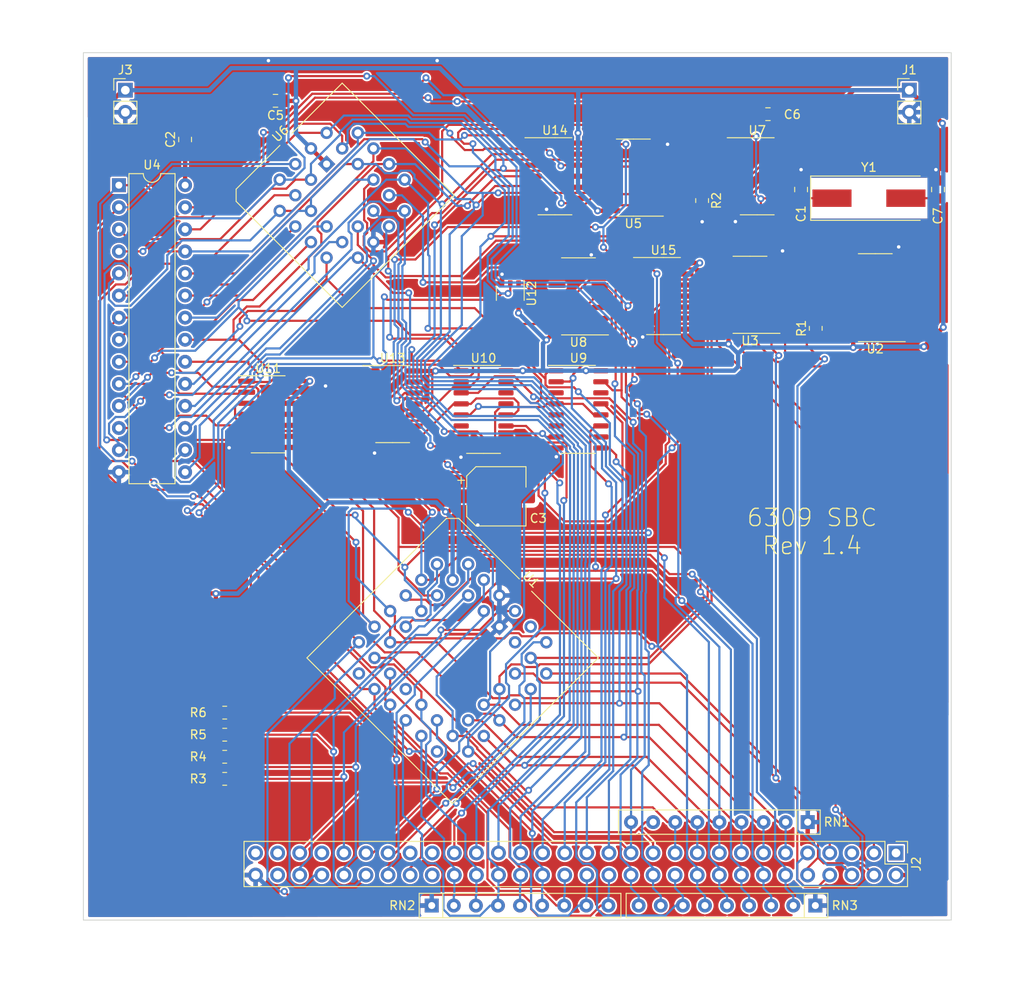
<source format=kicad_pcb>
(kicad_pcb (version 20211014) (generator pcbnew)
  (title_block (date "2023-02-01") (rev "1.4"))
  (layers (0 "F.Cu" signal) (31 "B.Cu" signal) (34 "B.Paste" user) (35 "F.Paste" user) (36 "B.SilkS" user "B.Silkscreen") (37 "F.SilkS" user "F.Silkscreen") (38 "B.Mask" user) (39 "F.Mask" user) (44 "Edge.Cuts" user))
  (net 0 "")
  (net 1 "Net-(C1-Pad1)")
  (net 2 "GND")
  (net 3 "+5V")
  (net 4 "Net-(R1-Pad2)")
  (net 5 "Net-(C7-Pad1)")
  (net 7 "~{E}")
  (net 8 "BA")
  (net 9 "MRDY")
  (net 13 "E")
  (net 14 "~{Q}")
  (net 16 "BS")
  (net 18 "Clock3")
  (net 19 "MAPPED_MEM")
  (net 20 "Clock12")
  (net 25 "Clock24")
  (net 26 "Clock6")
  (net 28 "A0")
  (net 29 "A1")
  (net 30 "A2")
  (net 31 "A3")
  (net 32 "A4")
  (net 33 "A5")
  (net 34 "A6")
  (net 35 "A7")
  (net 36 "A8")
  (net 37 "A9")
  (net 38 "A10")
  (net 39 "A11")
  (net 40 "A12")
  (net 41 "A13")
  (net 42 "A14")
  (net 43 "A15")
  (net 44 "D7")
  (net 45 "D6")
  (net 46 "D5")
  (net 47 "D4")
  (net 48 "D3")
  (net 49 "D2")
  (net 50 "D1")
  (net 51 "D0")
  (net 52 "~{ROM}{slash}RAM")
  (net 53 "Net-(C6-Pad2)")
  (net 54 "R{slash}~{W}")
  (net 55 "~{RESET}")
  (net 56 "~{OE}")
  (net 57 "Net-(U6-Pad20)")
  (net 58 "ROM{slash}~{RAM}")
  (net 59 "Net-(U13-Pad9)")
  (net 60 "Q3")
  (net 62 "Q1")
  (net 64 "Q2")
  (net 66 "REGISTER")
  (net 71 "Net-(U11-Pad1)")
  (net 72 "Net-(U11-Pad4)")
  (net 73 "Net-(U11-Pad10)")
  (net 74 "Net-(U14-Pad6)")
  (net 75 "Net-(U14-Pad8)")
  (net 77 "Q4")
  (net 78 "~{DMA}")
  (net 79 "~{NMI}")
  (net 80 "~{FIRQ}")
  (net 81 "~{HALT}")
  (net 82 "~{IRQ}")
  (net 87 "Clock1.5")
  (net 89 "Net-(U13-Pad13)")
  (net 90 "Q5")
  (net 91 "Q6")
  (net 92 "Q7")
  (net 93 "Q8")
  (net 98 "Net-(U13-Pad5)")
  (net 101 "Q0")
  (net 102 "RES_MEM")
  (net 103 "Net-(U15-Pad6)")
  (net 104 "Vector")
  (net 105 "Net-(U5-Pad9)")
  (net 106 "Net-(U12-Pad4)")
  (net 107 "Net-(U12-Pad1)")
  (footprint "Package_SO:SOIC-16_3.9x9.9mm_P1.27mm" (layer "F.Cu") (at 116.4844 53.594 180)
    (fp_text reference "U2")
    (fp_text value "74HC163")
  )
  (footprint "Package_SO:SOIC-14_3.9x8.7mm_P1.27mm" (layer "F.Cu") (at 79.6397 39.62)
    (fp_text reference "U14")
    (fp_text value "74HC21D")
  )
  (footprint "Resistor_SMD:R_0805_2012Metric_Pad1.20x1.40mm_HandSolder" (layer "F.Cu") (at 109.6368 57.1215 90)
    (fp_text reference "R1")
    (fp_text value "2.2k")
  )
  (footprint "Capacitor_SMD:C_0805_2012Metric_Pad1.18x1.45mm_HandSolder" (layer "F.Cu") (at 123.698 41.148 90)
    (fp_text reference "C7")
    (fp_text value "18pF")
  )
  (footprint "Package_DIP:DIP-28_W7.62mm" (layer "F.Cu") (at 29.484 40.65)
    (fp_text reference "U4")
    (fp_text value "UM61256FK")
  )
  (footprint "Package_SO:SOIC-14_3.9x8.7mm_P1.27mm" (layer "F.Cu") (at 102.9035 39.6221)
    (fp_text reference "U7")
    (fp_text value "74HC04D")
  )
  (footprint "Crystal:Crystal_SMD_HC49-SD" (layer "F.Cu") (at 115.7519 42.1447)
    (fp_text reference "Y1")
    (fp_text value "25.175MHz")
  )
  (footprint "Connector_PinHeader_2.54mm:PinHeader_2x30_P2.54mm_Vertical" (layer "F.Cu") (at 118.867 117.4954 -90)
    (fp_text reference "J2")
    (fp_text value "Conn_02x30_Odd_Even")
  )
  (footprint "Resistor_SMD:R_0805_2012Metric_Pad1.20x1.40mm_HandSolder" (layer "F.Cu") (at 41.656 103.886)
    (fp_text reference "R5")
    (fp_text value "4.7k")
  )
  (footprint "Resistor_SMD:R_0805_2012Metric_Pad1.20x1.40mm_HandSolder" (layer "F.Cu") (at 96.5668 42.418 -90)
    (fp_text reference "R2")
    (fp_text value "2.2K")
  )
  (footprint "Capacitor_SMD:C_0805_2012Metric_Pad1.18x1.45mm_HandSolder" (layer "F.Cu") (at 107.95 41.148 90)
    (fp_text reference "C1")
    (fp_text value "18pF")
  )
  (footprint "Package_SO:SOIC-14_3.9x8.7mm_P1.27mm" (layer "F.Cu") (at 82.3468 53.4416 180)
    (fp_text reference "U8")
    (fp_text value "74HC00D")
  )
  (footprint "Capacitor_SMD:CP_Elec_6.3x5.8" (layer "F.Cu") (at 72.898 76.454)
    (fp_text reference "C3")
    (fp_text value "100uF")
  )
  (footprint "Capacitor_SMD:C_0805_2012Metric_Pad1.18x1.45mm_HandSolder" (layer "F.Cu") (at 47.498 30.9372 180)
    (fp_text reference "C5")
    (fp_text value "1uF")
  )
  (footprint "Connector_PinHeader_2.54mm:PinHeader_1x02_P2.54mm_Vertical" (layer "F.Cu") (at 30.226 29.718)
    (fp_text reference "J3")
    (fp_text value "Conn_01x02_Male")
  )
  (footprint "Resistor_SMD:R_0805_2012Metric_Pad1.20x1.40mm_HandSolder" (layer "F.Cu") (at 41.656 101.346)
    (fp_text reference "R6")
    (fp_text value "4.7k")
  )
  (footprint "Package_SO:SOIC-14_3.9x8.7mm_P1.27mm" (layer "F.Cu") (at 88.656 39.7774 180)
    (fp_text reference "U5")
    (fp_text value "74HC08")
  )
  (footprint "Package_SO:SOIC-14_3.9x8.7mm_P1.27mm" (layer "F.Cu") (at 102.0741 53.2619 180)
    (fp_text reference "U3")
    (fp_text value "74HC02D")
  )
  (footprint "Connector_PinHeader_2.54mm:PinHeader_1x02_P2.54mm_Vertical" (layer "F.Cu") (at 120.396 29.713)
    (fp_text reference "J1")
    (fp_text value "Conn_01x02_Male")
  )
  (footprint "Package_SO:TSOP-5_1.65x3.05mm_P0.95mm" (layer "F.Cu") (at 74.5006 53.1084 -90)
    (fp_text reference "U12")
    (fp_text value "74AHC1G08")
  )
  (footprint "Resistor_SMD:R_0805_2012Metric_Pad1.20x1.40mm_HandSolder" (layer "F.Cu") (at 41.656 106.426)
    (fp_text reference "R4")
    (fp_text value "4.7k")
  )
  (footprint "Package_LCC:PLCC-44_THT-Socket" (layer "F.Cu") (at 73.257 91.4547 -45)
    (fp_text reference "U1")
    (fp_text value "HD63C09")
  )
  (footprint "Package_SO:SOIC-14_3.9x8.7mm_P1.27mm" (layer "F.Cu") (at 60.9742 65.8368)
    (fp_text reference "U13")
    (fp_text value "74HC21D")
  )
  (footprint "Package_SO:SO-14_3.9x8.65mm_P1.27mm" (layer "F.Cu") (at 46.6539 67.0159)
    (fp_text reference "U11")
    (fp_text value "74HC02")
  )
  (footprint "Package_SO:SOIC-14_3.9x8.7mm_P1.27mm" (layer "F.Cu") (at 92.124 53.4078)
    (fp_text reference "U15")
    (fp_text value "74HC21D")
  )
  (footprint "Capacitor_SMD:C_0805_2012Metric_Pad1.18x1.45mm_HandSolder" (layer "F.Cu") (at 104.14 32.4761 180)
    (fp_text reference "C6")
    (fp_text value "1uF")
  )
  (footprint "Resistor_THT:R_Array_SIP9" (layer "F.Cu") (at 65.4662 123.5456)
    (fp_text reference "RN2")
    (fp_text value "4K7")
  )
  (footprint "Capacitor_SMD:C_0805_2012Metric_Pad1.18x1.45mm_HandSolder" (layer "F.Cu") (at 37.1014 35.391 90)
    (fp_text reference "C2")
    (fp_text value "1uF")
  )
  (footprint "Package_SO:SO-16_3.9x9.9mm_P1.27mm" (layer "F.Cu") (at 82.3468 66.4464)
    (fp_text reference "U9")
    (fp_text value "74LS375D")
  )
  (footprint "Resistor_THT:R_Array_SIP9" (layer "F.Cu") (at 109.5906 123.5456 180)
    (fp_text reference "RN3")
    (fp_text value "4K7")
  )
  (footprint "Package_LCC:PLCC-28_THT-Socket" (layer "F.Cu") (at 53.3727 38.2163 45)
    (fp_text reference "U6")
    (fp_text value "28C256")
  )
  (footprint "Resistor_THT:R_Array_SIP9" (layer "F.Cu") (at 108.712 113.9444 180)
    (fp_text reference "RN1")
    (fp_text value "4K7")
  )
  (footprint "Resistor_SMD:R_0805_2012Metric_Pad1.20x1.40mm_HandSolder" (layer "F.Cu") (at 41.656 108.966)
    (fp_text reference "R3")
    (fp_text value "4.7k")
  )
  (footprint "Package_SO:SO-16_3.9x9.9mm_P1.27mm" (layer "F.Cu") (at 71.4283 66.451)
    (fp_text reference "U10")
    (fp_text value "74LS375D")
  )
  (gr_rect (start 25.4 25.4) (end 125.222 125.222) (layer "Edge.Cuts") (width 0.1) (fill none))
  (gr_text "6309 SBC\nRev 1.4" (at 109.22 80.518) (layer "F.SilkS") (effects (font (size 2 2))))
  (segment (start 107.9908 42.1447) (end 111.5019 42.1447) (width 0.25) (layer "F.Cu") (net 1))
  (segment (start 107.95 42.1855) (end 107.9908 42.1447) (width 0.25) (layer "F.Cu") (net 1))
  (segment (start 104.5491 50.7219) (end 104.5491 51.9919) (width 0.25) (layer "F.Cu") (net 1))
  (segment (start 107.95 42.1855) (end 107.95 47.7008) (width 0.25) (layer "F.Cu") (net 1))
  (segment (start 107.95 47.7008) (end 104.9289 50.7219) (width 0.25) (layer "F.Cu") (net 1))
  (segment (start 104.9289 50.7219) (end 104.5491 50.7219) (width 0.25) (layer "F.Cu") (net 1))
  (segment (start 96.5708 44.8564) (end 96.5708 43.422) (width 0.5) (layer "F.Cu") (net 2))
  (segment (start 105.819 48.2116) (end 104.564 49.4668) (width 0.5) (layer "F.Cu") (net 2))
  (segment (start 58.8914 71.4756) (end 58.8914 70.039) (width 0.5) (layer "F.Cu") (net 2))
  (segment (start 92.593 35.9428) (end 92.5684 35.9674) (width 0.5) (layer "F.Cu") (net 2))
  (segment (start 66.0908 41.5082) (end 60.4024 47.1966) (width 0.5) (layer "F.Cu") (net 2))
  (segment (start 100.395 43.434) (end 100.395 44.8422) (width 0.5) (layer "F.Cu") (net 2))
  (segment (start 60.4024 47.1966) (end 58.7609 47.1966) (width 0.5) (layer "F.Cu") (net 2))
  (segment (start 46.3448 30.734) (end 42.418 30.734) (width 0.5) (layer "F.Cu") (net 2))
  (segment (start 30.226 32.258) (end 33.274 32.258) (width 0.5) (layer "F.Cu") (net 2))
  (segment (start 78.6703 43.43) (end 77.1647 43.43) (width 0.5) (layer "F.Cu") (net 2))
  (segment (start 96.5708 43.422) (end 96.5668 43.418) (width 0.5) (layer "F.Cu") (net 2))
  (segment (start 78.6749 43.4254) (end 78.6703 43.43) (width 0.5) (layer "F.Cu") (net 2))
  (segment (start 66.0908 26.3144) (end 66.0908 41.5082) (width 0.5) (layer "F.Cu") (net 2))
  (segment (start 89.732446 58.11889) (end 89.732446 57.301246) (width 0.5) (layer "F.Cu") (net 2))
  (segment (start 46.4605 30.8497) (end 46.3448 30.734) (width 0.5) (layer "F.Cu") (net 2))
  (segment (start 79.7994 71.8999) (end 79.7718 71.8723) (width 0.5) (layer "F.Cu") (net 2))
  (segment (start 68.8266 71.9507) (end 68.8266 70.9227) (width 0.5) (layer "F.Cu") (net 2))
  (segment (start 46.6852 26.3144) (end 46.6852 30.625) (width 0.5) (layer "F.Cu") (net 2))
  (segment (start 100.428 43.4321) (end 100.397 43.4321) (width 0.5) (layer "F.Cu") (net 2))
  (segment (start 58.8914 70.039) (end 58.4992 69.6468) (width 0.5) (layer "F.Cu") (net 2))
  (segment (start 123.4579 38.862) (end 123.4579 39.8704) (width 0.5) (layer "F.Cu") (net 2))
  (segment (start 42.418 30.734) (end 38.711 34.441) (width 0.5) (layer "F.Cu") (net 2))
  (segment (start 119.059 49.149) (end 119.06 49.149) (width 0.5) (layer "F.Cu") (net 2))
  (segment (start 38.711 34.441) (end 37.2754 34.441) (width 0.5) (layer "F.Cu") (net 2))
  (segment (start 44.1388 70.866) (end 44.1789 70.8259) (width 0.5) (layer "F.Cu") (net 2))
  (segment (start 37.1014 34.441) (end 37.2754 34.441) (width 1) (layer "F.Cu") (net 2))
  (segment (start 35.457 34.441) (end 37.1014 34.441) (width 0.5) (layer "F.Cu") (net 2))
  (segment (start 33.274 32.258) (end 35.457 34.441) (width 0.5) (layer "F.Cu") (net 2))
  (segment (start 123.4579 39.8704) (end 123.698 40.1105) (width 0.5) (layer "F.Cu") (net 2))
  (segment (start 79.7718 71.8723) (end 79.7718 70.8914) (width 0.5) (layer "F.Cu") (net 2))
  (segment (start 68.8266 70.9227) (end 68.8533 70.896) (width 0.5) (layer "F.Cu") (net 2))
  (segment (start 83.8383 48.6481) (end 84.8218 49.6316) (width 0.5) (layer "F.Cu") (net 2))
  (segment (start 73.5514 51.9476) (end 73.5506 51.9484) (width 0.5) (layer "F.Cu") (net 2))
  (segment (start 92.5684 35.9674) (end 91.131 35.9674) (width 0.5) (layer "F.Cu") (net 2))
  (segment (start 73.5514 50.8977) (end 73.5514 51.9476) (width 0.5) (layer "F.Cu") (net 2))
  (segment (start 70.7644 79.756) (end 71.28 79.756) (width 0.5) (layer "F.Cu") (net 2))
  (segment (start 119.177 49.0316) (end 119.177 47.752) (width 0.5) (layer "F.Cu") (net 2))
  (segment (start 119.06 49.149) (end 119.177 49.0316) (width 0.5) (layer "F.Cu") (net 2))
  (segment (start 71.28 79.756) (end 74.582 76.454) (width 0.5) (layer "F.Cu") (net 2))
  (segment (start 89.732446 57.301246) (end 89.649 57.2178) (width 0.5) (layer "F.Cu") (net 2))
  (segment (start 107.95 38.862) (end 107.95 40.1105) (width 0.5) (layer "F.Cu") (net 2))
  (segment (start 46.6852 30.625) (end 46.4605 30.8497) (width 0.5) (layer "F.Cu") (net 2))
  (segment (start 74.582 76.454) (end 75.598 76.454) (width 0.5) (layer "F.Cu") (net 2))
  (segment (start 100.397 43.4321) (end 100.395 43.434) (width 0.5) (layer "F.Cu") (net 2))
  (segment (start 42.164 70.866) (end 44.1388 70.866) (width 0.5) (layer "F.Cu") (net 2))
  (via (at 68.8266 71.9507) (size 0.8) (drill 0.4) (layers "F.Cu" "B.Cu") (net 2))
  (via (at 46.6852 26.3144) (size 0.8) (drill 0.4) (layers "F.Cu" "B.Cu") (net 2))
  (via (at 58.8914 71.4756) (size 0.8) (drill 0.4) (layers "F.Cu" "B.Cu") (net 2))
  (via (at 119.177 47.752) (size 0.8) (drill 0.4) (layers "F.Cu" "B.Cu") (net 2))
  (via (at 70.7644 79.756) (size 0.8) (drill 0.4) (layers "F.Cu" "B.Cu") (net 2))
  (via (at 105.819 48.2116) (size 0.8) (drill 0.4) (layers "F.Cu" "B.Cu") (net 2))
  (via (at 73.5514 50.8977) (size 0.8) (drill 0.4) (layers "F.Cu" "B.Cu") (net 2))
  (via (at 83.82 48.6664) (size 0.8) (drill 0.4) (layers "F.Cu" "B.Cu") (net 2))
  (via (at 100.395 44.8422) (size 0.8) (drill 0.4) (layers "F.Cu" "B.Cu") (net 2))
  (via (at 66.0908 26.3144) (size 0.8) (drill 0.4) (layers "F.Cu" "B.Cu") (net 2))
  (via (at 79.7994 71.8999) (size 0.8) (drill 0.4) (layers "F.Cu" "B.Cu") (net 2))
  (via (at 53.2533 63.755401) (size 0.8) (drill 0.4) (layers "F.Cu" "B.Cu") (net 2))
  (via (at 92.593 35.9428) (size 0.8) (drill 0.4) (layers "F.Cu" "B.Cu") (net 2))
  (via (at 96.5708 44.8564) (size 0.8) (drill 0.4) (layers "F.Cu" "B.Cu") (net 2))
  (via (at 42.164 70.866) (size 0.8) (drill 0.4) (layers "F.Cu" "B.Cu") (net 2))
  (via (at 78.6749 43.4254) (size 0.8) (drill 0.4) (layers "F.Cu" "B.Cu") (net 2))
  (via (at 123.4579 38.862) (size 0.8) (drill 0.4) (layers "F.Cu" "B.Cu") (net 2))
  (via (at 89.732446 58.11889) (size 0.8) (drill 0.4) (layers "F.Cu" "B.Cu") (net 2))
  (via (at 107.95 38.862) (size 0.8) (drill 0.4) (layers "F.Cu" "B.Cu") (net 2))
  (segment (start 48.7172 123.546) (end 65.4658 123.546) (width 0.5) (layer "B.Cu") (net 2))
  (segment (start 68.8266 71.9507) (end 59.3665 71.9507) (width 0.5) (layer "B.Cu") (net 2))
  (segment (start 108.0257 38.7863) (end 123.3822 38.7863) (width 0.5) (layer "B.Cu") (net 2))
  (segment (start 78.6749 43.4254) (end 78.6749 46.1401) (width 0.5) (layer "B.Cu") (net 2))
  (segment (start 108.712 112.014) (end 108.712 113.944) (width 0.5) (layer "B.Cu") (net 2))
  (segment (start 27.1007 71.2867) (end 27.1007 72.5667) (width 0.5) (layer "B.Cu") (net 2))
  (segment (start 108.814 45.4152) (end 106.017 48.2116) (width 0.5) (layer "B.Cu") (net 2))
  (segment (start 123.292 72.644) (end 124.663 74.0156) (width 0.5) (layer "B.Cu") (net 2))
  (segment (start 120.396 32.253) (end 123.292 35.1486) (width 0.5) (layer "B.Cu") (net 2))
  (segment (start 120.802 27.4828) (end 119.634 26.3144) (width 0.5) (layer "B.Cu") (net 2))
  (segment (start 122.479 30.1702) (end 122.479 29.1592) (width 0.5) (layer "B.Cu") (net 2))
  (segment (start 100.395 44.8422) (end 108.517 44.8422) (width 0.5) (layer "B.Cu") (net 2))
  (segment (start 108.517 44.8422) (end 108.517 45.7059) (width 0.5) (layer "B.Cu") (net 2))
  (segment (start 119.177 47.752) (end 116.84 45.4152) (width 0.5) (layer "B.Cu") (net 2))
  (segment (start 96.585 44.8422) (end 96.5708 44.8564) (width 0.5) (layer "B.Cu") (net 2))
  (segment (start 89.798762 58.052574) (end 89.732446 58.11889) (width 0.5) (layer "B.Cu") (net 2))
  (segment (start 26.2128 34.7472) (end 26.2128 70.3988) (width 0.5) (layer "B.Cu") (net 2))
  (segment (start 28.204 73.67) (end 29.484 73.67) (width 0.5) (layer "B.Cu") (net 2))
  (segment (start 45.207 120.035) (end 45.2068 120.035) (width 0.5) (layer "B.Cu") (net 2))
  (segment (start 124.593 110.979) (end 109.747 110.979) (width 0.5) (layer "B.Cu") (net 2))
  (segment (start 78.6749 46.1401) (end 81.2012 48.6664) (width 0.5) (layer "B.Cu") (net 2))
  (segment (start 45.2068 120.035) (end 45.207 120.035) (width 0.5) (layer "B.Cu") (net 2))
  (segment (start 108.517 39.429) (end 108.517 44.8422) (width 0.5) (layer "B.Cu") (net 2))
  (segment (start 106.017 48.2116) (end 105.819 48.2116) (width 0.5) (layer "B.Cu") (net 2))
  (segment (start 116.84 45.4152) (end 108.814 45.4152) (width 0.5) (layer "B.Cu") (net 2))
  (segment (start 51.8414 62.3435) (end 53.2533 63.755401) (width 0.5) (layer "B.Cu") (net 2))
  (segment (start 95.2286 44.8564) (end 91.4186 48.6664) (width 0.5) (layer "B.Cu") (net 2))
  (segment (start 100.395 44.8422) (end 96.585 44.8422) (width 0.5) (layer "B.Cu") (net 2))
  (segment (start 58.8913 71.4756) (end 58.8914 71.4756) (width 0.5) (layer "B.Cu") (net 2))
  (segment (start 92.593 40.4699) (end 92.593 35.9428) (width 0.5) (layer "B.Cu") (net 2))
  (segment (start 96.5708 44.8564) (end 96.5708 44.4477) (width 0.5) (layer "B.Cu") (net 2))
  (segment (start 59.3665 71.9507) (end 58.8914 71.4756) (width 0.5) (layer "B.Cu") (net 2))
  (segment (start 27.4828 31.0388) (end 28.702 32.258) (width 0.5) (layer "B.Cu") (net 2))
  (segment (start 124.663 101.572) (end 124.649 101.586) (width 0.5) (layer "B.Cu") (net 2))
  (segment (start 44.0944 73.8159) (end 44.0944 74.628743) (width 0.5) (layer "B.Cu") (net 2))
  (segment (start 30.226 32.258) (end 28.702 32.258) (width 0.5) (layer "B.Cu") (net 2))
  (segment (start 38.931543 79.7916) (end 32.324 79.7916) (width 0.5) (layer "B.Cu") (net 2))
  (segment (start 58.8913 69.3934) (end 58.8913 71.4756) (width 0.5) (layer "B.Cu") (net 2))
  (segment (start 44.0944 69.2896) (end 51.0405 62.3435) (width 0.5) (layer "B.Cu") (net 2))
  (segment (start 28.702 32.258) (end 26.2128 34.7472) (width 0.5) (layer "B.Cu") (net 2))
  (segment (start 107.95 38.862) (end 108.0257 38.7863) (width 0.5) (layer "B.Cu") (net 2))
  (segment (start 53.2533 63.755401) (end 58.8913 69.3934) (width 0.5) (layer "B.Cu") (net 2))
  (segment (start 96.5708 44.8564) (end 95.2286 44.8564) (width 0.5) (layer "B.Cu") (net 2))
  (segment (start 123.292 35.1486) (end 123.292 38.6961) (width 0.5) (layer "B.Cu") (net 2))
  (segment (start 29.484 76.9516) (end 29.484 73.67) (width 0.5) (layer "B.Cu") (net 2))
  (segment (start 29.1592 26.3144) (end 27.4828 27.9908) (width 0.5) (layer "B.Cu") (net 2))
  (segment (start 51.0405 62.3435) (end 51.8414 62.3435) (width 0.5) (layer "B.Cu") (net 2))
  (segment (start 89.798762 48.6664) (end 83.82 48.6664) (width 0.5) (layer "B.Cu") (net 2))
  (segment (start 124.649 120.461) (end 121.564 123.546) (width 0.5) (layer "B.Cu") (net 2))
  (segment (start 26.3144 72.073) (end 26.3144 104.242) (width 0.5) (layer "B.Cu") (net 2))
  (segment (start 70.7644 79.756) (end 70.7644 73.8885) (width 0.5) (layer "B.Cu") (net 2))
  (segment (start 81.2012 48.6664) (end 75.7827 48.6664) (width 0.5) (layer "B.Cu") (net 2))
  (segment (start 89.798762 48.6664) (end 89.798762 58.052574) (width 0.5) (layer "B.Cu") (net 2))
  (segment (start 45.207 120.035) (end 48.7172 123.546) (width 0.5) (layer "B.Cu") (net 2))
  (segment (start 96.5708 44.4477) (end 92.593 40.4699) (width 0.5) (layer "B.Cu") (net 2))
  (segment (start 123.292 39.0279) (end 123.292 72.644) (width 0.5) (layer "B.Cu") (net 2))
  (segment (start 42.164 70.866) (end 42.164 71.8855) (width 0.5) (layer "B.Cu") (net 2))
  (segment (start 107.95 38.862) (end 108.517 39.429) (width 0.5) (layer "B.Cu") (net 2))
  (segment (start 124.649 110.923) (end 124.649 120.461) (width 0.5) (layer "B.Cu") (net 2))
  (segment (start 42.1132 120.04) (end 45.202 120.04) (width 0.5) (layer "B.Cu") (net 2))
  (segment (start 70.7644 73.8885) (end 68.8266 71.9507) (width 0.5) (layer "B.Cu") (net 2))
  (segment (start 66.0908 26.3144) (end 46.6852 26.3144) (width 0.5) (layer "B.Cu") (net 2))
  (segment (start 121.564 123.546) (end 109.591 123.546) (width 0.5) (layer "B.Cu") (net 2))
  (segment (start 91.4186 48.6664) (end 89.798762 48.6664) (width 0.5) (layer "B.Cu") (net 2))
  (segment (start 124.663 74.0156) (end 124.663 101.572) (width 0.5) (layer "B.Cu") (net 2))
  (segment (start 42.164 71.8855) (end 44.0944 73.8159) (width 0.5) (layer "B.Cu") (net 2))
  (segment (start 27.1007 71.2867) (end 26.3144 72.073) (width 0.5) (layer "B.Cu") (net 2))
  (segment (start 68.8774 71.8999) (end 79.7994 71.8999) (width 0.5) (layer "B.Cu") (net 2))
  (segment (start 44.0944 74.628743) (end 38.931543 79.7916) (width 0.5) (layer "B.Cu") (net 2))
  (segment (start 122.479 29.1592) (end 120.802 27.4828) (width 0.5) (layer "B.Cu") (net 2))
  (segment (start 26.2128 70.3988) (end 27.1007 71.2867) (width 0.5) (layer "B.Cu") (net 2))
  (segment (start 81.2012 48.6664) (end 83.82 48.6664) (width 0.5) (layer "B.Cu") (net 2))
  (segment (start 32.324 79.7916) (end 29.484 76.9516) (width 0.5) (layer "B.Cu") (net 2))
  (segment (start 26.3144 104.242) (end 42.1132 120.04) (width 0.5) (layer "B.Cu") (net 2))
  (segment (start 70.7644 79.8576) (end 73.257 82.3502) (width 0.5) (layer "B.Cu") (net 2))
  (segment (start 108.517 44.8422) (end 108.523 44.8422) (width 0.5) (layer "B.Cu") (net 2))
  (segment (start 124.649 101.586) (end 124.649 110.923) (width 0.5) (layer "B.Cu") (net 2))
  (segment (start 70.7644 79.756) (end 70.7644 79.8576) (width 0.5) (layer "B.Cu") (net 2))
  (segment (start 45.202 120.04) (end 45.2068 120.035) (width 0.5) (layer "B.Cu") (net 2))
  (segment (start 27.1007 72.5667) (end 28.204 73.67) (width 0.5) (layer "B.Cu") (net 2))
  (segment (start 124.649 110.923) (end 124.593 110.979) (width 0.5) (layer "B.Cu") (net 2))
  (segment (start 46.6852 26.3144) (end 29.1592 26.3144) (width 0.5) (layer "B.Cu") (net 2))
  (segment (start 73.257 82.3502) (end 73.257 91.4547) (width 0.5) (layer "B.Cu") (net 2))
  (segment (start 44.0944 73.8159) (end 44.0944 69.2896) (width 0.5) (layer "B.Cu") (net 2))
  (segment (start 75.7827 48.6664) (end 73.5514 50.8977) (width 0.5) (layer "B.Cu") (net 2))
  (segment (start 27.4828 27.9908) (end 27.4828 31.0388) (width 0.5) (layer "B.Cu") (net 2))
  (segment (start 123.3822 38.7863) (end 123.4579 38.862) (width 0.5) (layer "B.Cu") (net 2))
  (segment (start 123.292 38.6961) (end 123.4579 38.862) (width 0.5) (layer "B.Cu") (net 2))
  (segment (start 108.517 45.7059) (end 108.499 45.7236) (width 0.5) (layer "B.Cu") (net 2))
  (segment (start 119.634 26.3144) (end 66.0908 26.3144) (width 0.5) (layer "B.Cu") (net 2))
  (segment (start 120.396 32.253) (end 122.479 30.1702) (width 0.5) (layer "B.Cu") (net 2))
  (segment (start 123.4579 38.862) (end 123.292 39.0279) (width 0.5) (layer "B.Cu") (net 2))
  (segment (start 109.747 110.979) (end 108.712 112.014) (width 0.5) (layer "B.Cu") (net 2))
  (segment (start 40.656 106.426) (end 40.656 108.966) (width 0.5) (layer "F.Cu") (net 3))
  (segment (start 84.9143 61.9939) (end 84.9218 62.0014) (width 0.5) (layer "F.Cu") (net 3))
  (segment (start 65.5273 65.5822) (end 65.5273 62.4013) (width 0.25) (layer "F.Cu") (net 3))
  (segment (start 26.197963 33.456737) (end 27.6026 32.0521) (width 0.5) (layer "F.Cu") (net 3))
  (segment (start 37.104 36.3437) (end 37.1014 36.341) (width 1) (layer "F.Cu") (net 3))
  (segment (start 124.206 33.523) (end 120.396 29.713) (width 0.5) (layer "F.Cu") (net 3))
  (segment (start 124.663 100.127) (end 124.663 61.4172) (width 0.5) (layer "F.Cu") (net 3))
  (segment (start 105.345 35.814) (end 105.378 35.814) (width 0.5) (layer "F.Cu") (net 3))
  (segment (start 75.9265 62.006) (end 74.0033 62.006) (width 0.5) (layer "F.Cu") (net 3))
  (segment (start 122.479 59.2328) (end 122.072 59.2328) (width 0.5) (layer "F.Cu") (net 3))
  (segment (start 37.104 40.65) (end 37.104 36.3437) (width 0.5) (layer "F.Cu") (net 3))
  (segment (start 84.5488 43.5922) (end 84.5536 43.5874) (width 0.5) (layer "F.Cu") (net 3))
  (segment (start 123.783 101.007) (end 124.663 100.127) (width 0.5) (layer "F.Cu") (net 3))
  (segment (start 40.64 87.639124) (end 40.630876 87.63) (width 0.5) (layer "F.Cu") (net 3))
  (segment (start 27.6026 32.0521) (end 31.8915 36.341) (width 0.5) (layer "F.Cu") (net 3))
  (segment (start 123.783 119.056) (end 123.783 101.007) (width 0.5) (layer "F.Cu") (net 3))
  (segment (start 64.0027 67.1068) (end 65.5273 65.5822) (width 0.25) (layer "F.Cu") (net 3))
  (segment (start 65.5273 62.4013) (end 65.9018 62.0268) (width 0.25) (layer "F.Cu") (net 3))
  (segment (start 31.8915 36.341) (end 37.1014 36.341) (width 0.5) (layer "F.Cu") (net 3))
  (segment (start 40.656 101.346) (end 40.656 103.886) (width 0.5) (layer "F.Cu") (net 3))
  (segment (start 105.1775 32.4761) (end 105.345 32.6436) (width 0.5) (layer "F.Cu") (net 3))
  (segment (start 83.203 61.9939) (end 84.9143 61.9939) (width 0.5) (layer "F.Cu") (net 3))
  (segment (start 94.603 49.5939) (end 94.599 49.5978) (width 0.5) (layer "F.Cu") (net 3))
  (segment (start 118.867 120.035) (end 122.803 120.035) (width 0.5) (layer "F.Cu") (net 3))
  (segment (start 84.5536 43.5874) (end 86.181 43.5874) (width 0.5) (layer "F.Cu") (net 3))
  (segment (start 30.226 29.718) (end 29.9368 29.718) (width 1) (layer "F.Cu") (net 3))
  (segment (start 113.904 58.034) (end 109.637 58.034) (width 0.5) (layer "F.Cu") (net 3))
  (segment (start 114.0094 58.039) (end 113.979 58.039) (width 0.5) (layer "F.Cu") (net 3))
  (segment (start 120.396 29.713) (end 114.006 29.713) (width 0.5) (layer "F.Cu") (net 3))
  (segment (start 67.404 78.232) (end 69.182 76.454) (width 0.5) (layer "F.Cu") (net 3))
  (segment (start 105.3785 35.8125) (end 105.3785 35.8121) (width 0.5) (layer "F.Cu") (net 3))
  (segment (start 26.197963 79.093363) (end 26.197963 33.456737) (width 0.5) (layer "F.Cu") (net 3))
  (segment (start 105.378 35.8121) (end 105.378 35.813) (width 0.5) (layer "F.Cu") (net 3))
  (segment (start 40.64 87.639124) (end 40.64 101.33) (width 0.5) (layer "F.Cu") (net 3))
  (segment (start 82.296 34.6468) (end 82.296 35.6286) (width 0.5) (layer "F.Cu") (net 3))
  (segment (start 49.1291 63.2059) (end 49.1317 63.2033) (width 0.5) (layer "F.Cu") (net 3))
  (segment (start 113.944 58.074) (end 113.904 58.034) (width 0.5) (layer "F.Cu") (net 3))
  (segment (start 40.630876 87.63) (end 34.7346 87.63) (width 0.5) (layer "F.Cu") (net 3))
  (segment (start 65.9018 62.0268) (end 63.4492 62.0268) (width 0.5) (layer "F.Cu") (net 3))
  (segment (start 49.1317 63.2033) (end 51.4369 63.2033) (width 0.5) (layer "F.Cu") (net 3))
  (segment (start 105.378 35.813) (end 105.378 35.814) (width 0.5) (layer "F.Cu") (net 3))
  (segment (start 51.576649 36.420249) (end 53.3727 38.2163) (width 0.5) (layer "F.Cu") (net 3))
  (segment (start 48.5501 30.9518) (end 48.5355 30.9372) (width 0.5) (layer "F.Cu") (net 3))
  (segment (start 34.7346 87.63) (end 26.197963 79.093363) (width 0.5) (layer "F.Cu") (net 3))
  (segment (start 105.345 32.6436) (end 105.345 35.814) (width 0.5) (layer "F.Cu") (net 3))
  (segment (start 99.6045 57.0773) (end 99.6045 58.9288) (width 0.5) (layer "F.Cu") (net 3))
  (segment (start 67.056 78.232) (end 67.404 78.232) (width 0.5) (layer "F.Cu") (net 3))
  (segment (start 49.8494 30.9518) (end 48.5501 30.9518) (width 0.5) (layer "F.Cu") (net 3))
  (segment (start 107.905 35.814) (end 105.378 35.814) (width 0.5) (layer "F.Cu") (net 3))
  (segment (start 99.5991 57.0719) (end 99.6045 57.0773) (width 0.5) (layer "F.Cu") (net 3))
  (segment (start 40.64 101.33) (end 40.656 101.346) (width 0.5) (layer "F.Cu") (net 3))
  (segment (start 122.072 59.2328) (end 124.3074 56.9974) (width 0.5) (layer "F.Cu") (net 3))
  (segment (start 109.637 58.034) (end 109.6368 58.034) (width 0.5) (layer "F.Cu") (net 3))
  (segment (start 124.206 33.528) (end 124.206 33.523) (width 0.5) (layer "F.Cu") (net 3))
  (segment (start 75.9386 61.9939) (end 75.9265 62.006) (width 0.5) (layer "F.Cu") (net 3))
  (segment (start 29.9368 29.718) (end 27.6026 32.0521) (width 0.5) (layer "F.Cu") (net 3))
  (segment (start 63.4492 67.1068) (end 64.0027 67.1068) (width 0.5) (layer "F.Cu") (net 3))
  (segment (start 49.1289 63.2059) (end 49.1291 63.2059) (width 0.5) (layer "F.Cu") (net 3))
  (segment (start 114.006 29.713) (end 107.905 35.814) (width 0.5) (layer "F.Cu") (net 3))
  (segment (start 75.4518 55.3631) (end 75.4518 54.2696) (width 0.5) (layer "F.Cu") (net 3))
  (segment (start 40.656 103.886) (end 40.656 106.426) (width 0.5) (layer "F.Cu") (net 3))
  (segment (start 113.944 59.3344) (end 113.944 58.074) (width 0.5) (layer "F.Cu") (net 3))
  (segment (start 118.867 120.0354) (end 118.867 120.035) (width 0.5) (layer "F.Cu") (net 3))
  (segment (start 122.803 120.035) (end 123.783 119.056) (width 0.5) (layer "F.Cu") (net 3))
  (segment (start 96.2897 49.5939) (end 94.603 49.5939) (width 0.5) (layer "F.Cu") (net 3))
  (segment (start 75.4518 54.2696) (end 75.4506 54.2684) (width 0.5) (layer "F.Cu") (net 3))
  (segment (start 105.378 35.813) (end 105.3785 35.8125) (width 0.5) (layer "F.Cu") (net 3))
  (segment (start 69.182 76.454) (end 70.198 76.454) (width 0.5) (layer "F.Cu") (net 3))
  (segment (start 78.6709 58.4525) (end 79.8718 57.2516) (width 0.5) (layer "F.Cu") (net 3))
  (segment (start 113.979 58.039) (end 113.944 58.074) (width 0.5) (layer "F.Cu") (net 3))
  (segment (start 82.296 35.6286) (end 82.1147 35.81) (width 0.5) (layer "F.Cu") (net 3))
  (segment (start 124.663 61.4172) (end 122.479 59.2328) (width 0.5) (layer "F.Cu") (net 3))
  (via (at 65.9018 62.0268) (size 0.8) (drill 0.4) (layers "F.Cu" "B.Cu") (net 3))
  (via (at 96.2897 49.5939) (size 0.8) (drill 0.4) (layers "F.Cu" "B.Cu") (net 3))
  (via (at 78.6709 58.4525) (size 0.8) (drill 0.4) (layers "F.Cu" "B.Cu") (net 3))
  (via (at 99.6045 58.9288) (size 0.8) (drill 0.4) (layers "F.Cu" "B.Cu") (net 3))
  (via (at 122.072 59.2328) (size 0.8) (drill 0.4) (layers "F.Cu" "B.Cu") (net 3))
  (via (at 75.4518 55.3631) (size 0.8) (drill 0.4) (layers "F.Cu" "B.Cu") (net 3))
  (via (at 83.203 61.9939) (size 0.8) (drill 0.4) (layers "F.Cu" "B.Cu") (net 3))
  (via (at 75.9386 61.9939) (size 0.8) (drill 0.4) (layers "F.Cu" "B.Cu") (net 3))
  (via (at 113.944 59.3344) (size 0.8) (drill 0.4) (layers "F.Cu" "B.Cu") (net 3))
  (via (at 124.3074 56.9974) (size 0.8) (drill 0.4) (layers "F.Cu" "B.Cu") (net 3))
  (via (at 84.5488 43.5922) (size 0.8) (drill 0.4) (layers "F.Cu" "B.Cu") (net 3))
  (via (at 51.4369 63.2033) (size 0.8) (drill 0.4) (layers "F.Cu" "B.Cu") (net 3))
  (via (at 49.8494 30.9518) (size 0.8) (drill 0.4) (layers "F.Cu" "B.Cu") (net 3))
  (via (at 40.64 87.639124) (size 0.8) (drill 0.4) (layers "F.Cu" "B.Cu") (net 3))
  (via (at 124.206 33.528) (size 0.8) (drill 0.4) (layers "F.Cu" "B.Cu") (net 3))
  (via (at 67.056 78.232) (size 0.8) (drill 0.4) (layers "F.Cu" "B.Cu") (net 3))
  (via (at 82.296 34.6468) (size 0.8) (drill 0.4) (layers "F.Cu" "B.Cu") (net 3))
  (segment (start 67.056 78.232) (end 65.9792 77.1552) (width 0.5) (layer "B.Cu") (net 3))
  (segment (start 43.165219 87.639124) (end 53.1402 77.664143) (width 0.5) (layer "B.Cu") (net 3))
  (segment (start 95.5107 58.9288) (end 94.5957 58.0138) (width 0.5) (layer "B.Cu") (net 3))
  (segment (start 39.881 29.718) (end 42.42 27.179) (width 0.5) (layer "B.Cu") (net 3))
  (segment (start 42.42 27.179) (end 49.9862 27.179) (width 0.5) (layer "B.Cu") (net 3))
  (segment (start 30.226 29.718) (end 39.881 29.718) (width 0.5) (layer "B.Cu") (net 3))
  (segment (start 94.5957 51.2879) (end 96.2897 49.5939) (width 0.5) (layer "B.Cu") (net 3))
  (segment (start 124.206 33.528) (end 124.3074 33.6294) (width 0.5) (layer "B.Cu") (net 3))
  (segment (start 49.8494 27.3158) (end 49.9862 27.179) (width 0.5) (layer "B.Cu") (net 3))
  (segment (start 78.5412 58.4525) (end 75.4518 55.3631) (width 0.5) (layer "B.Cu") (net 3))
  (segment (start 53.1807 77.6293) (end 50.9485 75.3972) (width 0.5) (layer "B.Cu") (net 3))
  (segment (start 53.1402 77.664143) (end 53.145857 77.664143) (width 0.5) (layer "B.Cu") (net 3))
  (segment (start 82.296 41.3394) (end 82.296 34.6468) (width 0.5) (layer "B.Cu") (net 3))
  (segment (start 49.8494 34.693) (end 51.5766 36.4202) (width 0.5) (layer "B.Cu") (net 3))
  (segment (start 100.247 61.9939) (end 100.704 61.5371) (width 0.5) (layer "B.Cu") (net 3))
  (segment (start 83.203 61.9939) (end 100.247 61.9939) (width 0.5) (layer "B.Cu") (net 3))
  (segment (start 75.9057 62.0268) (end 75.9386 61.9939) (width 0.5) (layer "B.Cu") (net 3))
  (segment (start 40.64 87.639124) (end 43.165219 87.639124) (width 0.5) (layer "B.Cu") (net 3))
  (segment (start 78.6709 58.4525) (end 78.5412 58.4525) (width 0.5) (layer "B.Cu") (net 3))
  (segment (start 100.704 61.5371) (end 100.704 60.0282) (width 0.5) (layer "B.Cu") (net 3))
  (segment (start 101.398 59.3344) (end 100.704 60.0282) (width 0.5) (layer "B.Cu") (net 3))
  (segment (start 82.3129 34.63) (end 82.296 34.6468) (width 0.5) (layer "B.Cu") (net 3))
  (segment (start 82.3129 29.713) (end 120.396 29.713) (width 0.5) (layer "B.Cu") (net 3))
  (segment (start 75.9386 61.9939) (end 78.2649 61.9939) (width 0.5) (layer "B.Cu") (net 3))
  (segment (start 49.022 65.6182) (end 51.4369 63.2033) (width 0.5) (layer "B.Cu") (net 3))
  (segment (start 65.9018 62.0268) (end 75.9057 62.0268) (width 0.5) (layer "B.Cu") (net 3))
  (segment (start 124.3074 33.6294) (end 124.3074 56.9974) (width 0.5) (layer "B.Cu") (net 3))
  (segment (start 67.056 78.232) (end 67.8688 79.0448) (width 0.5) (layer "B.Cu") (net 3))
  (segment (start 68.9306 29.713) (end 82.3129 29.713) (width 0.5) (layer "B.Cu") (net 3))
  (segment (start 49.8494 30.9518) (end 49.8494 34.693) (width 0.5) (layer "B.Cu") (net 3))
  (segment (start 53.145857 77.664143) (end 53.1807 77.6293) (width 0.5) (layer "B.Cu") (net 3))
  (segment (start 50.9424 75.3972) (end 49.022 73.4768) (width 0.5) (layer "B.Cu") (net 3))
  (segment (start 84.5488 43.5922) (end 82.296 41.3394) (width 0.5) (layer "B.Cu") (net 3))
  (segment (start 122.072 59.2328) (end 114.046 59.2328) (width 0.5) (layer "B.Cu") (net 3))
  (segment (start 99.6045 58.9288) (end 95.5107 58.9288) (width 0.5) (layer "B.Cu") (net 3))
  (segment (start 78.2649 61.9939) (end 83.203 61.9939) (width 0.5) (layer "B.Cu") (net 3))
  (segment (start 113.944 59.3344) (end 101.398 59.3344) (width 0.5) (layer "B.Cu") (net 3))
  (segment (start 78.6709 58.4525) (end 78.2649 58.8585) (width 0.5) (layer "B.Cu") (net 3))
  (segment (start 100.704 60.0282) (end 99.6045 58.9288) (width 0.5) (layer "B.Cu") (net 3))
  (segment (start 94.5957 58.0138) (end 94.5957 51.2879) (width 0.5) (layer "B.Cu") (net 3))
  (segment (start 53.60804 77.1552) (end 53.122318 77.640922) (width 0.5) (layer "B.Cu") (net 3))
  (segment (start 67.8688 79.0448) (end 67.8688 86.0665) (width 0.5) (layer "B.Cu") (net 3))
  (segment (start 49.022 73.4768) (end 49.022 65.6182) (width 0.5) (layer "B.Cu") (net 3))
  (segment (start 78.2649 58.8585) (end 78.2649 61.9939) (width 0.5) (layer "B.Cu") (net 3))
  (segment (start 65.9792 77.1552) (end 53.60804 77.1552) (width 0.5) (layer "B.Cu") (net 3))
  (segment (start 49.8494 30.9518) (end 49.8494 27.3158) (width 0.5) (layer "B.Cu") (net 3))
  (segment (start 82.3129 29.713) (end 82.3129 34.63) (width 0.5) (layer "B.Cu") (net 3))
  (segment (start 50.9485 75.3972) (end 50.9424 75.3972) (width 0.5) (layer "B.Cu") (net 3))
  (segment (start 66.3966 27.179) (end 68.9306 29.713) (width 0.5) (layer "B.Cu") (net 3))
  (segment (start 49.9862 27.179) (end 66.3966 27.179) (width 0.5) (layer "B.Cu") (net 3))
  (segment (start 114.046 59.2328) (end 113.944 59.3344) (width 0.5) (layer "B.Cu") (net 3))
  (segment (start 119.366 50.419) (end 120.2846 51.3376) (width 0.25) (layer "F.Cu") (net 4))
  (segment (start 103.2176 54.8781) (end 103.2176 52.9199) (width 0.25) (layer "F.Cu") (net 4))
  (segment (start 120.2846 57.1497) (end 119.3953 58.039) (width 0.25) (layer "F.Cu") (net 4))
  (segment (start 109.6368 56.209) (end 108.5947 55.1669) (width 0.25) (layer "F.Cu") (net 4))
  (segment (start 114.0094 50.419) (end 118.9594 50.419) (width 0.25) (layer "F.Cu") (net 4))
  (segment (start 107.7498 52.6269) (end 109.9577 50.419) (width 0.25) (layer "F.Cu") (net 4))
  (segment (start 103.5106 52.6269) (end 107.7498 52.6269) (width 0.25) (layer "F.Cu") (net 4))
  (segment (start 114.0094 50.419) (end 114.0094 49.149) (width 0.25) (layer "F.Cu") (net 4))
  (segment (start 108.5947 55.1669) (end 103.5064 55.1669) (width 0.25) (layer "F.Cu") (net 4))
  (segment (start 118.9594 50.419) (end 119.366 50.419) (width 0.25) (layer "F.Cu") (net 4))
  (segment (start 103.5064 55.1669) (end 103.2176 54.8781) (width 0.25) (layer "F.Cu") (net 4))
  (segment (start 120.2846 51.3376) (end 120.2846 57.1497) (width 0.25) (layer "F.Cu") (net 4))
  (segment (start 109.9577 50.419) (end 114.0094 50.419) (width 0.25) (layer "F.Cu") (net 4))
  (segment (start 119.3953 58.039) (end 118.9594 58.039) (width 0.25) (layer "F.Cu") (net 4))
  (segment (start 103.2176 52.9199) (end 103.5106 52.6269) (width 0.25) (layer "F.Cu") (net 4))
  (segment (start 120.0019 42.1447) (end 123.6572 42.1447) (width 0.25) (layer "F.Cu") (net 5))
  (segment (start 123.6572 42.1447) (end 123.698 42.1855) (width 0.25) (layer "F.Cu") (net 5))
  (segment (start 99.1712 51.9919) (end 99.5991 51.9919) (width 0.25) (layer "F.Cu") (net 7))
  (segment (start 98.2704 58.9267) (end 98.2704 52.8927) (width 0.25) (layer "F.Cu") (net 7))
  (segment (start 111.247 116.3203) (end 111.1953 116.2686) (width 0.25) (layer "F.Cu") (net 7))
  (segment (start 111.1953 71.8516) (end 98.2704 58.9267) (width 0.25) (layer "F.Cu") (net 7))
  (segment (start 98.2704 52.8927) (end 99.1712 51.9919) (width 0.25) (layer "F.Cu") (net 7))
  (segment (start 111.1953 116.2686) (end 111.1953 71.8516) (width 0.25) (layer "F.Cu") (net 7))
  (segment (start 111.247 117.4954) (end 111.247 116.3203) (width 0.25) (layer "F.Cu") (net 7))
  (segment (start 65.3401 90.0609) (end 64.6549 90.7461) (width 0.25) (layer "B.Cu") (net 8))
  (segment (start 52.0171 120.0354) (end 52.827 120.0354) (width 0.25) (layer "B.Cu") (net 8))
  (segment (start 63.2222 90.4002) (end 61.9916 90.4002) (width 0.25) (layer "B.Cu") (net 8))
  (segment (start 66.0727 86.3973) (end 65.0365 87.4335) (width 0.25) (layer "B.Cu") (net 8))
  (segment (start 66.0728 84.2705) (end 66.0728 86.3973) (width 0.25) (layer "B.Cu") (net 8))
  (segment (start 49.1052 104.9142) (end 49.1052 120.5402) (width 0.25) (layer "B.Cu") (net 8))
  (segment (start 65.0365 88.2917) (end 65.3401 88.5953) (width 0.25) (layer "B.Cu") (net 8))
  (segment (start 63.5681 90.7461) (end 63.2222 90.4002) (width 0.25) (layer "B.Cu") (net 8))
  (segment (start 66.0728 86.3973) (end 66.0727 86.3973) (width 0.25) (layer "B.Cu") (net 8))
  (segment (start 65.3401 88.5953) (end 65.3401 90.0609) (width 0.25) (layer "B.Cu") (net 8))
  (segment (start 50.7967 121.2558) (end 52.0171 120.0354) (width 0.25) (layer "B.Cu") (net 8))
  (segment (start 49.1052 120.5402) (end 49.8208 121.2558) (width 0.25) (layer "B.Cu") (net 8))
  (segment (start 49.8208 121.2558) (end 50.7967 121.2558) (width 0.25) (layer "B.Cu") (net 8))
  (segment (start 61.9916 90.4002) (end 54.3188 98.073) (width 0.25) (layer "B.Cu") (net 8))
  (segment (start 54.3188 99.7006) (end 49.1052 104.9142) (width 0.25) (layer "B.Cu") (net 8))
  (segment (start 64.6549 90.7461) (end 63.5681 90.7461) (width 0.25) (layer "B.Cu") (net 8))
  (segment (start 54.3188 98.073) (end 54.3188 99.7006) (width 0.25) (layer "B.Cu") (net 8))
  (segment (start 65.0365 87.4335) (end 65.0365 88.2917) (width 0.25) (layer "B.Cu") (net 8))
  (segment (start 67.3195 109.3861) (end 58.3963 109.3861) (width 0.25) (layer "F.Cu") (net 9))
  (segment (start 67.9089 109.9755) (end 67.3195 109.3861) (width 0.25) (layer "F.Cu") (net 9))
  (segment (start 58.3963 109.3861) (end 50.287 117.4954) (width 0.25) (layer "F.Cu") (net 9))
  (via (at 67.9089 109.9755) (size 0.8) (drill 0.4) (layers "F.Cu" "B.Cu") (net 9))
  (segment (start 76.1267 102.4021) (end 70.2881 108.2407) (width 0.25) (layer "B.Cu") (net 9))
  (segment (start 75.554847 99.140647) (end 76.1267 99.7125) (width 0.25) (layer "B.Cu") (net 9))
  (segment (start 77.1794 93.2508) (end 75.8125 94.6177) (width 0.25) (layer "B.Cu") (net 9))
  (segment (start 69.6437 108.2407) (end 67.9089 109.9755) (width 0.25) (layer "B.Cu") (net 9))
  (segment (start 78.6452 93.2508) (end 77.1794 93.2508) (width 0.25) (layer "B.Cu") (net 9))
  (segment (start 75.8125 95.8062) (end 76.1428 96.1365) (width 0.25) (layer "B.Cu") (net 9))
  (segment (start 76.1267 99.7125) (end 76.1267 102.4021) (width 0.25) (layer "B.Cu") (net 9))
  (segment (start 76.1428 97.677766) (end 75.554847 98.265719) (width 0.25) (layer "B.Cu") (net 9))
  (segment (start 75.554847 98.265719) (end 75.554847 99.140647) (width 0.25) (layer "B.Cu") (net 9))
  (segment (start 70.2881 108.2407) (end 69.6437 108.2407) (width 0.25) (layer "B.Cu") (net 9))
  (segment (start 76.1428 96.1365) (end 76.1428 97.677766) (width 0.25) (layer "B.Cu") (net 9))
  (segment (start 75.8125 94.6177) (end 75.8125 95.8062) (width 0.25) (layer "B.Cu") (net 9))
  (segment (start 77.1552 96.8429) (end 75.0531 96.8429) (width 0.25) (layer "F.Cu") (net 13))
  (segment (start 102.0741 54.9855) (end 102.0741 52.7391) (width 0.25) (layer "F.Cu") (net 13))
  (segment (start 94.0932 97.8986) (end 78.2109 97.8986) (width 0.25) (layer "F.Cu") (net 13))
  (segment (start 102.0741 52.7391) (end 100.0569 50.7219) (width 0.25) (layer "F.Cu") (net 13))
  (segment (start 108.3978 121.412) (end 107.5145 120.5287) (width 0.25) (layer "F.Cu") (net 13))
  (segment (start 104.1605 57.0719) (end 102.0741 54.9855) (width 0.25) (layer "F.Cu") (net 13))
  (segment (start 109.8704 121.412) (end 108.3978 121.412) (width 0.25) (layer "F.Cu") (net 13))
  (segment (start 111.247 120.0354) (end 109.8704 121.412) (width 0.25) (layer "F.Cu") (net 13))
  (segment (start 100.0569 50.7219) (end 99.5991 50.7219) (width 0.25) (layer "F.Cu") (net 13))
  (segment (start 104.5491 57.0719) (end 104.1605 57.0719) (width 0.25) (layer "F.Cu") (net 13))
  (segment (start 99.5991 50.7219) (end 99.5991 49.4519) (width 0.25) (layer "F.Cu") (net 13))
  (segment (start 78.2109 97.8986) (end 77.1552 96.8429) (width 0.25) (layer "F.Cu") (net 13))
  (segment (start 104.5491 59.4123) (end 105.3851 60.2483) (width 0.25) (layer "F.Cu") (net 13))
  (segment (start 104.5491 57.0719) (end 104.5491 59.4123) (width 0.25) (layer "F.Cu") (net 13))
  (segment (start 105.0542 108.8596) (end 94.0932 97.8986) (width 0.25) (layer "F.Cu") (net 13))
  (segment (start 107.5145 120.5287) (end 107.5145 111.3199) (width 0.25) (layer "F.Cu") (net 13))
  (segment (start 107.5145 111.3199) (end 105.0542 108.8596) (width 0.25) (layer "F.Cu") (net 13))
  (via (at 105.0542 108.8596) (size 0.8) (drill 0.4) (layers "F.Cu" "B.Cu") (net 13))
  (via (at 105.3851 60.2483) (size 0.8) (drill 0.4) (layers "F.Cu" "B.Cu") (net 13))
  (segment (start 105.0542 108.8596) (end 105.0542 60.5792) (width 0.25) (layer "B.Cu") (net 13))
  (segment (start 105.0542 60.5792) (end 105.3851 60.2483) (width 0.25) (layer "B.Cu") (net 13))
  (segment (start 101.1657 56.9072) (end 100.0604 55.8019) (width 0.25) (layer "F.Cu") (net 14))
  (segment (start 101.1657 59.7024) (end 101.1657 56.9072) (width 0.25) (layer "F.Cu") (net 14))
  (segment (start 100.0604 55.8019) (end 99.5991 55.8019) (width 0.25) (layer "F.Cu") (net 14))
  (segment (start 111.9204 70.4571) (end 101.1657 59.7024) (width 0.25) (layer "F.Cu") (net 14))
  (segment (start 111.9204 112.505) (end 111.9204 70.4571) (width 0.25) (layer "F.Cu") (net 14))
  (via (at 111.9204 112.505) (size 0.8) (drill 0.4) (layers "F.Cu" "B.Cu") (net 14))
  (segment (start 115.0045 115.5891) (end 111.9204 112.505) (width 0.25) (layer "B.Cu") (net 14))
  (segment (start 107.5008 120.5558) (end 108.2269 121.2819) (width 0.25) (layer "B.Cu") (net 14))
  (segment (start 107.5008 118.7016) (end 107.5008 120.5558) (width 0.25) (layer "B.Cu") (net 14))
  (segment (start 114.2171 121.2819) (end 115.0045 120.4945) (width 0.25) (layer "B.Cu") (net 14))
  (segment (start 108.2269 121.2819) (end 114.2171 121.2819) (width 0.25) (layer "B.Cu") (net 14))
  (segment (start 108.707 117.4954) (end 107.5008 118.7016) (width 0.25) (layer "B.Cu") (net 14))
  (segment (start 115.0045 120.4945) (end 115.0045 115.5891) (width 0.25) (layer "B.Cu") (net 14))
  (segment (start 64.6346 91.4152) (end 63.9976 91.4152) (width 0.25) (layer "B.Cu") (net 16))
  (segment (start 50.287 119.2255) (end 50.287 120.0354) (width 0.25) (layer "B.Cu") (net 16))
  (segment (start 51.6518 117.8607) (end 50.287 119.2255) (width 0.25) (layer "B.Cu") (net 16))
  (segment (start 51.6518 103.761) (end 51.6518 117.8607) (width 0.25) (layer "B.Cu") (net 16))
  (segment (start 69.6649 84.2705) (end 69.6649 86.3849) (width 0.25) (layer "B.Cu") (net 16))
  (segment (start 69.6649 86.3849) (end 64.6346 91.4152) (width 0.25) (layer "B.Cu") (net 16))
  (segment (start 63.9976 91.4152) (end 51.6518 103.761) (width 0.25) (layer "B.Cu") (net 16))
  (segment (start 109.8976 118.0349) (end 108.707 119.2255) (width 0.25) (layer "F.Cu") (net 18))
  (segment (start 78.6452 96.8429) (end 94.0758 96.8429) (width 0.25) (layer "F.Cu") (net 18))
  (segment (start 112.6455 61.5057) (end 107.0291 61.5057) (width 0.25) (layer "F.Cu") (net 18))
  (segment (start 112.6455 112.8054) (end 112.6455 61.5057) (width 0.25) (layer "F.Cu") (net 18))
  (segment (start 94.0758 96.8429) (end 109.8976 112.6647) (width 0.25) (layer "F.Cu") (net 18))
  (segment (start 104.9428 55.8019) (end 104.5491 55.8019) (width 0.25) (layer "F.Cu") (net 18))
  (segment (start 114.4799 52.959) (end 115.3214 53.8005) (width 0.25) (layer "F.Cu") (net 18))
  (segment (start 112.5937 112.8572) (end 112.6455 112.8054) (width 0.25) (layer "F.Cu") (net 18))
  (segment (start 112.5937 118.6741) (end 112.5937 112.8572) (width 0.25) (layer "F.Cu") (net 18))
  (segment (start 112.8237 61.5057) (end 112.6455 61.5057) (width 0.25) (layer "F.Cu") (net 18))
  (segment (start 116.327 120.0354) (end 114.9657 118.6741) (width 0.25) (layer "F.Cu") (net 18))
  (segment (start 105.7127 60.9843) (end 105.0176 60.9843) (width 0.25) (layer "F.Cu") (net 18))
  (segment (start 114.9657 118.6741) (end 112.5937 118.6741) (width 0.25) (layer "F.Cu") (net 18))
  (segment (start 106.1102 56.9693) (end 104.9428 55.8019) (width 0.25) (layer "F.Cu") (net 18))
  (segment (start 115.3214 53.8005) (end 115.3214 59.008) (width 0.25) (layer "F.Cu") (net 18))
  (segment (start 109.8976 112.6647) (end 109.8976 118.0349) (width 0.25) (layer "F.Cu") (net 18))
  (segment (start 114.0094 52.959) (end 114.4799 52.959) (width 0.25) (layer "F.Cu") (net 18))
  (segment (start 106.1102 60.5868) (end 106.1102 56.9693) (width 0.25) (layer "F.Cu") (net 18))
  (segment (start 109.8976 118.0349) (end 110.5368 118.6741) (width 0.25) (layer "F.Cu") (net 18))
  (segment (start 103.0443 59.011) (end 103.0443 57.594) (width 0.25) (layer "F.Cu") (net 18))
  (segment (start 99.5991 54.5319) (end 99.5991 53.2619) (width 0.25) (layer "F.Cu") (net 18))
  (segment (start 99.9822 54.5319) (end 99.5991 54.5319) (width 0.25) (layer "F.Cu") (net 18))
  (segment (start 110.5368 118.6741) (end 112.5937 118.6741) (width 0.25) (layer "F.Cu") (net 18))
  (segment (start 103.0443 57.594) (end 99.9822 54.5319) (width 0.25) (layer "F.Cu") (net 18))
  (segment (start 115.3214 59.008) (end 112.8237 61.5057) (width 0.25) (layer "F.Cu") (net 18))
  (segment (start 105.0176 60.9843) (end 103.0443 59.011) (width 0.25) (layer "F.Cu") (net 18))
  (segment (start 107.0291 61.5057) (end 106.1102 60.5868) (width 0.25) (layer "F.Cu") (net 18))
  (segment (start 108.707 119.2255) (end 108.707 120.0354) (width 0.25) (layer "F.Cu") (net 18))
  (segment (start 106.1102 60.5868) (end 105.7127 60.9843) (width 0.25) (layer "F.Cu") (net 18))
  (segment (start 84.2932 45.4697) (end 67.3186 45.4697) (width 0.25) (layer "F.Cu") (net 19))
  (segment (start 86.6229 52.0048) (end 86.1547 51.5366) (width 0.25) (layer "F.Cu") (net 19))
  (segment (start 63.5901 49.1982) (end 61.1932 49.1982) (width 0.25) (layer "F.Cu") (net 19))
  (segment (start 86.6229 63.4097) (end 86.6229 52.0048) (width 0.25) (layer "F.Cu") (net 19))
  (segment (start 87.7963 35.9302) (end 86.2182 35.9302) (width 0.25) (layer "F.Cu") (net 19))
  (segment (start 86.5378 63.4948) (end 86.6229 63.4097) (width 0.25) (layer "F.Cu") (net 19))
  (segment (start 83.6522 51.5366) (end 86.1547 51.5366) (width 0.25) (layer "F.Cu") (net 19))
  (segment (start 67.3186 45.4697) (end 63.5901 49.1982) (width 0.25) (layer "F.Cu") (net 19))
  (segment (start 86.1547 51.5366) (end 86.1547 48.7311) (width 0.25) (layer "F.Cu") (net 19))
  (segment (start 62.3409 64.5668) (end 63.4492 64.5668) (width 0.25) (layer "F.Cu") (net 19))
  (segment (start 79.8718 54.7116) (end 80.4772 54.7116) (width 0.25) (layer "F.Cu") (net 19))
  (segment (start 86.2182 35.9302) (end 86.181 35.9674) (width 0.25) (layer "F.Cu") (net 19))
  (segment (start 79.8718 55.9816) (end 79.8718 54.7116) (width 0.25) (layer "F.Cu") (net 19))
  (segment (start 80.4772 54.7116) (end 83.6522 51.5366) (width 0.25) (layer "F.Cu") (net 19))
  (segment (start 61.4553 65.4524) (end 62.3409 64.5668) (width 0.25) (layer "F.Cu") (net 19))
  (segment (start 86.1547 48.7311) (end 85.2154 47.7918) (width 0.25) (layer "F.Cu") (net 19))
  (via (at 61.1932 49.1982) (size 0.8) (drill 0.4) (layers "F.Cu" "B.Cu") (net 19))
  (via (at 87.7963 35.9302) (size 0.8) (drill 0.4) (layers "F.Cu" "B.Cu") (net 19))
  (via (at 85.2154 47.7918) (size 0.8) (drill 0.4) (layers "F.Cu" "B.Cu") (net 19))
  (via (at 84.2932 45.4697) (size 0.8) (drill 0.4) (layers "F.Cu" "B.Cu") (net 19))
  (via (at 61.4553 65.4524) (size 0.8) (drill 0.4) (layers "F.Cu" "B.Cu") (net 19))
  (via (at 86.5378 63.4948) (size 0.8) (drill 0.4) (layers "F.Cu" "B.Cu") (net 19))
  (segment (start 85.2154 45.4697) (end 85.2154 47.7918) (width 0.25) (layer "B.Cu") (net 19))
  (segment (start 88.7545 86.9863) (end 88.7545 71.7371) (width 0.25) (layer "B.Cu") (net 19))
  (segment (start 88.3149 87.4259) (end 88.7545 86.9863) (width 0.25) (layer "B.Cu") (net 19))
  (segment (start 88.3149 106.7261) (end 88.3149 87.4259) (width 0.25) (layer "B.Cu") (net 19))
  (segment (start 85.847 109.194) (end 88.3149 106.7261) (width 0.25) (layer "B.Cu") (net 19))
  (segment (start 61.6249 58.1734) (end 61.0956 58.7027) (width 0.25) (layer "B.Cu") (net 19))
  (segment (start 61.1747 64.1912) (end 61.1747 65.1718) (width 0.25) (layer "B.Cu") (net 19))
  (segment (start 61.0971 64.1136) (end 61.1747 64.1912) (width 0.25) (layer "B.Cu") (net 19))
  (segment (start 61.0971 60.4238) (end 61.0971 64.1136) (width 0.25) (layer "B.Cu") (net 19))
  (segment (start 85.847 117.4954) (end 85.847 116.3203) (width 0.25) (layer "B.Cu") (net 19))
  (segment (start 61.1747 65.1718) (end 61.4553 65.4524) (width 0.25) (layer "B.Cu") (net 19))
  (segment (start 61.0956 58.7027) (end 61.0956 60.4223) (width 0.25) (layer "B.Cu") (net 19))
  (segment (start 86.5378 69.5204) (end 86.5378 63.4948) (width 0.25) (layer "B.Cu") (net 19))
  (segment (start 61.1932 49.1982) (end 61.1932 56.6768) (width 0.25) (layer "B.Cu") (net 19))
  (segment (start 85.2154 45.4697) (end 84.2932 45.4697) (width 0.25) (layer "B.Cu") (net 19))
  (segment (start 85.847 116.3203) (end 85.847 109.194) (width 0.25) (layer "B.Cu") (net 19))
  (segment (start 61.1932 56.6768) (end 61.6249 57.1085) (width 0.25) (layer "B.Cu") (net 19))
  (segment (start 61.6249 57.1085) (end 61.6249 58.1734) (width 0.25) (layer "B.Cu") (net 19))
  (segment (start 87.7963 35.9302) (end 87.7963 42.8888) (width 0.25) (layer "B.Cu") (net 19))
  (segment (start 87.7963 42.8888) (end 85.2154 45.4697) (width 0.25) (layer "B.Cu") (net 19))
  (segment (start 88.7545 71.7371) (end 86.5378 69.5204) (width 0.25) (layer "B.Cu") (net 19))
  (segment (start 61.0956 60.4223) (end 61.0971 60.4238) (width 0.25) (layer "B.Cu") (net 19))
  (segment (start 118.4646 56.769) (end 116.7106 55.015) (width 0.25) (layer "F.Cu") (net 25))
  (segment (start 116.7106 55.015) (end 116.7106 53.9696) (width 0.25) (layer "F.Cu") (net 25))
  (segment (start 115.0742 52.3332) (end 111.0806 52.3332) (width 0.25) (layer "F.Cu") (net 25))
  (segment (start 116.7106 53.9696) (end 115.0742 52.3332) (width 0.25) (layer "F.Cu") (net 25))
  (segment (start 116.327 58.9066) (end 116.327 116.3203) (width 0.25) (layer "F.Cu") (net 25))
  (segment (start 111.0806 52.3332) (end 110.1519 53.2619) (width 0.25) (layer "F.Cu") (net 25))
  (segment (start 118.4646 56.769) (end 116.327 58.9066) (width 0.25) (layer "F.Cu") (net 25))
  (segment (start 110.1519 53.2619) (end 104.5491 53.2619) (width 0.25) (layer "F.Cu") (net 25))
  (segment (start 116.327 117.4954) (end 116.327 116.3203) (width 0.25) (layer "F.Cu") (net 25))
  (segment (start 118.9594 56.769) (end 118.4646 56.769) (width 0.25) (layer "F.Cu") (net 25))
  (segment (start 110.6799 56.7139) (end 110.6799 54.5854) (width 0.25) (layer "F.Cu") (net 26))
  (segment (start 114.0094 54.229) (end 111.0363 54.229) (width 0.25) (layer "F.Cu") (net 26))
  (segment (start 111.0363 54.229) (end 110.6799 54.5854) (width 0.25) (layer "F.Cu") (net 26))
  (segment (start 109.0221 57.1215) (end 110.2723 57.1215) (width 0.25) (layer "F.Cu") (net 26))
  (segment (start 110.6544 60.6518) (end 110.1818 60.6518) (width 0.25) (layer "F.Cu") (net 26))
  (segment (start 104.6026 54.5854) (end 104.5491 54.5319) (width 0.25) (layer "F.Cu") (net 26))
  (segment (start 110.2723 57.1215) (end 110.6799 56.7139) (width 0.25) (layer "F.Cu") (net 26))
  (segment (start 108.6069 59.0769) (end 108.6069 57.5367) (width 0.25) (layer "F.Cu") (net 26))
  (segment (start 110.6799 54.5854) (end 104.6026 54.5854) (width 0.25) (layer "F.Cu") (net 26))
  (segment (start 110.1818 60.6518) (end 108.6069 59.0769) (width 0.25) (layer "F.Cu") (net 26))
  (segment (start 108.6069 57.5367) (end 109.0221 57.1215) (width 0.25) (layer "F.Cu") (net 26))
  (via (at 110.6544 60.6518) (size 0.8) (drill 0.4) (layers "F.Cu" "B.Cu") (net 26))
  (segment (start 113.787 120.0354) (end 112.6119 118.8603) (width 0.25) (layer "B.Cu") (net 26))
  (segment (start 108.089 115.1452) (end 107.8104 115.1452) (width 0.25) (layer "B.Cu") (net 26))
  (segment (start 110.0718 117.128) (end 108.089 115.1452) (width 0.25) (layer "B.Cu") (net 26))
  (segment (start 112.6119 118.8603) (end 110.947 118.8603) (width 0.25) (layer "B.Cu") (net 26))
  (segment (start 107.8104 115.1452) (end 107.5319 114.8667) (width 0.25) (layer "B.Cu") (net 26))
  (segment (start 107.5319 63.7743) (end 110.6544 60.6518) (width 0.25) (layer "B.Cu") (net 26))
  (segment (start 110.947 118.8603) (end 110.0718 117.9851) (width 0.25) (layer "B.Cu") (net 26))
  (segment (start 107.5319 114.8667) (end 107.5319 63.7743) (width 0.25) (layer "B.Cu") (net 26))
  (segment (start 110.0718 117.9851) (end 110.0718 117.128) (width 0.25) (layer "B.Cu") (net 26))
  (segment (start 68.6507 83.1843) (end 90.6009 83.1843) (width 0.25) (layer "F.Cu") (net 28))
  (segment (start 70.867692 62.851208) (end 69.8171 63.9018) (width 0.25) (layer "F.Cu") (net 28))
  (segment (start 36.4502 64.6442) (end 35.316 63.51) (width 0.25) (layer "F.Cu") (net 28))
  (segment (start 65.1673 67.0808) (end 64.5064 67.7417) (width 0.25) (layer "F.Cu") (net 28))
  (segment (start 69.8171 63.9018) (end 67.9496 63.9018) (width 0.25) (layer "F.Cu") (net 28))
  (segment (start 61.214 68.8394) (end 61.214 73.951) (width 0.25) (layer "F.Cu") (net 28))
  (segment (start 65.1673 66.6841) (end 65.1673 67.0808) (width 0.25) (layer "F.Cu") (net 28))
  (segment (start 62.3117 67.7417) (end 61.214 68.8394) (width 0.25) (layer "F.Cu") (net 28))
  (segment (start 67.29156 57.8595) (end 70.867692 61.435632) (width 0.25) (layer "F.Cu") (net 28))
  (segment (start 65.7685 86.0665) (end 68.6507 83.1843) (width 0.25) (layer "F.Cu") (net 28))
  (segment (start 92.8246 85.408) (end 95.4277 85.408) (width 0.25) (layer "F.Cu") (net 28))
  (segment (start 61.214 73.951) (end 65.5375 78.2745) (width 0.25) (layer "F.Cu") (net 28))
  (segment (start 35.316 63.51) (end 29.484 63.51) (width 0.25) (layer "F.Cu") (net 28))
  (segment (start 44.1789 64.4759) (end 44.0106 64.6442) (width 0.25) (layer "F.Cu") (net 28))
  (segment (start 64.5064 67.7417) (end 62.3117 67.7417) (width 0.25) (layer "F.Cu") (net 28))
  (segment (start 64.2767 86.0665) (end 65.7685 86.0665) (width 0.25) (layer "F.Cu") (net 28))
  (segment (start 44.0106 64.6442) (end 36.4502 64.6442) (width 0.25) (layer "F.Cu") (net 28))
  (segment (start 44.205297 56.261697) (end 44.214594 56.2524) (width 0.25) (layer "F.Cu") (net 28))
  (segment (start 61.3349 56.2524) (end 62.942 57.8595) (width 0.25) (layer "F.Cu") (net 28))
  (segment (start 31.43855 62.68055) (end 33.59755 60.52155) (width 0.25) (layer "F.Cu") (net 28))
  (segment (start 70.867692 61.435632) (end 70.867692 62.851208) (width 0.25) (layer "F.Cu") (net 28))
  (segment (start 90.6009 83.1843) (end 92.8246 85.408) (width 0.25) (layer "F.Cu") (net 28))
  (segment (start 67.9496 63.9018) (end 65.1673 66.6841) (width 0.25) (layer "F.Cu") (net 28))
  (segment (start 44.214594 56.2524) (end 61.3349 56.2524) (width 0.25) (layer "F.Cu") (net 28))
  (segment (start 62.942 57.8595) (end 67.29156 57.8595) (width 0.25) (layer "F.Cu") (net 28))
  (via (at 95.4277 85.408) (size 0.8) (drill 0.4) (layers "F.Cu" "B.Cu") (net 28))
  (via (at 31.43855 62.68055) (size 0.8) (drill 0.4) (layers "F.Cu" "B.Cu") (net 28))
  (via (at 44.205297 56.261697) (size 0.8) (drill 0.4) (layers "F.Cu" "B.Cu") (net 28))
  (via (at 33.59755 60.52155) (size 0.8) (drill 0.4) (layers "F.Cu" "B.Cu") (net 28))
  (via (at 65.5375 78.2745) (size 0.8) (drill 0.4) (layers "F.Cu" "B.Cu") (net 28))
  (segment (start 33.59755 60.52155) (end 34.4191 59.7) (width 0.25) (layer "B.Cu") (net 28))
  (segment (start 102.871 110.491) (end 104.9608 112.5808) (width 0.25) (layer "B.Cu") (net 28))
  (segment (start 43.2562 54.7088) (end 44.205297 55.657897) (width 0.25) (layer "B.Cu") (net 28))
  (segment (start 43.2562 54.035) (end 43.2562 54.7088) (width 0.25) (layer "B.Cu") (net 28))
  (segment (start 53.3727 45.4005) (end 51.8907 45.4005) (width 0.25) (layer "B.Cu") (net 28))
  (segment (start 95.4277 85.408) (end 102.871 92.8513) (width 0.25) (layer "B.Cu") (net 28))
  (segment (start 107.0506 123.5456) (end 107.0506 122.4205) (width 0.25) (layer "B.Cu") (net 28))
  (segment (start 30.6091 63.51) (end 31.43855 62.68055) (width 0.25) (layer "B.Cu") (net 28))
  (segment (start 64.2767 79.5353) (end 64.2767 86.0665) (width 0.25) (layer "B.Cu") (net 28))
  (segment (start 104.9608 118.0194) (end 106.167 119.2256) (width 0.25) (layer "B.Cu") (net 28))
  (segment (start 102.871 92.8513) (end 102.871 110.491) (width 0.25) (layer "B.Cu") (net 28))
  (segment (start 104.9608 112.5808) (end 104.9608 118.0194) (width 0.25) (layer "B.Cu") (net 28))
  (segment (start 65.5375 78.2745) (end 64.2767 79.5353) (width 0.25) (layer "B.Cu") (net 28))
  (segment (start 106.167 119.2256) (end 106.167 120.0354) (width 0.25) (layer "B.Cu") (net 28))
  (segment (start 51.8907 45.4005) (end 43.2562 54.035) (width 0.25) (layer "B.Cu") (net 28))
  (segment (start 29.484 63.51) (end 30.6091 63.51) (width 0.25) (layer "B.Cu") (net 28))
  (segment (start 38.265 59.7) (end 43.2562 54.7088) (width 0.25) (layer "B.Cu") (net 28))
  (segment (start 107.0506 122.4205) (end 106.167 121.5369) (width 0.25) (layer "B.Cu") (net 28))
  (segment (start 106.167 121.5369) (end 106.167 120.0354) (width 0.25) (layer "B.Cu") (net 28))
  (segment (start 34.4191 59.7) (end 38.265 59.7) (width 0.25) (layer "B.Cu") (net 28))
  (segment (start 44.205297 55.657897) (end 44.205297 56.261697) (width 0.25) (layer "B.Cu") (net 28))
  (segment (start 45.2521 65.7459) (end 44.1789 65.7459) (width 0.25) (layer "F.Cu") (net 29))
  (segment (start 96.3834 85.2749) (end 93.3843 82.2758) (width 0.25) (layer "F.Cu") (net 29))
  (segment (start 39.5754 57.16) (end 42.878 53.8574) (width 0.25) (layer "F.Cu") (net 29))
  (segment (start 36.7667 62.24) (end 38.602 62.24) (width 0.25) (layer "F.Cu") (net 29))
  (segment (start 34.228 59.7012) (end 34.2279 59.7012) (width 0.25) (layer "F.Cu") (net 29))
  (segment (start 93.3843 82.2758) (end 61.652 82.2758) (width 0.25) (layer "F.Cu") (net 29))
  (segment (start 44.1789 65.7459) (end 43.23735 65.7459) (width 0.25) (layer "F.Cu") (net 29))
  (segment (start 96.3834 87.4475) (end 96.3834 85.2749) (width 0.25) (layer "F.Cu") (net 29))
  (segment (start 45.1987 63.8409) (end 45.5218 64.164) (width 0.25) (layer "F.Cu") (net 29))
  (segment (start 61.652 84.9257) (end 64.5889 87.8626) (width 0.25) (layer "F.Cu") (net 29))
  (segment (start 34.228 59.7012) (end 36.7692 57.16) (width 0.25) (layer "F.Cu") (net 29))
  (segment (start 42.8472 66.13605) (end 42.8472 67.3966) (width 0.25) (layer "F.Cu") (net 29))
  (segment (start 46.6447 67.6509) (end 47.924 68.9302) (width 0.25) (layer "F.Cu") (net 29))
  (segment (start 29.484 60.97) (end 30.6091 60.97) (width 0.25) (layer "F.Cu") (net 29))
  (segment (start 42.878 53.8574) (end 44.9158 53.8574) (width 0.25) (layer "F.Cu") (net 29))
  (segment (start 47.924 68.9302) (end 51.6582 68.9302) (width 0.25) (layer "F.Cu") (net 29))
  (segment (start 61.652 82.2758) (end 61.652 84.9257) (width 0.25) (layer "F.Cu") (net 29))
  (segment (start 43.23735 65.7459) (end 42.8472 66.13605) (width 0.25) (layer "F.Cu") (net 29))
  (segment (start 45.5218 65.4762) (end 45.2521 65.7459) (width 0.25) (layer "F.Cu") (net 29))
  (segment (start 34.228 59.7012) (end 36.7667 62.24) (width 0.25) (layer "F.Cu") (net 29))
  (segment (start 40.2029 63.8409) (end 45.1987 63.8409) (width 0.25) (layer "F.Cu") (net 29))
  (segment (start 43.1015 67.6509) (end 46.6447 67.6509) (width 0.25) (layer "F.Cu") (net 29))
  (segment (start 51.6582 68.9302) (end 61.652 78.924) (width 0.25) (layer "F.Cu") (net 29))
  (segment (start 45.5218 64.164) (end 45.5218 65.4762) (width 0.25) (layer "F.Cu") (net 29))
  (segment (start 42.8472 67.3966) (end 43.1015 67.6509) (width 0.25) (layer "F.Cu") (net 29))
  (segment (start 36.7692 57.16) (end 39.5754 57.16) (width 0.25) (layer "F.Cu") (net 29))
  (segment (start 44.9158 53.8574) (end 51.5766 47.1966) (width 0.25) (layer "F.Cu") (net 29))
  (segment (start 38.602 62.24) (end 40.2029 63.8409) (width 0.25) (layer "F.Cu") (net 29))
  (segment (start 34.2279 59.7012) (end 31.8779 59.7012) (width 0.25) (layer "F.Cu") (net 29))
  (segment (start 61.652 78.924) (end 61.652 82.2758) (width 0.25) (layer "F.Cu") (net 29))
  (segment (start 64.5889 87.8626) (end 66.0728 87.8626) (width 0.25) (layer "F.Cu") (net 29))
  (segment (start 31.8779 59.7012) (end 30.6091 60.97) (width 0.25) (layer "F.Cu") (net 29))
  (via (at 96.3834 87.4475) (size 0.8) (drill 0.4) (layers "F.Cu" "B.Cu") (net 29))
  (segment (start 104.5106 122.983) (end 104.5106 123.5456) (width 0.25) (layer "B.Cu") (net 29))
  (segment (start 103.627 120.0354) (end 103.627 119.2257) (width 0.25) (layer "B.Cu") (net 29))
  (segment (start 103.627 119.2257) (end 102.3663 117.965) (width 0.25) (layer "B.Cu") (net 29))
  (segment (start 104.5106 122.4205) (end 103.627 121.5369) (width 0.25) (layer "B.Cu") (net 29))
  (segment (start 104.5106 122.983) (end 104.5106 122.4205) (width 0.25) (layer "B.Cu") (net 29))
  (segment (start 103.627 121.5369) (end 103.627 120.0354) (width 0.25) (layer "B.Cu") (net 29))
  (segment (start 102.3663 117.965) (end 102.3663 93.4304) (width 0.25) (layer "B.Cu") (net 29))
  (segment (start 102.3663 93.4304) (end 96.3834 87.4475) (width 0.25) (layer "B.Cu") (net 29))
  (segment (start 62.9647 88.3467) (end 64.7609 88.3467) (width 0.25) (layer "F.Cu") (net 30))
  (segment (start 62.4807 87.8626) (end 62.9647 88.3466) (width 0.25) (layer "F.Cu") (net 30))
  (segment (start 70.8617 85.0147) (end 84.3098 85.0147) (width 0.25) (layer "F.Cu") (net 30))
  (segment (start 64.7609 88.3467) (end 65.3706 88.9564) (width 0.25) (layer "F.Cu") (net 30))
  (segment (start 65.3706 88.9564) (end 66.92 88.9564) (width 0.25) (layer "F.Cu") (net 30))
  (segment (start 33.304 54.61) (end 29.484 58.43) (width 0.25) (layer "F.Cu") (net 30))
  (segment (start 66.92 88.9564) (end 70.8617 85.0147) (width 0.25) (layer "F.Cu") (net 30))
  (segment (start 62.9647 88.3466) (end 62.9647 88.3467) (width 0.25) (layer "F.Cu") (net 30))
  (segment (start 84.1006 41.0474) (end 83.6138 41.5342) (width 0.25) (layer "F.Cu") (net 30))
  (segment (start 39.617 54.095) (end 39.102 54.61) (width 0.25) (layer "F.Cu") (net 30))
  (segment (start 84.3098 85.0147) (end 90.7962 85.0147) (width 0.25) (layer "F.Cu") (net 30))
  (segment (start 90.7962 85.0147) (end 94.2373 88.4558) (width 0.25) (layer "F.Cu") (net 30))
  (segment (start 39.102 54.61) (end 33.304 54.61) (width 0.25) (layer "F.Cu") (net 30))
  (segment (start 86.181 41.0474) (end 84.1006 41.0474) (width 0.25) (layer "F.Cu") (net 30))
  (segment (start 83.6138 41.5342) (end 73.1091 41.5342) (width 0.25) (layer "F.Cu") (net 30))
  (segment (start 84.3098 85.0147) (end 84.3098 84.5554) (width 0.25) (layer "F.Cu") (net 30))
  (via (at 94.2373 88.4558) (size 0.8) (drill 0.4) (layers "F.Cu" "B.Cu") (net 30))
  (via (at 73.1091 41.5342) (size 0.8) (drill 0.4) (layers "F.Cu" "B.Cu") (net 30))
  (via (at 84.3098 84.5554) (size 0.8) (drill 0.4) (layers "F.Cu" "B.Cu") (net 30))
  (via (at 39.617 54.095) (size 0.8) (drill 0.4) (layers "F.Cu" "B.Cu") (net 30))
  (segment (start 71.3326 41.5342) (end 73.1091 41.5342) (width 0.25) (layer "B.Cu") (net 30))
  (segment (start 50.1075 43.6045) (end 51.5766 43.6045) (width 0.25) (layer "B.Cu") (net 30))
  (segment (start 71.3326 44.1083) (end 71.3326 41.5342) (width 0.25) (layer "B.Cu") (net 30))
  (segment (start 77.036 63.2021) (end 65.2784 63.2021) (width 0.25) (layer "B.Cu") (net 30))
  (segment (start 39.617 54.095) (end 50.1075 43.6045) (width 0.25) (layer "B.Cu") (net 30))
  (segment (start 99.8808 118.0194) (end 101.087 119.2256) (width 0.25) (layer "B.Cu") (net 30))
  (segment (start 71.3326 41.5342) (end 69.5366 41.5342) (width 0.25) (layer "B.Cu") (net 30))
  (segment (start 58.3609 35.3546) (end 51.5766 42.1389) (width 0.25) (layer "B.Cu") (net 30))
  (segment (start 99.8808 94.0993) (end 99.8808 118.0194) (width 0.25) (layer "B.Cu") (net 30))
  (segment (start 101.087 119.2256) (end 101.087 120.0354) (width 0.25) (layer "B.Cu") (net 30))
  (segment (start 65.2784 63.2021) (end 64.6979 62.6216) (width 0.25) (layer "B.Cu") (net 30))
  (segment (start 69.5366 41.5342) (end 63.357 35.3546) (width 0.25) (layer "B.Cu") (net 30))
  (segment (start 94.2373 88.4558) (end 99.8808 94.0993) (width 0.25) (layer "B.Cu") (net 30))
  (segment (start 68.9249 56.7441) (end 68.9249 46.516) (width 0.25) (layer "B.Cu") (net 30))
  (segment (start 101.9706 122.4205) (end 101.087 121.5369) (width 0.25) (layer "B.Cu") (net 30))
  (segment (start 51.5766 42.1389) (end 51.5766 43.6045) (width 0.25) (layer "B.Cu") (net 30))
  (segment (start 101.9706 123.5456) (end 101.9706 122.4205) (width 0.25) (layer "B.Cu") (net 30))
  (segment (start 64.6979 62.6216) (end 64.6979 60.9711) (width 0.25) (layer "B.Cu") (net 30))
  (segment (start 64.6979 60.9711) (end 68.9249 56.7441) (width 0.25) (layer "B.Cu") (net 30))
  (segment (start 84.3098 70.4759) (end 77.036 63.2021) (width 0.25) (layer "B.Cu") (net 30))
  (segment (start 101.087 121.5369) (end 101.087 120.0354) (width 0.25) (layer "B.Cu") (net 30))
  (segment (start 84.3098 84.5554) (end 84.3098 70.4759) (width 0.25) (layer "B.Cu") (net 30))
  (segment (start 68.9249 46.516) (end 71.3326 44.1083) (width 0.25) (layer "B.Cu") (net 30))
  (segment (start 63.357 35.3546) (end 58.3609 35.3546) (width 0.25) (layer "B.Cu") (net 30))
  (segment (start 64.2684 82.7341) (end 91.4325 82.7341) (width 0.25) (layer "F.Cu") (net 31))
  (segment (start 62.3771 84.6254) (end 64.2684 82.7341) (width 0.25) (layer "F.Cu") (net 31))
  (segment (start 55.1914 78.6048) (end 56.6616 78.6048) (width 0.25) (layer "F.Cu") (net 31))
  (segment (start 49.7806 45.4005) (end 43.1011 52.08) (width 0.25) (layer "F.Cu") (net 31))
  (segment (start 28.3035 57.0705) (end 28.3035 63.9585) (width 0.25) (layer "F.Cu") (net 31))
  (segment (start 43.1011 52.08) (end 34.4191 52.08) (width 0.25) (layer "F.Cu") (net 31))
  (segment (start 28.3035 63.9585) (end 29.2142 64.8692) (width 0.25) (layer "F.Cu") (net 31))
  (segment (start 29.484 55.89) (end 28.3035 57.0705) (width 0.25) (layer "F.Cu") (net 31))
  (segment (start 39.5375 67.1752) (end 40.6482 68.2859) (width 0.25) (layer "F.Cu") (net 31))
  (segment (start 44.8725 68.2859) (end 55.1914 78.6048) (width 0.25) (layer "F.Cu") (net 31))
  (segment (start 40.6482 68.2859) (end 44.1789 68.2859) (width 0.25) (layer "F.Cu") (net 31))
  (segment (start 34.4191 52.08) (end 30.6091 55.89) (width 0.25) (layer "F.Cu") (net 31))
  (segment (start 29.484 55.89) (end 30.6091 55.89) (width 0.25) (layer "F.Cu") (net 31))
  (segment (start 44.1789 68.2859) (end 44.8725 68.2859) (width 0.25) (layer "F.Cu") (net 31))
  (segment (start 32.4093 67.1752) (end 39.5375 67.1752) (width 0.25) (layer "F.Cu") (net 31))
  (segment (start 91.4325 82.7341) (end 92.2251 83.5267) (width 0.25) (layer "F.Cu") (net 31))
  (segment (start 30.1033 64.8692) (end 32.4093 67.1752) (width 0.25) (layer "F.Cu") (net 31))
  (segment (start 29.2142 64.8692) (end 30.1033 64.8692) (width 0.25) (layer "F.Cu") (net 31))
  (via (at 62.3771 84.6254) (size 0.8) (drill 0.4) (layers "F.Cu" "B.Cu") (net 31))
  (via (at 92.2251 83.5267) (size 0.8) (drill 0.4) (layers "F.Cu" "B.Cu") (net 31))
  (via (at 56.6616 78.6048) (size 0.8) (drill 0.4) (layers "F.Cu" "B.Cu") (net 31))
  (segment (start 98.547 119.2256) (end 98.547 120.0354) (width 0.25) (layer "B.Cu") (net 31))
  (segment (start 62.3771 86.0881) (end 64.2767 87.9877) (width 0.25) (layer "B.Cu") (net 31))
  (segment (start 56.6616 78.9099) (end 62.3771 84.6254) (width 0.25) (layer "B.Cu") (net 31))
  (segment (start 99.4306 122.4205) (end 98.547 121.5369) (width 0.25) (layer "B.Cu") (net 31))
  (segment (start 97.3408 118.0194) (end 98.547 119.2256) (width 0.25) (layer "B.Cu") (net 31))
  (segment (start 98.547 121.5369) (end 98.547 120.0354) (width 0.25) (layer "B.Cu") (net 31))
  (segment (start 97.3408 93.2212) (end 97.3408 118.0194) (width 0.25) (layer "B.Cu") (net 31))
  (segment (start 56.6616 78.6048) (end 56.6616 78.9099) (width 0.25) (layer "B.Cu") (net 31))
  (segment (start 92.2251 88.1055) (end 97.3408 93.2212) (width 0.25) (layer "B.Cu") (net 31))
  (segment (start 64.2767 87.9877) (end 64.2767 89.6586) (width 0.25) (layer "B.Cu") (net 31))
  (segment (start 92.2251 83.5267) (end 92.2251 88.1055) (width 0.25) (layer "B.Cu") (net 31))
  (segment (start 62.3771 84.6254) (end 62.3771 86.0881) (width 0.25) (layer "B.Cu") (net 31))
  (segment (start 99.4306 123.5456) (end 99.4306 122.4205) (width 0.25) (layer "B.Cu") (net 31))
  (segment (start 90.1281 49.5978) (end 89.649 49.5978) (width 0.25) (layer "F.Cu") (net 32))
  (segment (start 75.4739 92.2058) (end 74.3944 92.2058) (width 0.25) (layer "F.Cu") (net 32))
  (segment (start 73.7996 92.8006) (end 62.3136 92.8006) (width 0.25) (layer "F.Cu") (net 32))
  (segment (start 28.0812 69.9654) (end 42.0486 69.9654) (width 0.25) (layer "F.Cu") (net 32))
  (segment (start 61.2273 91.7143) (end 61.2273 90.2013) (width 0.25) (layer "F.Cu") (net 32))
  (segment (start 39.5043 49.6849) (end 34.2742 49.6849) (width 0.25) (layer "F.Cu") (net 32))
  (segment (start 61.2273 90.2013) (end 60.6846 89.6586) (width 0.25) (layer "F.Cu") (net 32))
  (segment (start 42.4581 69.5559) (end 44.1789 69.5559) (width 0.25) (layer "F.Cu") (net 32))
  (segment (start 91.3731 50.8428) (end 90.1281 49.5978) (width 0.25) (layer "F.Cu") (net 32))
  (segment (start 74.3944 92.2058) (end 73.7996 92.8006) (width 0.25) (layer "F.Cu") (net 32))
  (segment (start 75.8256 92.5575) (end 75.4739 92.2058) (width 0.25) (layer "F.Cu") (net 32))
  (segment (start 44.5808 69.5559) (end 44.1789 69.5559) (width 0.25) (layer "F.Cu") (net 32))
  (segment (start 77.4805 92.5575) (end 75.8256 92.5575) (width 0.25) (layer "F.Cu") (net 32))
  (segment (start 34.2742 49.6849) (end 30.6091 53.35) (width 0.25) (layer "F.Cu") (net 32))
  (segment (start 49.7806 41.8084) (end 47.3808 41.8084) (width 0.25) (layer "F.Cu") (net 32))
  (segment (start 89.2701 92.2084) (end 77.8296 92.2084) (width 0.25) (layer "F.Cu") (net 32))
  (segment (start 47.3808 41.8084) (end 39.5043 49.6849) (width 0.25) (layer "F.Cu") (net 32))
  (segment (start 90.7774 93.7157) (end 89.2701 92.2084) (width 0.25) (layer "F.Cu") (net 32))
  (segment (start 77.8296 92.2084) (end 77.4805 92.5575) (width 0.25) (layer "F.Cu") (net 32))
  (segment (start 42.0486 69.9654) (end 42.4581 69.5559) (width 0.25) (layer "F.Cu") (net 32))
  (segment (start 29.484 53.35) (end 30.6091 53.35) (width 0.25) (layer "F.Cu") (net 32))
  (segment (start 93.7597 70.2217) (end 93.7597 61.1261) (width 0.25) (layer "F.Cu") (net 32))
  (segment (start 56.7598 81.7349) (end 44.5808 69.5559) (width 0.25) (layer "F.Cu") (net 32))
  (segment (start 93.1054 70.876) (end 93.7597 70.2217) (width 0.25) (layer "F.Cu") (net 32))
  (segment (start 62.3136 92.8006) (end 61.2273 91.7143) (width 0.25) (layer "F.Cu") (net 32))
  (via (at 28.0812 69.9654) (size 0.8) (drill 0.4) (layers "F.Cu" "B.Cu") (net 32))
  (via (at 93.1054 70.876) (size 0.8) (drill 0.4) (layers "F.Cu" "B.Cu") (net 32))
  (via (at 91.3731 50.8428) (size 0.8) (drill 0.4) (layers "F.Cu" "B.Cu") (net 32))
  (via (at 90.7774 93.7157) (size 0.8) (drill 0.4) (layers "F.Cu" "B.Cu") (net 32))
  (via (at 93.7597 61.1261) (size 0.8) (drill 0.4) (layers "F.Cu" "B.Cu") (net 32))
  (via (at 56.7598 81.7349) (size 0.8) (drill 0.4) (layers "F.Cu" "B.Cu") (net 32))
  (segment (start 29.484 53.35) (end 30.6481 52.1859) (width 0.25) (layer "B.Cu") (net 32))
  (segment (start 96.007 120.0354) (end 96.007 119.2276) (width 0.25) (layer "B.Cu") (net 32))
  (segment (start 96.007 119.2276) (end 94.8319 118.0525) (width 0.25) (layer "B.Cu") (net 32))
  (segment (start 91.4999 72.4815) (end 93.1054 70.876) (width 0.25) (layer "B.Cu") (net 32))
  (segment (start 30.6481 50.3265) (end 29.9599 49.6383) (width 0.25) (layer "B.Cu") (net 32))
  (segment (start 29.9599 49.6383) (end 29.047 49.6383) (width 0.25) (layer "B.Cu") (net 32))
  (segment (start 96.8906 122.4205) (end 96.007 121.5369) (width 0.25) (layer "B.Cu") (net 32))
  (segment (start 91.4999 93.7157) (end 91.4999 72.4815) (width 0.25) (layer "B.Cu") (net 32))
  (segment (start 91.3731 50.8428) (end 91.3731 58.7395) (width 0.25) (layer "B.Cu") (net 32))
  (segment (start 94.8319 118.0525) (end 94.8319 97.0477) (width 0.25) (layer "B.Cu") (net 32))
  (segment (start 60.6846 89.6586) (end 56.7598 85.7338) (width 0.25) (layer "B.Cu") (net 32))
  (segment (start 94.8319 97.0477) (end 91.4999 93.7157) (width 0.25) (layer "B.Cu") (net 32))
  (segment (start 91.4999 93.7157) (end 90.7774 93.7157) (width 0.25) (layer "B.Cu") (net 32))
  (segment (start 91.3731 58.7395) (end 93.7597 61.1261) (width 0.25) (layer "B.Cu") (net 32))
  (segment (start 27.837 50.8483) (end 27.837 69.7212) (width 0.25) (layer "B.Cu") (net 32))
  (segment (start 96.007 121.5369) (end 96.007 120.0354) (width 0.25) (layer "B.Cu") (net 32))
  (segment (start 96.8906 123.5456) (end 96.8906 122.4205) (width 0.25) (layer "B.Cu") (net 32))
  (segment (start 29.047 49.6383) (end 27.837 50.8483) (width 0.25) (layer "B.Cu") (net 32))
  (segment (start 30.6481 52.1859) (end 30.6481 50.3265) (width 0.25) (layer "B.Cu") (net 32))
  (segment (start 56.7598 85.7338) (end 56.7598 81.7349) (width 0.25) (layer "B.Cu") (net 32))
  (segment (start 27.837 69.7212) (end 28.0812 69.9654) (width 0.25) (layer "B.Cu") (net 32))
  (segment (start 92.455 43.9648) (end 92.455 43.2055) (width 0.25) (layer "F.Cu") (net 33))
  (segment (start 64.3807 35.3529) (end 64.719 35.6912) (width 0.25) (layer "F.Cu") (net 33))
  (segment (start 57.7018 35.3529) (end 64.3807 35.3529) (width 0.25) (layer "F.Cu") (net 33))
  (segment (start 92.455 43.2055) (end 92.2019 42.9524) (width 0.25) (layer "F.Cu") (net 33))
  (segment (start 89.2558 50.8678) (end 89.649 50.8678) (width 0.25) (layer "F.Cu") (net 33))
  (segment (start 88.3192 49.9312) (end 89.2558 50.8678) (width 0.25) (layer "F.Cu") (net 33))
  (segment (start 62.4807 91.4547) (end 63.2404 90.695) (width 0.25) (layer "F.Cu") (net 33))
  (segment (start 88.3192 46.5294) (end 88.3192 49.9312) (width 0.25) (layer "F.Cu") (net 33))
  (segment (start 89.8904 46.5294) (end 92.455 43.9648) (width 0.25) (layer "F.Cu") (net 33))
  (segment (start 68.6285 90.695) (end 73.3969 85.9266) (width 0.25) (layer "F.Cu") (net 33))
  (segment (start 92.2019 42.9524) (end 86.816 42.9524) (width 0.25) (layer "F.Cu") (net 33))
  (segment (start 72.2654 46.5294) (end 88.3192 46.5294) (width 0.25) (layer "F.Cu") (net 33))
  (segment (start 86.816 42.9524) (end 86.181 42.3174) (width 0.25) (layer "F.Cu") (net 33))
  (segment (start 47.9845 43.6045) (end 49.4502 43.6045) (width 0.25) (layer "F.Cu") (net 33))
  (segment (start 49.4502 43.6045) (end 57.7018 35.3529) (width 0.25) (layer "F.Cu") (net 33))
  (segment (start 63.2404 90.695) (end 68.6285 90.695) (width 0.25) (layer "F.Cu") (net 33))
  (segment (start 73.3969 85.9266) (end 86.6791 85.9266) (width 0.25) (layer "F.Cu") (net 33))
  (segment (start 88.3192 46.5294) (end 89.8904 46.5294) (width 0.25) (layer "F.Cu") (net 33))
  (via (at 86.6791 85.9266) (size 0.8) (drill 0.4) (layers "F.Cu" "B.Cu") (net 33))
  (via (at 64.719 35.6912) (size 0.8) (drill 0.4) (layers "F.Cu" "B.Cu") (net 33))
  (via (at 72.2654 46.5294) (size 0.8) (drill 0.4) (layers "F.Cu" "B.Cu") (net 33))
  (segment (start 71.067 47.7278) (end 72.2654 46.5294) (width 0.25) (layer "B.Cu") (net 33))
  (segment (start 84.4822 119.5097) (end 84.4822 123.933058) (width 0.25) (layer "B.Cu") (net 33))
  (segment (start 65.1767 61.6234) (end 71.067 55.7331) (width 0.25) (layer "B.Cu") (net 33))
  (segment (start 85.0537 70.5516) (end 77.254 62.7519) (width 0.25) (layer "B.Cu") (net 33))
  (segment (start 86.6791 85.9266) (end 85.8904 86.7153) (width 0.25) (layer "B.Cu") (net 33))
  (segment (start 93.5068 123.5456) (end 94.3506 123.5456) (width 0.25) (layer "B.Cu") (net 33))
  (segment (start 73.873 44.9218) (end 72.2654 46.5294) (width 0.25) (layer "B.Cu") (net 33))
  (segment (start 82.8595 118.732) (end 83.7045 118.732) (width 0.25) (layer "B.Cu") (net 33))
  (segment (start 84.4822 123.933058) (end 85.232042 124.6829) (width 0.25) (layer "B.Cu") (net 33))
  (segment (start 92.3695 124.6829) (end 93.5068 123.5456) (width 0.25) (layer "B.Cu") (net 33))
  (segment (start 93.467 121.5369) (end 93.467 120.0354) (width 0.25) (layer "B.Cu") (net 33))
  (segment (start 94.3506 122.983) (end 94.3506 122.4205) (width 0.25) (layer "B.Cu") (net 33))
  (segment (start 67.5049 38.4771) (end 71.0832 38.4771) (width 0.25) (layer "B.Cu") (net 33))
  (segment (start 30.8175 54.5265) (end 29.0639 54.5265) (width 0.25) (layer "B.Cu") (net 33))
  (segment (start 71.067 55.7331) (end 71.067 47.7278) (width 0.25) (layer "B.Cu") (net 33))
  (segment (start 65.5354 62.7519) (end 65.1767 62.3932) (width 0.25) (layer "B.Cu") (net 33))
  (segment (start 65.1767 62.3932) (end 65.1767 61.6234) (width 0.25) (layer "B.Cu") (net 33))
  (segment (start 36.7576 47) (end 35.052 48.7056) (width 0.25) (layer "B.Cu") (net 33))
  (segment (start 28.3393 51.9547) (end 29.484 50.81) (width 0.25) (layer "B.Cu") (net 33))
  (segment (start 85.8904 86.7153) (end 85.8904 107.8774) (width 0.25) (layer "B.Cu") (net 33))
  (segment (start 77.254 62.7519) (end 65.5354 62.7519) (width 0.25) (layer "B.Cu") (net 33))
  (segment (start 29.0639 54.5265) (end 28.3393 53.8019) (width 0.25) (layer "B.Cu") (net 33))
  (segment (start 71.0832 38.4771) (end 73.873 41.2669) (width 0.25) (layer "B.Cu") (net 33))
  (segment (start 82.0884 111.6794) (end 82.0884 117.9609) (width 0.25) (layer "B.Cu") (net 33))
  (segment (start 85.8904 107.8774) (end 82.0884 111.6794) (width 0.25) (layer "B.Cu") (net 33))
  (segment (start 85.232042 124.6829) (end 92.3695 124.6829) (width 0.25) (layer "B.Cu") (net 33))
  (segment (start 73.873 41.2669) (end 73.873 44.9218) (width 0.25) (layer "B.Cu") (net 33))
  (segment (start 28.3393 53.8019) (end 28.3393 51.9547) (width 0.25) (layer "B.Cu") (net 33))
  (segment (start 44.589 47) (end 36.7576 47) (width 0.25) (layer "B.Cu") (net 33))
  (segment (start 64.719 35.6912) (end 67.5049 38.4771) (width 0.25) (layer "B.Cu") (net 33))
  (segment (start 94.3506 122.4205) (end 93.467 121.5369) (width 0.25) (layer "B.Cu") (net 33))
  (segment (start 35.052 50.292) (end 30.8175 54.5265) (width 0.25) (layer "B.Cu") (net 33))
  (segment (start 35.052 48.7056) (end 35.052 50.292) (width 0.25) (layer "B.Cu") (net 33))
  (segment (start 82.0884 117.9609) (end 82.8595 118.732) (width 0.25) (layer "B.Cu") (net 33))
  (segment (start 85.0537 73.2346) (end 85.0537 70.5516) (width 0.25) (layer "B.Cu") (net 33))
  (segment (start 86.6791 74.86) (end 85.0537 73.2346) (width 0.25) (layer "B.Cu") (net 33))
  (segment (start 94.3506 122.983) (end 94.3506 123.5456) (width 0.25) (layer "B.Cu") (net 33))
  (segment (start 86.6791 85.9266) (end 86.6791 74.86) (width 0.25) (layer "B.Cu") (net 33))
  (segment (start 83.7045 118.732) (end 84.4822 119.5097) (width 0.25) (layer "B.Cu") (net 33))
  (segment (start 47.9845 43.6045) (end 44.589 47) (width 0.25) (layer "B.Cu") (net 33))
  (segment (start 57.5686 90.1347) (end 58.8886 91.4547) (width 0.25) (layer "F.Cu") (net 34))
  (segment (start 87.8046 54.7504) (end 88.0321 54.5229) (width 0.25) (layer "F.Cu") (net 34))
  (segment (start 87.8046 64.4879) (end 87.8046 54.7504) (width 0.25) (layer "F.Cu") (net 34))
  (segment (start 89.1472 53.4078) (end 89.649 53.4078) (width 0.25) (layer "F.Cu") (net 34))
  (segment (start 49.1289 70.8259) (end 50.2519 70.8259) (width 0.25) (layer "F.Cu") (net 34))
  (segment (start 49.1827 28.096) (end 48.9907 28.288) (width 0.25) (layer "F.Cu") (net 34))
  (segment (start 88.0321 54.5229) (end 89.1472 53.4078) (width 0.25) (layer "F.Cu") (net 34))
  (segment (start 32.248 48.27) (end 29.484 48.27) (width 0.25) (layer "F.Cu") (net 34))
  (segment (start 57.5686 78.1426) (end 57.5686 90.1347) (width 0.25) (layer "F.Cu") (net 34))
  (segment (start 57.9995 28.096) (end 49.1827 28.096) (width 0.25) (layer "F.Cu") (net 34))
  (segment (start 50.2519 70.8259) (end 57.5686 78.1426) (width 0.25) (layer "F.Cu") (net 34))
  (segment (start 62.7735 78.2816) (end 65.1463 80.6544) (width 0.25) (layer "F.Cu") (net 34))
  (segment (start 65.1463 80.6544) (end 90.3799 80.6544) (width 0.25) (layer "F.Cu") (net 34))
  (segment (start 89.1187 65.802) (end 87.8046 64.4879) (width 0.25) (layer "F.Cu") (net 34))
  (via (at 62.7735 78.2816) (size 0.8) (drill 0.4) (layers "F.Cu" "B.Cu") (net 34))
  (via (at 48.9907 28.288) (size 0.8) (drill 0.4) (layers "F.Cu" "B.Cu") (net 34))
  (via (at 32.258 48.26) (size 0.8) (drill 0.4) (layers "F.Cu" "B.Cu") (net 34))
  (via (at 89.1187 65.802) (size 0.8) (drill 0.4) (layers "F.Cu" "B.Cu") (net 34))
  (via (at 88.0321 54.5229) (size 0.8) (drill 0.4) (layers "F.Cu" "B.Cu") (net 34))
  (via (at 90.3799 80.6544) (size 0.8) (drill 0.4) (layers "F.Cu" "B.Cu") (net 34))
  (via (at 57.9995 28.096) (size 0.8) (drill 0.4) (layers "F.Cu" "B.Cu") (net 34))
  (segment (start 90.0523 87.5983) (end 90.1048 87.5458) (width 0.25) (layer "B.Cu") (net 34))
  (segment (start 72.8054 49.841) (end 75.2233 47.4231) (width 0.25) (layer "B.Cu") (net 34))
  (segment (start 58.8462 28.096) (end 57.9995 28.096) (width 0.25) (layer "B.Cu") (net 34))
  (segment (start 91.8106 123.5456) (end 91.8106 122.4205) (width 0.25) (layer "B.Cu") (net 34))
  (segment (start 90.4278 107.3778) (end 90.4278 94.3914) (width 0.25) (layer "B.Cu") (net 34))
  (segment (start 55.9161 78.2832) (end 55.9161 88.4822) (width 0.25) (layer "B.Cu") (net 34))
  (segment (start 90.1048 69.5634) (end 89.3648 68.8234) (width 0.25) (layer "B.Cu") (net 34))
  (segment (start 90.927 120.0354) (end 90.927 119.2276) (width 0.25) (layer "B.Cu") (net 34))
  (segment (start 56.3347 77.8646) (end 55.9161 78.2832) (width 0.25) (layer "B.Cu") (net 34))
  (segment (start 49.4941 40.0124) (end 47.9845 40.0124) (width 0.25) (layer "B.Cu") (net 34))
  (segment (start 50.8393 38.6672) (end 49.4941 40.0124) (width 0.25) (layer "B.Cu") (net 34))
  (segment (start 91.8106 122.4205) (end 90.927 121.5369) (width 0.25) (layer "B.Cu") (net 34))
  (segment (start 90.0523 94.0159) (end 90.0523 87.5983) (width 0.25) (layer "B.Cu") (net 34))
  (segment (start 89.677847 117.978447) (end 89.677847 108.127753) (width 0.25) (layer "B.Cu") (net 34))
  (segment (start 50.8393 37.4789) (end 50.8393 38.6672) (width 0.25) (layer "B.Cu") (net 34))
  (segment (start 89.3648 66.0481) (end 89.1187 65.802) (width 0.25) (layer "B.Cu") (net 34))
  (segment (start 90.927 121.5369) (end 90.927 120.0354) (width 0.25) (layer "B.Cu") (net 34))
  (segment (start 73.4621 51.8566) (end 72.8054 51.1999) (width 0.25) (layer "B.Cu") (net 34))
  (segment (start 89.677847 108.127753) (end 90.4278 107.3778) (width 0.25) (layer "B.Cu") (net 34))
  (segment (start 36.058 44.46) (end 32.258 48.26) (width 0.25) (layer "B.Cu") (net 34))
  (segment (start 47.9845 40.0124) (end 43.5369 44.46) (width 0.25) (layer "B.Cu") (net 34))
  (segment (start 88.0321 54.5229) (end 85.3658 51.8566) (width 0.25) (layer "B.Cu") (net 34))
  (segment (start 89.3648 68.8234) (end 89.3648 66.0481) (width 0.25) (layer "B.Cu") (net 34))
  (segment (start 90.927 119.2276) (end 89.677847 117.978447) (width 0.25) (layer "B.Cu") (net 34))
  (segment (start 90.1048 87.5458) (end 90.1048 80.6544) (width 0.25) (layer "B.Cu") (net 34))
  (segment (start 75.2233 38.5591) (end 69.2523 32.5881) (width 0.25) (layer "B.Cu") (net 34))
  (segment (start 69.2523 32.5881) (end 63.3383 32.5881) (width 0.25) (layer "B.Cu") (net 34))
  (segment (start 72.8054 51.1999) (end 72.8054 49.841) (width 0.25) (layer "B.Cu") (net 34))
  (segment (start 90.1048 80.6544) (end 90.3799 80.6544) (width 0.25) (layer "B.Cu") (net 34))
  (segment (start 55.9161 88.4822) (end 58.8886 91.4547) (width 0.25) (layer "B.Cu") (net 34))
  (segment (start 75.2233 47.4231) (end 75.2233 38.5591) (width 0.25) (layer "B.Cu") (net 34))
  (segment (start 85.3658 51.8566) (end 73.4621 51.8566) (width 0.25) (layer "B.Cu") (net 34))
  (segment (start 63.3383 32.5881) (end 58.8462 28.096) (width 0.25) (layer "B.Cu") (net 34))
  (segment (start 48.9907 28.288) (end 48.9907 35.6303) (width 0.25) (layer "B.Cu") (net 34))
  (segment (start 90.4278 94.3914) (end 90.0523 94.0159) (width 0.25) (layer "B.Cu") (net 34))
  (segment (start 62.3565 77.8646) (end 56.3347 77.8646) (width 0.25) (layer "B.Cu") (net 34))
  (segment (start 62.7735 78.2816) (end 62.3565 77.8646) (width 0.25) (layer "B.Cu") (net 34))
  (segment (start 48.9907 35.6303) (end 50.8393 37.4789) (width 0.25) (layer "B.Cu") (net 34))
  (segment (start 90.1048 80.6544) (end 90.1048 69.5634) (width 0.25) (layer "B.Cu") (net 34))
  (segment (start 43.5369 44.46) (end 36.058 44.46) (width 0.25) (layer "B.Cu") (net 34))
  (segment (start 88.5679 58.7207) (end 88.3191 58.4719) (width 0.25) (layer "F.Cu") (net 35))
  (segment (start 60.6846 93.2508) (end 66.0729 93.2508) (width 0.25) (layer "F.Cu") (net 35))
  (segment (start 49.7806 40.0124) (end 48.742 41.051) (width 0.25) (layer "F.Cu") (net 35))
  (segment (start 72.5047 99.6826) (end 74.0094 99.6826) (width 0.25) (layer "F.Cu") (net 35))
  (segment (start 49.1289 69.5559) (end 50.5059 69.5559) (width 0.25) (layer "F.Cu") (net 35))
  (segment (start 50.5059 69.5559) (end 58.8403 77.8903) (width 0.25) (layer "F.Cu") (net 35))
  (segment (start 58.8403 89.6103) (end 60.6846 91.4546) (width 0.25) (layer "F.Cu") (net 35))
  (segment (start 81.1484 98.888) (end 89.2002 98.888) (width 0.25) (layer "F.Cu") (net 35))
  (segment (start 66.0729 93.2508) (end 72.5047 99.6826) (width 0.25) (layer "F.Cu") (net 35))
  (segment (start 46.9459 41.051) (end 41.1417 46.8552) (width 0.25) (layer "F.Cu") (net 35))
  (segment (start 88.5679 58.7207) (end 88.5679 62.7993) (width 0.25) (layer "F.Cu") (net 35))
  (segment (start 74.0094 99.6826) (end 74.3389 99.3531) (width 0.25) (layer "F.Cu") (net 35))
  (segment (start 88.5679 62.7993) (end 88.7755 63.0069) (width 0.25) (layer "F.Cu") (net 35))
  (segment (start 75.7674 99.3531) (end 76.0969 99.6826) (width 0.25) (layer "F.Cu") (net 35))
  (segment (start 60.6846 91.4546) (end 60.6846 93.2508) (width 0.25) (layer "F.Cu") (net 35))
  (segment (start 48.742 41.051) (end 46.9459 41.051) (width 0.25) (layer "F.Cu") (net 35))
  (segment (start 58.8403 77.8903) (end 58.8403 89.6103) (width 0.25) (layer "F.Cu") (net 35))
  (segment (start 30.6092 46.8552) (end 29.484 45.73) (width 0.25) (layer "F.Cu") (net 35))
  (segment (start 74.3389 99.3531) (end 75.7674 99.3531) (width 0.25) (layer "F.Cu") (net 35))
  (segment (start 80.3538 99.6826) (end 81.1484 98.888) (width 0.25) (layer "F.Cu") (net 35))
  (segment (start 88.3191 58.4719) (end 88.3191 55.561) (width 0.25) (layer "F.Cu") (net 35))
  (segment (start 76.0969 99.6826) (end 80.3538 99.6826) (width 0.25) (layer "F.Cu") (net 35))
  (segment (start 41.1417 46.8552) (end 30.6092 46.8552) (width 0.25) (layer "F.Cu") (net 35))
  (segment (start 88.3191 55.561) (end 89.2023 54.6778) (width 0.25) (layer "F.Cu") (net 35))
  (segment (start 89.2023 54.6778) (end 89.649 54.6778) (width 0.25) (layer "F.Cu") (net 35))
  (segment (start 51.5766 40.0124) (end 49.7806 40.0124) (width 0.25) (layer "F.Cu") (net 35))
  (via (at 89.2002 98.888) (size 0.8) (drill 0.4) (layers "F.Cu" "B.Cu") (net 35))
  (via (at 88.5679 58.7207) (size 0.8) (drill 0.4) (layers "F.Cu" "B.Cu") (net 35))
  (via (at 88.7755 63.0069) (size 0.8) (drill 0.4) (layers "F.Cu" "B.Cu") (net 35))
  (segment (start 89.2706 123.5456) (end 89.2706 122.4205) (width 0.25) (layer "B.Cu") (net 35))
  (segment (start 88.387 121.5369) (end 88.387 120.0354) (width 0.25) (layer "B.Cu") (net 35))
  (segment (start 87.1936 118.0341) (end 88.387 119.2275) (width 0.25) (layer "B.Cu") (net 35))
  (segment (start 56.3487 33.088) (end 54.9089 34.5278) (width 0.25) (layer "B.Cu") (net 35))
  (segment (start 87.1936 108.484) (end 87.1936 118.0341) (width 0.25) (layer "B.Cu") (net 35))
  (segment (start 82.1539 52.3067) (end 73.2756 52.3067) (width 0.25) (layer "B.Cu") (net 35))
  (segment (start 87.9146 63.8678) (end 88.7755 63.0069) (width 0.25) (layer "B.Cu") (net 35))
  (segment (start 62.565 33.088) (end 56.3487 33.088) (width 0.25) (layer "B.Cu") (net 35))
  (segment (start 72.7882 37.4348) (end 68.8417 33.4883) (width 0.25) (layer "B.Cu") (net 35))
  (segment (start 72.3553 49.1394) (end 74.7732 46.7215) (width 0.25) (layer "B.Cu") (net 35))
  (segment (start 74.7732 46.7215) (end 74.7732 40.8058) (width 0.25) (layer "B.Cu") (net 35))
  (segment (start 87.9146 70.2606) (end 87.9146 63.8678) (width 0.25) (layer "B.Cu") (net 35))
  (segment (start 72.3553 51.3864) (end 72.3553 49.1394) (width 0.25) (layer "B.Cu") (net 35))
  (segment (start 89.1172 87.2602) (end 89.2046 87.1728) (width 0.25) (layer "B.Cu") (net 35))
  (segment (start 89.2706 122.4205) (end 88.387 121.5369) (width 0.25) (layer "B.Cu") (net 35))
  (segment (start 89.1172 106.5604) (end 87.1936 108.484) (width 0.25) (layer "B.Cu") (net 35))
  (segment (start 54.9089 34.8602) (end 51.5766 38.1925) (width 0.25) (layer "B.Cu") (net 35))
  (segment (start 88.387 119.2275) (end 88.387 120.0354) (width 0.25) (layer "B.Cu") (net 35))
  (segment (start 88.5679 58.7207) (end 82.1539 52.3067) (width 0.25) (layer "B.Cu") (net 35))
  (segment (start 89.1172 98.888) (end 89.1172 87.2602) (width 0.25) (layer "B.Cu") (net 35))
  (segment (start 72.7882 38.8208) (end 72.7882 37.4348) (width 0.25) (layer "B.Cu") (net 35))
  (segment (start 89.1172 98.888) (end 89.1172 106.5604) (width 0.25) (layer "B.Cu") (net 35))
  (segment (start 68.8417 33.4883) (end 62.9653 33.4883) (width 0.25) (layer "B.Cu") (net 35))
  (segment (start 54.9089 34.5278) (end 54.9089 34.8602) (width 0.25) (layer "B.Cu") (net 35))
  (segment (start 89.2002 98.888) (end 89.1172 98.888) (width 0.25) (layer "B.Cu") (net 35))
  (segment (start 89.2046 71.5506) (end 87.9146 70.2606) (width 0.25) (layer "B.Cu") (net 35))
  (segment (start 62.9653 33.4883) (end 62.565 33.088) (width 0.25) (layer "B.Cu") (net 35))
  (segment (start 51.5766 38.1925) (end 51.5766 40.0124) (width 0.25) (layer "B.Cu") (net 35))
  (segment (start 89.2046 87.1728) (end 89.2046 71.5506) (width 0.25) (layer "B.Cu") (net 35))
  (segment (start 74.7732 40.8058) (end 72.7882 38.8208) (width 0.25) (layer "B.Cu") (net 35))
  (segment (start 73.2756 52.3067) (end 72.3553 51.3864) (width 0.25) (layer "B.Cu") (net 35))
  (segment (start 77.6617 124.7101) (end 83.7297 124.7101) (width 0.25) (layer "F.Cu") (net 36))
  (segment (start 29.818393 72.39) (end 28.448 72.39) (width 0.25) (layer "F.Cu") (net 36))
  (segment (start 76.8962 123.2182) (end 76.8962 123.9446) (width 0.25) (layer "F.Cu") (net 36))
  (segment (start 48.9004 122.3064) (end 75.9844 122.3064) (width 0.25) (layer "F.Cu") (net 36))
  (segment (start 39.5323 75.6906) (end 33.2754 75.6906) (width 0.25) (layer "F.Cu") (net 36))
  (segment (start 75.9844 122.3064) (end 76.8962 123.2182) (width 0.25) (layer "F.Cu") (net 36))
  (segment (start 27.241838 53.966462) (end 29.1383 52.07) (width 0.25) (layer "F.Cu") (net 36))
  (segment (start 57.0925 93.2508) (end 39.5323 75.6906) (width 0.25) (layer "F.Cu") (net 36))
  (segment (start 30.226 52.07) (end 34.026 48.27) (width 0.25) (layer "F.Cu") (net 36))
  (segment (start 84.8942 123.5456) (end 85.7862 123.5456) (width 0.25) (layer "F.Cu") (net 36))
  (segment (start 33.120393 75.692) (end 29.818393 72.39) (width 0.25) (layer "F.Cu") (net 36))
  (segment (start 76.8962 123.9446) (end 77.6617 124.7101) (width 0.25) (layer "F.Cu") (net 36))
  (segment (start 76.2643 34.9096) (end 69.2372 34.9096) (width 0.25) (layer "F.Cu") (net 36))
  (segment (start 83.7297 124.7101) (end 84.8942 123.5456) (width 0.25) (layer "F.Cu") (net 36))
  (segment (start 48.514 121.92) (end 48.9004 122.3064) (width 0.25) (layer "F.Cu") (net 36))
  (segment (start 34.026 48.27) (end 37.104 48.27) (width 0.25) (layer "F.Cu") (net 36))
  (segment (start 29.1383 52.07) (end 30.226 52.07) (width 0.25) (layer "F.Cu") (net 36))
  (segment (start 33.274 75.692) (end 33.120393 75.692) (width 0.25) (layer "F.Cu") (net 36))
  (segment (start 77.1647 35.81) (end 76.2643 34.9096) (width 0.25) (layer "F.Cu") (net 36))
  (segment (start 33.2754 75.6906) (end 33.274 75.692) (width 0.25) (layer "F.Cu") (net 36))
  (segment (start 28.448 72.39) (end 27.241838 71.183838) (width 0.25) (layer "F.Cu") (net 36))
  (segment (start 27.241838 71.183838) (end 27.241838 53.966462) (width 0.25) (layer "F.Cu") (net 36))
  (via (at 69.2372 34.9096) (size 0.8) (drill 0.4) (layers "F.Cu" "B.Cu") (net 36))
  (via (at 48.514 121.92) (size 0.8) (drill 0.4) (layers "F.Cu" "B.Cu") (net 36))
  (segment (start 47.969899 121.92) (end 46.572 120.522101) (width 0.25) (layer "B.Cu") (net 36))
  (segment (start 65.1634 34.6242) (end 65.9279 35.3887) (width 0.25) (layer "B.Cu") (net 36))
  (segment (start 85.7862 122.4205) (end 85.847 122.3597) (width 0.25) (layer "B.Cu") (net 36))
  (segment (start 46.572 103.7713) (end 57.0925 93.2508) (width 0.25) (layer "B.Cu") (net 36))
  (segment (start 65.9279 35.3887) (end 68.7581 35.3887) (width 0.25) (layer "B.Cu") (net 36))
  (segment (start 48.514 121.92) (end 47.969899 121.92) (width 0.25) (layer "B.Cu") (net 36))
  (segment (start 56.9648 36.1105) (end 44.8053 48.27) (width 0.25) (layer "B.Cu") (net 36))
  (segment (start 85.847 122.3597) (end 85.847 120.0354) (width 0.25) (layer "B.Cu") (net 36))
  (segment (start 44.8053 48.27) (end 37.104 48.27) (width 0.25) (layer "B.Cu") (net 36))
  (segment (start 68.7581 35.3887) (end 69.2372 34.9096) (width 0.25) (layer "B.Cu") (net 36))
  (segment (start 46.572 120.522101) (end 46.572 103.7713) (width 0.25) (layer "B.Cu") (net 36))
  (segment (start 56.9648 34.6242) (end 56.9648 36.1105) (width 0.25) (layer "B.Cu") (net 36))
  (segment (start 56.9648 34.6242) (end 65.1634 34.6242) (width 0.25) (layer "B.Cu") (net 36))
  (segment (start 85.7862 123.5456) (end 85.7862 122.4205) (width 0.25) (layer "B.Cu") (net 36))
  (segment (start 76.2483 110.2799) (end 61.0152 95.0468) (width 0.25) (layer "F.Cu") (net 37))
  (segment (start 55.475 38.2163) (end 56.9648 38.2163) (width 0.25) (layer "F.Cu") (net 37))
  (segment (start 61.0152 95.0468) (end 58.8886 95.0468) (width 0.25) (layer "F.Cu") (net 37))
  (segment (start 77.1647 37.08) (end 72.409 37.08) (width 0.25) (layer "F.Cu") (net 37))
  (segment (start 37.104 50.81) (end 42.8813 50.81) (width 0.25) (layer "F.Cu") (net 37))
  (segment (start 72.409 37.08) (end 66.6674 42.8216) (width 0.25) (layer "F.Cu") (net 37))
  (segment (start 76.6065 110.2799) (end 76.2483 110.2799) (width 0.25) (layer "F.Cu") (net 37))
  (segment (start 42.8813 50.81) (end 55.475 38.2163) (width 0.25) (layer "F.Cu") (net 37))
  (via (at 76.6065 110.2799) (size 0.8) (drill 0.4) (layers "F.Cu" "B.Cu") (net 37))
  (via (at 66.6674 42.8216) (size 0.8) (drill 0.4) (layers "F.Cu" "B.Cu") (net 37))
  (segment (start 63.485062 39.443938) (end 63.485062 39.827562) (width 0.25) (layer "B.Cu") (net 37))
  (segment (start 63.485062 39.827562) (end 66.4791 42.8216) (width 0.25) (layer "B.Cu") (net 37))
  (segment (start 76.8962 123.8743) (end 77.7189 124.697) (width 0.25) (layer "B.Cu") (net 37))
  (segment (start 76.6065 110.2799) (end 74.4906 112.3958) (width 0.25) (layer "B.Cu") (net 37))
  (segment (start 61.923747 38.976151) (end 61.639898 39.26) (width 0.25) (layer "B.Cu") (net 37))
  (segment (start 82.7292 83.8374) (end 82.6845 83.8821) (width 0.25) (layer "B.Cu") (net 37))
  (segment (start 75.2579 64.1117) (end 76.8757 65.7295) (width 0.25) (layer "B.Cu") (net 37))
  (segment (start 82.6845 104.2019) (end 76.6065 110.2799) (width 0.25) (layer "B.Cu") (net 37))
  (segment (start 74.4906 117.9631) (end 75.3253 118.7978) (width 0.25) (layer "B.Cu") (net 37))
  (segment (start 83.2462 122.4205) (end 83.307 122.3597) (width 0.25) (layer "B.Cu") (net 37))
  (segment (start 56.9648 38.2163) (end 59.043 38.2163) (width 0.25) (layer "B.Cu") (net 37))
  (segment (start 66.4791 42.8216) (end 66.518 42.8216) (width 0.25) (layer "B.Cu") (net 37))
  (segment (start 63.017275 38.976151) (end 61.923747 38.976151) (width 0.25) (layer "B.Cu") (net 37))
  (segment (start 66.518 42.8216) (end 66.518 57.8778) (width 0.25) (layer "B.Cu") (net 37))
  (segment (start 64.9148 64.1117) (end 75.2579 64.1117) (width 0.25) (layer "B.Cu") (net 37))
  (segment (start 81.2028 124.697) (end 82.3542 123.5456) (width 0.25) (layer "B.Cu") (net 37))
  (segment (start 76.8962 119.56) (end 76.8962 123.8743) (width 0.25) (layer "B.Cu") (net 37))
  (segment (start 82.6845 83.8821) (end 82.6845 104.2019) (width 0.25) (layer "B.Cu") (net 37))
  (segment (start 74.4906 112.3958) (end 74.4906 117.9631) (width 0.25) (layer "B.Cu") (net 37))
  (segment (start 63.7977 62.9946) (end 64.9148 64.1117) (width 0.25) (layer "B.Cu") (net 37))
  (segment (start 82.2791 70.355) (end 82.2791 70.605) (width 0.25) (layer "B.Cu") (net 37))
  (segment (start 59.043 38.2163) (end 60.0867 39.26) (width 0.25) (layer "B.Cu") (net 37))
  (segment (start 76.8757 65.7295) (end 77.6536 65.7295) (width 0.25) (layer "B.Cu") (net 37))
  (segment (start 83.307 122.3597) (end 83.307 120.0354) (width 0.25) (layer "B.Cu") (net 37))
  (segment (start 66.518 42.8216) (end 66.6674 42.8216) (width 0.25) (layer "B.Cu") (net 37))
  (segment (start 82.2791 70.605) (end 82.7292 71.0551) (width 0.25) (layer "B.Cu") (net 37))
  (segment (start 83.2462 123.5456) (end 83.2462 122.4205) (width 0.25) (layer "B.Cu") (net 37))
  (segment (start 82.7292 71.0551) (end 82.7292 83.8374) (width 0.25) (layer "B.Cu") (net 37))
  (segment (start 77.7189 124.697) (end 81.2028 124.697) (width 0.25) (layer "B.Cu") (net 37))
  (segment (start 63.7977 60.5981) (end 63.7977 62.9946) (width 0.25) (layer "B.Cu") (net 37))
  (segment (start 66.518 57.8778) (end 63.7977 60.5981) (width 0.25) (layer "B.Cu") (net 37))
  (segment (start 61.639898 39.26) (end 60.0867 39.26) (width 0.25) (layer "B.Cu") (net 37))
  (segment (start 76.134 118.7978) (end 76.8962 119.56) (width 0.25) (layer "B.Cu") (net 37))
  (segment (start 75.3253 118.7978) (end 76.134 118.7978) (width 0.25) (layer "B.Cu") (net 37))
  (segment (start 77.6536 65.7295) (end 82.2791 70.355) (width 0.25) (layer "B.Cu") (net 37))
  (segment (start 82.3542 123.5456) (end 83.2462 123.5456) (width 0.25) (layer "B.Cu") (net 37))
  (segment (start 63.485062 39.443938) (end 63.017275 38.976151) (width 0.25) (layer "B.Cu") (net 37))
  (segment (start 60.5569 38.2163) (end 59.0672 38.2163) (width 0.25) (layer "F.Cu") (net 38))
  (segment (start 45.5511 86.8173) (end 57.3727 98.6389) (width 0.25) (layer "F.Cu") (net 38))
  (segment (start 73.2468 121.8562) (end 78.1248 121.8562) (width 0.25) (layer "F.Cu") (net 38))
  (segment (start 71.877 120.4864) (end 73.2468 121.8562) (width 0.25) (layer "F.Cu") (net 38))
  (segment (start 52.3365 45.829714) (end 52.770088 46.263302) (width 0.25) (layer "F.Cu") (net 38))
  (segment (start 45.6689 54.61) (end 44.196 54.61) (width 0.25) (layer "F.Cu") (net 38))
  (segment (start 44.196 54.61) (end 42.672 56.134) (width 0.25) (layer "F.Cu") (net 38))
  (segment (start 67.2985 108.3396) (end 71.877 112.9181) (width 0.25) (layer "F.Cu") (net 38))
  (segment (start 52.770088 47.508812) (end 45.6689 54.61) (width 0.25) (layer "F.Cu") (net 38))
  (segment (start 57.3727 98.6389) (end 58.8886 98.6389) (width 0.25) (layer "F.Cu") (net 38))
  (segment (start 71.877 112.9181) (end 71.877 120.4864) (width 0.25) (layer "F.Cu") (net 38))
  (segment (start 42.672 56.134) (end 42.672 58.42) (width 0.25) (layer "F.Cu") (net 38))
  (segment (start 52.3365 44.947) (end 52.3365 45.829714) (width 0.25) (layer "F.Cu") (net 38))
  (segment (start 52.770088 46.263302) (end 52.770088 47.508812) (width 0.25) (layer "F.Cu") (net 38))
  (segment (start 79.8142 123.5456) (end 80.7062 123.5456) (width 0.25) (layer "F.Cu") (net 38))
  (segment (start 72.8558 39.62) (end 69.5752 42.9006) (width 0.25) (layer "F.Cu") (net 38))
  (segment (start 77.1647 39.62) (end 72.8558 39.62) (width 0.25) (layer "F.Cu") (net 38))
  (segment (start 58.8886 100.7825) (end 66.4457 108.3396) (width 0.25) (layer "F.Cu") (net 38))
  (segment (start 66.4457 108.3396) (end 67.2985 108.3396) (width 0.25) (layer "F.Cu") (net 38))
  (segment (start 42.9268 58.43) (end 37.104 58.43) (width 0.25) (layer "F.Cu") (net 38))
  (segment (start 43.2808 58.43) (end 42.9268 58.43) (width 0.25) (layer "F.Cu") (net 38))
  (segment (start 58.8886 98.6389) (end 58.8886 100.7825) (width 0.25) (layer "F.Cu") (net 38))
  (segment (start 38.692967 78.335673) (end 38.693673 78.335673) (width 0.25) (layer "F.Cu") (net 38))
  (segment (start 45.551 85.193) (end 45.5511 85.193) (width 0.25) (layer "F.Cu") (net 38))
  (segment (start 59.0672 38.2163) (end 52.3365 44.947) (width 0.25) (layer "F.Cu") (net 38))
  (segment (start 46.8354 61.9846) (end 43.2808 58.43) (width 0.25) (layer "F.Cu") (net 38))
  (segment (start 38.693673 78.335673) (end 45.551 85.193) (width 0.25) (layer "F.Cu") (net 38))
  (segment (start 69.5752 42.9006) (end 69.5752 43.0165) (width 0.25) (layer "F.Cu") (net 38))
  (segment (start 45.5511 85.193) (end 45.5511 86.8173) (width 0.25) (layer "F.Cu") (net 38))
  (segment (start 78.1248 121.8562) (end 79.8142 123.5456) (width 0.25) (layer "F.Cu") (net 38))
  (via (at 46.8354 61.9846) (size 0.8) (drill 0.4) (layers "F.Cu" "B.Cu") (net 38))
  (via (at 69.5752 43.0165) (size 0.8) (drill 0.4) (layers "F.Cu" "B.Cu") (net 38))
  (via (at 38.692967 78.335673) (size 0.8) (drill 0.4) (layers "F.Cu" "B.Cu") (net 38))
  (segment (start 80.767 122.3597) (end 80.767 120.0354) (width 0.25) (layer "B.Cu") (net 38))
  (segment (start 80.7062 122.4205) (end 80.767 122.3597) (width 0.25) (layer "B.Cu") (net 38))
  (segment (start 68.3466 43.0165) (end 69.5752 43.0165) (width 0.25) (layer "B.Cu") (net 38))
  (segment (start 41.3639 75.66474) (end 41.3639 68.7761) (width 0.25) (layer "B.Cu") (net 38))
  (segment (start 60.5569 38.2163) (end 63.5464 38.2163) (width 0.25) (layer "B.Cu") (net 38))
  (segment (start 80.7062 123.5456) (end 80.7062 122.4205) (width 0.25) (layer "B.Cu") (net 38))
  (segment (start 46.8354 63.3046) (end 46.8354 61.9846) (width 0.25) (layer "B.Cu") (net 38))
  (segment (start 63.5464 38.2163) (end 68.3466 43.0165) (width 0.25) (layer "B.Cu") (net 38))
  (segment (start 38.692967 78.335673) (end 41.3639 75.66474) (width 0.25) (layer "B.Cu") (net 38))
  (segment (start 41.3639 68.7761) (end 46.8354 63.3046) (width 0.25) (layer "B.Cu") (net 38))
  (segment (start 70.5794 42.9218) (end 72.7552 40.746) (width 0.25) (layer "F.Cu") (net 39))
  (segment (start 72.7552 40.746) (end 77.0207 40.746) (width 0.25) (layer "F.Cu") (net 39))
  (segment (start 43.2968 53.35) (end 38.2291 53.35) (width 0.25) (layer "F.Cu") (net 39))
  (segment (start 77.0207 40.746) (end 77.1647 40.89) (width 0.25) (layer "F.Cu") (net 39))
  (segment (start 77.0519 115.0456) (end 60.6846 98.6783) (width 0.25) (layer "F.Cu") (net 39))
  (segment (start 58.7609 37.8859) (end 43.2968 53.35) (width 0.25) (layer "F.Cu") (net 39))
  (segment (start 37.104 53.35) (end 38.2291 53.35) (width 0.25) (layer "F.Cu") (net 39))
  (segment (start 58.7609 36.4202) (end 58.7609 37.8859) (width 0.25) (layer "F.Cu") (net 39))
  (segment (start 60.6846 98.6783) (end 60.6846 96.8429) (width 0.25) (layer "F.Cu") (net 39))
  (via (at 70.5794 42.9218) (size 0.8) (drill 0.4) (layers "F.Cu" "B.Cu") (net 39))
  (via (at 77.0364 115.2416) (size 0.8) (drill 0.4) (layers "F.Cu" "B.Cu") (net 39))
  (segment (start 78.227 120.0354) (end 78.227 121.2105) (width 0.25) (layer "B.Cu") (net 39))
  (segment (start 77.0364 115.2416) (end 77.0364 118.035) (width 0.25) (layer "B.Cu") (net 39))
  (segment (start 78.1662 121.2713) (end 78.1662 123.5456) (width 0.25) (layer "B.Cu") (net 39))
  (segment (start 83.5847 84.2551) (end 83.5847 106.1346) (width 0.25) (layer "B.Cu") (net 39))
  (segment (start 78.227 119.2256) (end 78.227 120.0354) (width 0.25) (layer "B.Cu") (net 39))
  (segment (start 69.8872 42.2484) (end 68.3368 42.2484) (width 0.25) (layer "B.Cu") (net 39))
  (segment (start 64.2478 60.7846) (end 64.2478 62.8081) (width 0.25) (layer "B.Cu") (net 39))
  (segment (start 78.227 121.2105) (end 78.1662 121.2713) (width 0.25) (layer "B.Cu") (net 39))
  (segment (start 83.5847 106.1346) (end 77.0364 112.6829) (width 0.25) (layer "B.Cu") (net 39))
  (segment (start 67.5309 46.308) (end 67.5309 57.5015) (width 0.25) (layer "B.Cu") (net 39))
  (segment (start 68.3368 42.2484) (end 62.5086 36.4202) (width 0.25) (layer "B.Cu") (net 39))
  (segment (start 70.3165 42.9218) (end 70.3165 43.5224) (width 0.25) (layer "B.Cu") (net 39))
  (segment (start 70.3165 42.6777) (end 69.8872 42.2484) (width 0.25) (layer "B.Cu") (net 39))
  (segment (start 64.2478 62.8081) (end 65.1013 63.6616) (width 0.25) (layer "B.Cu") (net 39))
  (segment (start 77.0364 118.035) (end 78.227 119.2256) (width 0.25) (layer "B.Cu") (net 39))
  (segment (start 83.6294 84.2104) (end 83.5847 84.2551) (width 0.25) (layer "B.Cu") (net 39))
  (segment (start 70.3165 43.5224) (end 67.5309 46.308) (width 0.25) (layer "B.Cu") (net 39))
  (segment (start 67.5309 57.5015) (end 64.2478 60.7846) (width 0.25) (layer "B.Cu") (net 39))
  (segment (start 83.6294 70.432) (end 83.6294 84.2104) (width 0.25) (layer "B.Cu") (net 39))
  (segment (start 70.3165 42.9218) (end 70.5794 42.9218) (width 0.25) (layer "B.Cu") (net 39))
  (segment (start 62.5086 36.4202) (end 58.7609 36.4202) (width 0.25) (layer "B.Cu") (net 39))
  (segment (start 76.859 63.6616) (end 83.6294 70.432) (width 0.25) (layer "B.Cu") (net 39))
  (segment (start 70.3165 42.9218) (end 70.3165 42.6777) (width 0.25) (layer "B.Cu") (net 39))
  (segment (start 77.0364 112.6829) (end 77.0364 115.2416) (width 0.25) (layer "B.Cu") (net 39))
  (segment (start 65.1013 63.6616) (end 76.859 63.6616) (width 0.25) (layer "B.Cu") (net 39))
  (segment (start 46.1112 34.5702) (end 47.2827 34.5702) (width 0.25) (layer "F.Cu") (net 40))
  (segment (start 66.6644 107.0619) (end 74.417 114.8145) (width 0.25) (layer "F.Cu") (net 40))
  (segment (start 75.687 119.2256) (end 75.687 120.0354) (width 0.25) (layer "F.Cu") (net 40))
  (segment (start 26.772963 45.901037) (end 26.772963 72.550563) (width 0.25) (layer "F.Cu") (net 40))
  (segment (start 47.2827 34.5702) (end 51.7232 30.1297) (width 0.25) (layer "F.Cu") (net 40))
  (segment (start 62.9637 30.1297) (end 64.8054 28.288) (width 0.25) (layer "F.Cu") (net 40))
  (segment (start 26.772963 72.550563) (end 31.584024 77.361624) (width 0.25) (layer "F.Cu") (net 40))
  (segment (start 29.484 43.19) (end 26.772963 45.901037) (width 0.25) (layer "F.Cu") (net 40))
  (segment (start 81.5545 42.7202) (end 82.1147 42.16) (width 0.25) (layer "F.Cu") (net 40))
  (segment (start 74.417 117.9556) (end 75.687 119.2256) (width 0.25) (layer "F.Cu") (net 40))
  (segment (start 31.584024 77.361624) (end 39.077024 77.361624) (width 0.25) (layer "F.Cu") (net 40))
  (segment (start 51.7232 30.1297) (end 62.9637 30.1297) (width 0.25) (layer "F.Cu") (net 40))
  (segment (start 60.6846 101.9418) (end 65.8047 107.0619) (width 0.25) (layer "F.Cu") (net 40))
  (segment (start 60.6846 100.435) (end 60.6846 101.9418) (width 0.25) (layer "F.Cu") (net 40))
  (segment (start 60.1346 98.4192) (end 60.1346 99.885) (width 0.25) (layer "F.Cu") (net 40))
  (segment (start 60.1346 99.885) (end 60.6846 100.435) (width 0.25) (layer "F.Cu") (net 40))
  (segment (start 39.077024 77.361624) (end 60.1346 98.4192) (width 0.25) (layer "F.Cu") (net 40))
  (segment (start 80.3759 42.7202) (end 81.5545 42.7202) (width 0.25) (layer "F.Cu") (net 40))
  (segment (start 65.8047 107.0619) (end 66.6644 107.0619) (width 0.25) (layer "F.Cu") (net 40))
  (segment (start 74.417 114.8145) (end 74.417 117.9556) (width 0.25) (layer "F.Cu") (net 40))
  (via (at 80.3759 42.7202) (size 0.8) (drill 0.4) (layers "F.Cu" "B.Cu") (net 40))
  (via (at 64.8054 28.288) (size 0.8) (drill 0.4) (layers "F.Cu" "B.Cu") (net 40))
  (via (at 46.1112 34.5702) (size 0.8) (drill 0.4) (layers "F.Cu" "B.Cu") (net 40))
  (segment (start 64.8054 28.288) (end 66.8056 30.2882) (width 0.25) (layer "B.Cu") (net 40))
  (segment (start 68.7702 30.2882) (end 80.3759 41.8939) (width 0.25) (layer "B.Cu") (net 40))
  (segment (start 46.1112 38.2163) (end 49.7806 38.2163) (width 0.25) (layer "B.Cu") (net 40))
  (segment (start 29.484 43.19) (end 30.6091 43.19) (width 0.25) (layer "B.Cu") (net 40))
  (segment (start 75.687 120.0354) (end 75.687 121.2105) (width 0.25) (layer "B.Cu") (net 40))
  (segment (start 80.3759 41.8939) (end 80.3759 42.7202) (width 0.25) (layer "B.Cu") (net 40))
  (segment (start 35.5828 38.2163) (end 46.1112 38.2163) (width 0.25) (layer "B.Cu") (net 40))
  (segment (start 75.687 121.2105) (end 75.6262 121.2713) (width 0.25) (layer "B.Cu") (net 40))
  (segment (start 75.6262 121.2713) (end 75.6262 123.5456) (width 0.25) (layer "B.Cu") (net 40))
  (segment (start 46.1112 38.2163) (end 46.1112 34.5702) (width 0.25) (layer "B.Cu") (net 40))
  (segment (start 30.6091 43.19) (end 35.5828 38.2163) (width 0.25) (layer "B.Cu") (net 40))
  (segment (start 66.8056 30.2882) (end 68.7702 30.2882) (width 0.25) (layer "B.Cu") (net 40))
  (segment (start 73.6632 38.985) (end 73.5884 38.9102) (width 0.25) (layer "F.Cu") (net 41))
  (segment (start 49.9578 34.6242) (end 38.852 45.73) (width 0.25) (layer "F.Cu") (net 41))
  (segment (start 65.7929 45.2057) (end 65.9456 45.2057) (width 0.25) (layer "F.Cu") (net 41))
  (segment (start 78.2008 38.985) (end 73.6632 38.985) (width 0.25) (layer "F.Cu") (net 41))
  (segment (start 38.852 45.73) (end 37.104 45.73) (width 0.25) (layer "F.Cu") (net 41))
  (segment (start 65.9456 45.2057) (end 72.2411 38.9102) (width 0.25) (layer "F.Cu") (net 41))
  (segment (start 80.1058 40.89) (end 78.2008 38.985) (width 0.25) (layer "F.Cu") (net 41))
  (segment (start 53.3727 34.6242) (end 49.9578 34.6242) (width 0.25) (layer "F.Cu") (net 41))
  (segment (start 82.1147 40.89) (end 80.1058 40.89) (width 0.25) (layer "F.Cu") (net 41))
  (segment (start 72.2411 38.9102) (end 73.5884 38.9102) (width 0.25) (layer "F.Cu") (net 41))
  (segment (start 73.5884 38.8354) (end 73.7083 38.7155) (width 0.25) (layer "F.Cu") (net 41))
  (segment (start 73.5884 38.9102) (end 73.5884 38.8354) (width 0.25) (layer "F.Cu") (net 41))
  (via (at 73.7083 38.7155) (size 0.8) (drill 0.4) (layers "F.Cu" "B.Cu") (net 41))
  (via (at 65.7929 45.2057) (size 0.8) (drill 0.4) (layers "F.Cu" "B.Cu") (net 41))
  (segment (start 81.7843 102.8071) (end 71.9564 112.635) (width 0.25) (layer "B.Cu") (net 41))
  (segment (start 66.807 119.5802) (end 66.807 123.9826) (width 0.25) (layer "B.Cu") (net 41))
  (segment (start 67.9351 67.2152) (end 77.8661 67.2152) (width 0.25) (layer "B.Cu") (net 41))
  (segment (start 73.7083 37.6819) (end 73.7083 38.7155) (width 0.25) (layer "B.Cu") (net 41))
  (segment (start 73.147 122.3597) (end 73.147 120.0354) (width 0.25) (layer "B.Cu") (net 41))
  (segment (start 53.3727 34.6242) (end 55.3591 32.6378) (width 0.25) (layer "B.Cu") (net 41))
  (segment (start 77.8661 67.2152) (end 81.3789 70.728) (width 0.25) (layer "B.Cu") (net 41))
  (segment (start 65.7929 45.2057) (end 65.7929 57.9663) (width 0.25) (layer "B.Cu") (net 41))
  (segment (start 64.7283 64.5618) (end 65.2817 64.5618) (width 0.25) (layer "B.Cu") (net 41))
  (segment (start 72.1942 123.5456) (end 73.0862 123.5456) (width 0.25) (layer "B.Cu") (net 41))
  (segment (start 71.9564 112.635) (end 71.9564 118.035) (width 0.25) (layer "B.Cu") (net 41))
  (segment (start 62.1616 113.1658) (end 64.3518 115.356) (width 0.25) (layer "B.Cu") (net 41))
  (segment (start 55.3591 32.6378) (end 62.7514 32.6378) (width 0.25) (layer "B.Cu") (net 41))
  (segment (start 63.3476 63.1811) (end 64.7283 64.5618) (width 0.25) (layer "B.Cu") (net 41))
  (segment (start 62.4807 102.231) (end 62.1616 102.5501) (width 0.25) (layer "B.Cu") (net 41))
  (segment (start 81.3789 70.728) (end 81.3789 70.978) (width 0.25) (layer "B.Cu") (net 41))
  (segment (start 64.3518 117.9851) (end 65.0623 118.6956) (width 0.25) (layer "B.Cu") (net 41))
  (segment (start 73.0862 122.4205) (end 73.147 122.3597) (width 0.25) (layer "B.Cu") (net 41))
  (segment (start 71.9564 118.035) (end 73.147 119.2256) (width 0.25) (layer "B.Cu") (net 41))
  (segment (start 62.7514 32.6378) (end 63.1518 33.0382) (width 0.25) (layer "B.Cu") (net 41))
  (segment (start 73.0862 122.983) (end 73.0862 123.5456) (width 0.25) (layer "B.Cu") (net 41))
  (segment (start 67.5417 124.7173) (end 71.0225 124.7173) (width 0.25) (layer "B.Cu") (net 41))
  (segment (start 71.0225 124.7173) (end 72.1942 123.5456) (width 0.25) (layer "B.Cu") (net 41))
  (segment (start 65.0623 118.6956) (end 65.9224 118.6956) (width 0.25) (layer "B.Cu") (net 41))
  (segment (start 81.3789 70.978) (end 81.829 71.4281) (width 0.25) (layer "B.Cu") (net 41))
  (segment (start 62.1616 102.5501) (end 62.1616 113.1658) (width 0.25) (layer "B.Cu") (net 41))
  (segment (start 81.829 83.4644) (end 81.7843 83.5091) (width 0.25) (layer "B.Cu") (net 41))
  (segment (start 73.147 119.2256) (end 73.147 120.0354) (width 0.25) (layer "B.Cu") (net 41))
  (segment (start 65.2817 64.5618) (end 67.9351 67.2152) (width 0.25) (layer "B.Cu") (net 41))
  (segment (start 73.0862 122.983) (end 73.0862 122.4205) (width 0.25) (layer "B.Cu") (net 41))
  (segment (start 63.1518 33.0382) (end 69.0646 33.0382) (width 0.25) (layer "B.Cu") (net 41))
  (segment (start 81.829 71.4281) (end 81.829 83.4644) (width 0.25) (layer "B.Cu") (net 41))
  (segment (start 65.9224 118.6956) (end 66.807 119.5802) (width 0.25) (layer "B.Cu") (net 41))
  (segment (start 81.7843 83.5091) (end 81.7843 102.8071) (width 0.25) (layer "B.Cu") (net 41))
  (segment (start 66.807 123.9826) (end 67.5417 124.7173) (width 0.25) (layer "B.Cu") (net 41))
  (segment (start 65.7929 57.9663) (end 63.3476 60.4116) (width 0.25) (layer "B.Cu") (net 41))
  (segment (start 64.3518 115.356) (end 64.3518 117.9851) (width 0.25) (layer "B.Cu") (net 41))
  (segment (start 63.3476 60.4116) (end 63.3476 63.1811) (width 0.25) (layer "B.Cu") (net 41))
  (segment (start 69.0646 33.0382) (end 73.7083 37.6819) (width 0.25) (layer "B.Cu") (net 41))
  (segment (start 59.6027 96.1287) (end 59.9322 95.7992) (width 0.25) (layer "F.Cu") (net 42))
  (segment (start 80.413133 38.35) (end 80.323533 38.4396) (width 0.25) (layer "F.Cu") (net 42))
  (segment (start 61.1309 95.7992) (end 64.2767 98.945) (width 0.25) (layer "F.Cu") (net 42))
  (segment (start 49.7457 33.5767) (end 38.9709 44.3515) (width 0.25) (layer "F.Cu") (net 42))
  (segment (start 69.2644 36.6018) (end 67.557 34.8944) (width 0.25) (layer "F.Cu") (net 42))
  (segment (start 67.557 34.8944) (end 67.557 34.6636) (width 0.25) (layer "F.Cu") (net 42))
  (segment (start 78.2008 36.445) (end 71.5232 36.445) (width 0.25) (layer "F.Cu") (net 42))
  (segment (start 30.998 72.4) (end 33.528 74.93) (width 0.25) (layer "F.Cu") (net 42))
  (segment (start 54.4089 34.212385) (end 54.4089 34.194989) (width 0.25) (layer "F.Cu") (net 42))
  (segment (start 32.58155 40.65) (end 29.484 40.65) (width 0.25) (layer "F.Cu") (net 42))
  (segment (start 58.4912 96.1287) (end 59.6027 96.1287) (width 0.25) (layer "F.Cu") (net 42))
  (segment (start 82.1147 38.35) (end 80.413133 38.35) (width 0.25) (layer "F.Cu") (net 42))
  (segment (start 38.819867 76.457367) (end 58.4912 96.1287) (width 0.25) (layer "F.Cu") (net 42))
  (segment (start 38.9709 44.3515) (end 36.28305 44.3515) (width 0.25) (layer "F.Cu") (net 42))
  (segment (start 53.790611 33.5767) (end 49.7457 33.5767) (width 0.25) (layer "F.Cu") (net 42))
  (segment (start 36.28305 44.3515) (end 32.58155 40.65) (width 0.25) (layer "F.Cu") (net 42))
  (segment (start 54.4089 34.194989) (end 53.790611 33.5767) (width 0.25) (layer "F.Cu") (net 42))
  (segment (start 55.1688 36.4202) (end 55.1688 34.972285) (width 0.25) (layer "F.Cu") (net 42))
  (segment (start 55.1688 34.972285) (end 54.4089 34.212385) (width 0.25) (layer "F.Cu") (net 42))
  (segment (start 78.525707 36.445) (end 79.027824 36.947117) (width 0.25) (layer "F.Cu") (net 42))
  (segment (start 59.9322 95.7992) (end 61.1309 95.7992) (width 0.25) (layer "F.Cu") (net 42))
  (segment (start 64.2767 98.945) (end 64.2767 100.435) (width 0.25) (layer "F.Cu") (net 42))
  (segment (start 38.034657 76.457367) (end 38.819867 76.457367) (width 0.25) (layer "F.Cu") (net 42))
  (segment (start 71.3664 36.6018) (end 69.2644 36.6018) (width 0.25) (layer "F.Cu") (net 42))
  (segment (start 71.5232 36.445) (end 71.3664 36.6018) (width 0.25) (layer "F.Cu") (net 42))
  (segment (start 78.2008 36.445) (end 78.525707 36.445) (width 0.25) (layer "F.Cu") (net 42))
  (via (at 80.323533 38.4396) (size 0.8) (drill 0.4) (layers "F.Cu" "B.Cu") (net 42))
  (via (at 30.998 72.4) (size 0.8) (drill 0.4) (layers "F.Cu" "B.Cu") (net 42))
  (via (at 67.557 34.6636) (size 0.8) (drill 0.4) (layers "F.Cu" "B.Cu") (net 42))
  (via (at 33.528 74.93) (size 0.8) (drill 0.4) (layers "F.Cu" "B.Cu") (net 42))
  (via (at 38.034657 76.457367) (size 0.8) (drill 0.4) (layers "F.Cu" "B.Cu") (net 42))
  (via (at 79.027824 36.947117) (size 0.8) (drill 0.4) (layers "F.Cu" "B.Cu") (net 42))
  (segment (start 69.337 117.9556) (end 70.607 119.2256) (width 0.25) (layer "B.Cu") (net 42))
  (segment (start 30.998 72.4) (end 29.1185 72.4) (width 0.25) (layer "B.Cu") (net 42))
  (segment (start 35.055367 76.457367) (end 33.528 74.93) (width 0.25) (layer "B.Cu") (net 42))
  (segment (start 64.2767 100.435) (end 64.2767 102.231) (width 0.25) (layer "B.Cu") (net 42))
  (segment (start 80.323533 38.242826) (end 79.027824 36.947117) (width 0.25) (layer "B.Cu") (net 42))
  (segment (start 65.321 103.2753) (end 65.321 104.561) (width 0.25) (layer "B.Cu") (net 42))
  (segment (start 62.7788 33.9384) (end 62.4281 33.5877) (width 0.25) (layer "B.Cu") (net 42))
  (segment (start 64.2767 102.231) (end 65.321 103.2753) (width 0.25) (layer "B.Cu") (net 42))
  (segment (start 80.323533 38.4396) (end 80.323533 38.242826) (width 0.25) (layer "B.Cu") (net 42))
  (segment (start 64.8128 110.8228) (end 69.337 115.347) (width 0.25) (layer "B.Cu") (net 42))
  (segment (start 70.607 119.2256) (end 70.607 120.0354) (width 0.25) (layer "B.Cu") (net 42))
  (segment (start 70.5462 123.5456) (end 70.5462 122.4205) (width 0.25) (layer "B.Cu") (net 42))
  (segment (start 70.607 122.3597) (end 70.607 120.0354) (width 0.25) (layer "B.Cu") (net 42))
  (segment (start 66.8318 33.9384) (end 62.7788 33.9384) (width 0.25) (layer "B.Cu") (net 42))
  (segment (start 38.034657 76.457367) (end 35.055367 76.457367) (width 0.25) (layer "B.Cu") (net 42))
  (segment (start 64.8128 105.0692) (end 64.8128 110.8228) (width 0.25) (layer "B.Cu") (net 42))
  (segment (start 65.321 104.561) (end 64.8128 105.0692) (width 0.25) (layer "B.Cu") (net 42))
  (segment (start 55.7957 34.2917) (end 55.7957 35.7933) (width 0.25) (layer "B.Cu") (net 42))
  (segment (start 67.557 34.6636) (end 66.8318 33.9384) (width 0.25) (layer "B.Cu") (net 42))
  (segment (start 55.7957 35.7933) (end 55.1688 36.4202) (width 0.25) (layer "B.Cu") (net 42))
  (segment (start 27.3314 70.6129) (end 27.3314 42.8026) (width 0.25) (layer "B.Cu") (net 42))
  (segment (start 69.337 115.347) (end 69.337 117.9556) (width 0.25) (layer "B.Cu") (net 42))
  (segment (start 29.1185 72.4) (end 27.3314 70.6129) (width 0.25) (layer "B.Cu") (net 42))
  (segment (start 70.5462 122.4205) (end 70.607 122.3597) (width 0.25) (layer "B.Cu") (net 42))
  (segment (start 27.3314 42.8026) (end 29.484 40.65) (width 0.25) (layer "B.Cu") (net 42))
  (segment (start 62.4281 33.5877) (end 56.4997 33.5877) (width 0.25) (layer "B.Cu") (net 42))
  (segment (start 56.4997 33.5877) (end 55.7957 34.2917) (width 0.25) (layer "B.Cu") (net 42))
  (segment (start 68.5121 35.2099) (end 69.1789 35.8767) (width 0.25) (layer "F.Cu") (net 43))
  (segment (start 74.2456 53.1084) (end 74.5006 52.8534) (width 0.25) (layer "F.Cu") (net 43))
  (segment (start 37.353529 78.086124) (end 37.418819 78.086124) (width 0.25) (layer "F.Cu") (net 43))
  (segment (start 73.5141 53.1084) (end 72.7895 53.833) (width 0.25) (layer "F.Cu") (net 43))
  (segment (start 51.109 93.3987) (end 51.109 94.0283) (width 0.25) (layer "F.Cu") (net 43))
  (segment (start 77.4112 34.1713) (end 68.9306 34.1713) (width 0.25) (layer "F.Cu") (net 43))
  (segment (start 44.663995 85.3313) (end 44.663995 86.953695) (width 0.25) (layer "F.Cu") (net 43))
  (segment (start 37.418819 78.086124) (end 44.663995 85.3313) (width 0.25) (layer "F.Cu") (net 43))
  (segment (start 80.3199 37.08) (end 77.4112 34.1713) (width 0.25) (layer "F.Cu") (net 43))
  (segment (start 44.663995 86.953695) (end 51.109 93.3987) (width 0.25) (layer "F.Cu") (net 43))
  (segment (start 51.109 94.0283) (end 62.8867 105.806) (width 0.25) (layer "F.Cu") (net 43))
  (segment (start 44.3823 60.97) (end 37.104 60.97) (width 0.25) (layer "F.Cu") (net 43))
  (segment (start 69.1789 35.8767) (end 70.2044 35.8767) (width 0.25) (layer "F.Cu") (net 43))
  (segment (start 74.5006 52.8534) (end 74.5006 51.9484) (width 0.25) (layer "F.Cu") (net 43))
  (segment (start 72.7895 53.833) (end 60.3511 53.833) (width 0.25) (layer "F.Cu") (net 43))
  (segment (start 60.3511 53.833) (end 60.0179 53.4998) (width 0.25) (layer "F.Cu") (net 43))
  (segment (start 68.5121 34.5898) (end 68.5121 35.2099) (width 0.25) (layer "F.Cu") (net 43))
  (segment (start 45.7742 62.5745) (end 44.3823 61.1826) (width 0.25) (layer "F.Cu") (net 43))
  (segment (start 44.3823 61.1826) (end 44.3823 60.97) (width 0.25) (layer "F.Cu") (net 43))
  (segment (start 68.9306 34.1713) (end 68.5121 34.5898) (width 0.25) (layer "F.Cu") (net 43))
  (segment (start 82.1147 37.08) (end 80.3199 37.08) (width 0.25) (layer "F.Cu") (net 43))
  (segment (start 74.2456 53.1084) (end 73.5141 53.1084) (width 0.25) (layer "F.Cu") (net 43))
  (via (at 37.353529 78.086124) (size 0.8) (drill 0.4) (layers "F.Cu" "B.Cu") (net 43))
  (via (at 62.8867 105.806) (size 0.8) (drill 0.4) (layers "F.Cu" "B.Cu") (net 43))
  (via (at 74.2456 53.1084) (size 0.8) (drill 0.4) (layers "F.Cu" "B.Cu") (net 43))
  (via (at 45.7742 62.5745) (size 0.8) (drill 0.4) (layers "F.Cu" "B.Cu") (net 43))
  (via (at 60.0179 53.4998) (size 0.8) (drill 0.4) (layers "F.Cu" "B.Cu") (net 43))
  (via (at 70.2044 35.8767) (size 0.8) (drill 0.4) (layers "F.Cu" "B.Cu") (net 43))
  (segment (start 59.904 59.65) (end 60.2593 60.0053) (width 0.25) (layer "B.Cu") (net 43))
  (segment (start 74.3231 46.4135) (end 74.3231 40.9924) (width 0.25) (layer "B.Cu") (net 43))
  (segment (start 68.0062 122.4205) (end 68.067 122.3597) (width 0.25) (layer "B.Cu") (net 43))
  (segment (start 64.2767 113.2525) (end 66.8814 115.8572) (width 0.25) (layer "B.Cu") (net 43))
  (segment (start 59.904 53.6137) (end 59.904 59.65) (width 0.25) (layer "B.Cu") (net 43))
  (segment (start 74.3231 40.9924) (end 70.2044 36.8737) (width 0.25) (layer "B.Cu") (net 43))
  (segment (start 60.2593 61.1619) (end 59.8041 61.6171) (width 0.25) (layer "B.Cu") (net 43))
  (segment (start 45.7742 63.186) (end 45.7742 62.5745) (width 0.25) (layer "B.Cu") (net 43))
  (segment (start 64.2767 104.0271) (end 64.2767 105.806) (width 0.25) (layer "B.Cu") (net 43))
  (segment (start 64.2767 105.806) (end 64.2767 113.2525) (width 0.25) (layer "B.Cu") (net 43))
  (segment (start 45.9452 61.8494) (end 45.9452 62.4035) (width 0.25) (layer "B.Cu") (net 43))
  (segment (start 74.2456 53.1084) (end 73.4006 53.1084) (width 0.25) (layer "B.Cu") (net 43))
  (segment (start 66.8814 118.04) (end 68.067 119.2256) (width 0.25) (layer "B.Cu") (net 43))
  (segment (start 71.9052 48.8314) (end 74.3231 46.4135) (width 0.25) (layer "B.Cu") (net 43))
  (segment (start 70.2044 36.8737) (end 70.2044 35.8767) (width 0.25) (layer "B.Cu") (net 43))
  (segment (start 71.9052 51.613) (end 71.9052 48.8314) (width 0.25) (layer "B.Cu") (net 43))
  (segment (start 60.2593 60.0053) (end 60.2593 61.1619) (width 0.25) (layer "B.Cu") (net 43))
  (segment (start 68.067 119.2256) (end 68.067 120.0354) (width 0.25) (layer "B.Cu") (net 43))
  (segment (start 40.9137 68.0465) (end 45.7742 63.186) (width 0.25) (layer "B.Cu") (net 43))
  (segment (start 58.34 61.2377) (end 46.5569 61.2377) (width 0.25) (layer "B.Cu") (net 43))
  (segment (start 40.9137 75.03453) (end 40.9137 68.0465) (width 0.25) (layer "B.Cu") (net 43))
  (segment (start 45.9452 62.4035) (end 45.7742 62.5745) (width 0.25) (layer "B.Cu") (net 43))
  (segment (start 37.862106 78.086124) (end 40.9137 75.03453) (width 0.25) (layer "B.Cu") (net 43))
  (segment (start 60.0179 53.4998) (end 59.904 53.6137) (width 0.25) (layer "B.Cu") (net 43))
  (segment (start 68.067 122.3597) (end 68.067 120.0354) (width 0.25) (layer "B.Cu") (net 43))
  (segment (start 73.4006 53.1084) (end 71.9052 51.613) (width 0.25) (layer "B.Cu") (net 43))
  (segment (start 37.353529 78.086124) (end 37.862106 78.086124) (width 0.25) (layer "B.Cu") (net 43))
  (segment (start 66.8814 115.8572) (end 66.8814 118.04) (width 0.25) (layer "B.Cu") (net 43))
  (segment (start 58.7194 61.6171) (end 58.34 61.2377) (width 0.25) (layer "B.Cu") (net 43))
  (segment (start 46.5569 61.2377) (end 45.9452 61.8494) (width 0.25) (layer "B.Cu") (net 43))
  (segment (start 68.0062 123.5456) (end 68.0062 122.4205) (width 0.25) (layer "B.Cu") (net 43))
  (segment (start 59.8041 61.6171) (end 58.7194 61.6171) (width 0.25) (layer "B.Cu") (net 43))
  (segment (start 64.2767 105.806) (end 62.8867 105.806) (width 0.25) (layer "B.Cu") (net 43))
  (segment (start 78.0342 65.1717) (end 85.8928 65.1717) (width 0.25) (layer "F.Cu") (net 44))
  (segment (start 85.8928 65.1717) (end 88.6397 67.9186) (width 0.25) (layer "F.Cu") (net 44))
  (segment (start 79.352 116.3203) (end 70.2306 107.1989) (width 0.25) (layer "F.Cu") (net 44))
  (segment (start 88.387 117.4954) (end 87.2119 116.3203) (width 0.25) (layer "F.Cu") (net 44))
  (segment (start 78.0342 65.1717) (end 78.0342 63.0611) (width 0.25) (layer "F.Cu") (net 44))
  (segment (start 87.2119 116.3203) (end 79.352 116.3203) (width 0.25) (layer "F.Cu") (net 44))
  (segment (start 74.0033 63.276) (end 74.4222 63.276) (width 0.25) (layer "F.Cu") (net 44))
  (segment (start 78.0342 63.0611) (end 72.1035 57.1304) (width 0.25) (layer "F.Cu") (net 44))
  (segment (start 77.4764 65.7295) (end 78.0342 65.1717) (width 0.25) (layer "F.Cu") (net 44))
  (segment (start 74.4222 63.276) (end 76.8757 65.7295) (width 0.25) (layer "F.Cu") (net 44))
  (segment (start 72.1035 57.1304) (end 65.0309 57.1304) (width 0.25) (layer "F.Cu") (net 44))
  (segment (start 76.8757 65.7295) (end 77.4764 65.7295) (width 0.25) (layer "F.Cu") (net 44))
  (via (at 70.2306 107.1989) (size 0.8) (drill 0.4) (layers "F.Cu" "B.Cu") (net 44))
  (via (at 65.0309 57.1304) (size 0.8) (drill 0.4) (layers "F.Cu" "B.Cu") (net 44))
  (via (at 88.6397 67.9186) (size 0.8) (drill 0.4) (layers "F.Cu" "B.Cu") (net 44))
  (segment (start 65.3202 110.5017) (end 65.3202 108.041114) (width 0.25) (layer "B.Cu") (net 44))
  (segment (start 62.353 40.0124) (end 65.0491 42.7085) (width 0.25) (layer "B.Cu") (net 44))
  (segment (start 65.2104 48.8258) (end 65.2104 56.9509) (width 0.25) (layer "B.Cu") (net 44))
  (segment (start 69.6601 107.1989) (end 67.1838 109.6752) (width 0.25) (layer "B.Cu") (net 44))
  (segment (start 65.2104 56.9509) (end 65.0309 57.1304) (width 0.25) (layer "B.Cu") (net 44))
  (segment (start 67.108995 106.252319) (end 67.108995 105.324695) (width 0.25) (layer "B.Cu") (net 44))
  (segment (start 88.392 113.9444) (end 88.392 115.0695) (width 0.25) (layer "B.Cu") (net 44))
  (segment (start 88.387 115.0745) (end 88.387 117.4954) (width 0.25) (layer "B.Cu") (net 44))
  (segment (start 67.1838 109.6752) (end 67.1838 110.1031) (width 0.25) (layer "B.Cu") (net 44))
  (segment (start 67.1838 110.1031) (end 66.4148 110.8721) (width 0.25) (layer "B.Cu") (net 44))
  (segment (start 65.0491 48.6645) (end 65.2104 48.8258) (width 0.25) (layer "B.Cu") (net 44))
  (segment (start 51.308 50.292) (end 51.308 48.9392) (width 0.25) (layer "B.Cu") (net 44))
  (segment (start 66.4148 110.8721) (end 65.6906 110.8721) (width 0.25) (layer "B.Cu") (net 44))
  (segment (start 89.5706 96.6847) (end 89.5706 87.4434) (width 0.25) (layer "B.Cu") (net 44))
  (segment (start 51.308 48.9392) (end 60.2348 40.0124) (width 0.25) (layer "B.Cu") (net 44))
  (segment (start 65.0491 42.7085) (end 65.0491 48.6645) (width 0.25) (layer "B.Cu") (net 44))
  (segment (start 88.6397 70.3491) (end 88.6397 67.9186) (width 0.25) (layer "B.Cu") (net 44))
  (segment (start 88.392 107.9223) (end 89.9616 106.3527) (width 0.25) (layer "B.Cu") (net 44))
  (segment (start 66.0728 104.2885) (end 66.0728 102.231) (width 0.25) (layer "B.Cu") (net 44))
  (segment (start 89.5706 87.4434) (end 89.6547 87.3593) (width 0.25) (layer "B.Cu") (net 44))
  (segment (start 89.6547 71.3641) (end 88.6397 70.3491) (width 0.25) (layer "B.Cu") (net 44))
  (segment (start 89.6547 87.3593) (end 89.6547 71.3641) (width 0.25) (layer "B.Cu") (net 44))
  (segment (start 60.2348 40.0124) (end 62.353 40.0124) (width 0.25) (layer "B.Cu") (net 44))
  (segment (start 70.2306 107.1989) (end 69.6601 107.1989) (width 0.25) (layer "B.Cu") (net 44))
  (segment (start 89.9616 97.0757) (end 89.5706 96.6847) (width 0.25) (layer "B.Cu") (net 44))
  (segment (start 38.09 63.51) (end 51.308 50.292) (width 0.25) (layer "B.Cu") (net 44))
  (segment (start 67.108995 105.324695) (end 66.0728 104.2885) (width 0.25) (layer "B.Cu") (net 44))
  (segment (start 88.392 115.0695) (end 88.387 115.0745) (width 0.25) (layer "B.Cu") (net 44))
  (segment (start 89.9616 106.3527) (end 89.9616 97.0757) (width 0.25) (layer "B.Cu") (net 44))
  (segment (start 65.6906 110.8721) (end 65.3202 110.5017) (width 0.25) (layer "B.Cu") (net 44))
  (segment (start 65.3202 108.041114) (end 67.108995 106.252319) (width 0.25) (layer "B.Cu") (net 44))
  (segment (start 88.392 113.9444) (end 88.392 107.9223) (width 0.25) (layer "B.Cu") (net 44))
  (segment (start 37.104 63.51) (end 38.09 63.51) (width 0.25) (layer "B.Cu") (net 44))
  (segment (start 89.2956 114.6888) (end 90.927 116.3203) (width 0.25) (layer "F.Cu") (net 45))
  (segment (start 90.04 113.9444) (end 89.2956 114.6888) (width 0.25) (layer "F.Cu") (net 45))
  (segment (start 89.2956 114.6888) (end 88.8833 115.1011) (width 0.25) (layer "F.Cu") (net 45))
  (segment (start 74.0033 70.896) (end 75.214 70.896) (width 0.25) (layer "F.Cu") (net 45))
  (segment (start 90.927 117.4954) (end 90.927 116.3203) (width 0.25) (layer "F.Cu") (net 45))
  (segment (start 88.8833 115.1011) (end 79.5456 115.1011) (width 0.25) (layer "F.Cu") (net 45))
  (segment (start 75.214 70.896) (end 78.4803 74.1623) (width 0.25) (layer "F.Cu") (net 45))
  (segment (start 74.0033 70.896) (end 72.598 70.896) (width 0.25) (layer "F.Cu") (net 45))
  (segment (start 90.932 113.9444) (end 90.04 113.9444) (width 0.25) (layer "F.Cu") (net 45))
  (segment (start 78.4803 74.1623) (end 78.4803 76.0756) (width 0.25) (layer "F.Cu") (net 45))
  (segment (start 70.693 68.991) (end 66.9039 68.991) (width 0.25) (layer "F.Cu") (net 45))
  (segment (start 70.2676 105.8231) (end 69.6649 105.8231) (width 0.25) (layer "F.Cu") (net 45))
  (segment (start 79.5456 115.1011) (end 70.2676 105.8231) (width 0.25) (layer "F.Cu") (net 45))
  (segment (start 72.598 70.896) (end 70.693 68.991) (width 0.25) (layer "F.Cu") (net 45))
  (via (at 66.9039 68.991) (size 0.8) (drill 0.4) (layers "F.Cu" "B.Cu") (net 45))
  (via (at 78.4803 76.0756) (size 0.8) (drill 0.4) (layers "F.Cu" "B.Cu") (net 45))
  (segment (start 74.0149 95.7665) (end 78.4803 91.3011) (width 0.25) (layer "B.Cu") (net 45))
  (segment (start 37.104 66.05) (end 38.2291 66.05) (width 0.25) (layer "B.Cu") (net 45))
  (segment (start 56.2465 48.0326) (end 38.2291 66.05) (width 0.25) (layer "B.Cu") (net 45))
  (segment (start 69.6649 104.3332) (end 74.3583 99.6398) (width 0.25) (layer "B.Cu") (net 45))
  (segment (start 62.5251 58.5464) (end 61.9958 59.0757) (width 0.25) (layer "B.Cu") (net 45))
  (segment (start 55.9077 45.9516) (end 56.2465 46.2904) (width 0.25) (layer "B.Cu") (net 45))
  (segment (start 62.0934 49.9601) (end 62.0934 56.0789) (width 0.25) (layer "B.Cu") (net 45))
  (segment (start 74.3583 99.6398) (end 74.3583 98.2564) (width 0.25) (layer "B.Cu") (net 45))
  (segment (start 61.9958 60.0493) (end 61.9973 60.0508) (width 0.25) (layer "B.Cu") (net 45))
  (segment (start 61.9973 63.7406) (end 66.9039 68.6472) (width 0.25) (layer "B.Cu") (net 45))
  (segment (start 59.4868 42.5341) (end 58.35 42.5341) (width 0.25) (layer "B.Cu") (net 45))
  (segment (start 62.3684 43.6199) (end 62.3684 49.6851) (width 0.25) (layer "B.Cu") (net 45))
  (segment (start 74.3583 98.2564) (end 74.0149 97.913) (width 0.25) (layer "B.Cu") (net 45))
  (segment (start 62.353 43.6045) (end 62.3684 43.6199) (width 0.25) (layer "B.Cu") (net 45))
  (segment (start 62.5251 56.5106) (end 62.5251 58.5464) (width 0.25) (layer "B.Cu") (net 45))
  (segment (start 61.9973 60.0508) (end 61.9973 63.7406) (width 0.25) (layer "B.Cu") (net 45))
  (segment (start 62.0934 56.0789) (end 62.5251 56.5106) (width 0.25) (layer "B.Cu") (net 45))
  (segment (start 60.5572 43.6045) (end 59.4868 42.5341) (width 0.25) (layer "B.Cu") (net 45))
  (segment (start 61.9958 59.0757) (end 61.9958 60.0493) (width 0.25) (layer "B.Cu") (net 45))
  (segment (start 66.9039 68.6472) (end 66.9039 68.991) (width 0.25) (layer "B.Cu") (net 45))
  (segment (start 62.3684 49.6851) (end 62.0934 49.9601) (width 0.25) (layer "B.Cu") (net 45))
  (segment (start 62.353 43.6045) (end 60.5572 43.6045) (width 0.25) (layer "B.Cu") (net 45))
  (segment (start 74.0149 97.913) (end 74.0149 95.7665) (width 0.25) (layer "B.Cu") (net 45))
  (segment (start 56.2465 46.2904) (end 56.2465 48.0326) (width 0.25) (layer "B.Cu") (net 45))
  (segment (start 69.6649 105.8231) (end 69.6649 104.3332) (width 0.25) (layer "B.Cu") (net 45))
  (segment (start 78.4803 91.3011) (end 78.4803 76.0756) (width 0.25) (layer "B.Cu") (net 45))
  (segment (start 58.35 42.5341) (end 55.9077 44.9764) (width 0.25) (layer "B.Cu") (net 45))
  (segment (start 55.9077 44.9764) (end 55.9077 45.9516) (width 0.25) (layer "B.Cu") (net 45))
  (segment (start 66.4008 71.891) (end 66.4008 70.6989) (width 0.25) (layer "F.Cu") (net 46))
  (segment (start 65.3173 70.605) (end 65.4112 70.6989) (width 0.25) (layer "F.Cu") (net 46))
  (segment (start 67.31 72.8002) (end 66.4008 71.891) (width 0.25) (layer "F.Cu") (net 46))
  (segment (start 65.4112 70.6989) (end 66.4008 70.6989) (width 0.25) (layer "F.Cu") (net 46))
  (segment (start 70.7013 105.3696) (end 70.7013 105.5099) (width 0.25) (layer "F.Cu") (net 46))
  (segment (start 66.4008 70.6989) (end 67.4737 69.626) (width 0.25) (layer "F.Cu") (net 46))
  (segment (start 67.4737 69.626) (end 68.8533 69.626) (width 0.25) (layer "F.Cu") (net 46))
  (segment (start 70.7013 105.5099) (end 77.4403 112.2489) (width 0.25) (layer "F.Cu") (net 46))
  (segment (start 92.58 113.9444) (end 93.472 113.9444) (width 0.25) (layer "F.Cu") (net 46))
  (segment (start 77.4403 112.2489) (end 90.8845 112.2489) (width 0.25) (layer "F.Cu") (net 46))
  (segment (start 69.3588 104.0271) (end 70.7013 105.3696) (width 0.25) (layer "F.Cu") (net 46))
  (segment (start 90.8845 112.2489) (end 92.58 113.9444) (width 0.25) (layer "F.Cu") (net 46))
  (segment (start 67.8688 104.0271) (end 69.3588 104.0271) (width 0.25) (layer "F.Cu") (net 46))
  (via (at 65.3173 70.605) (size 0.8) (drill 0.4) (layers "F.Cu" "B.Cu") (net 46))
  (via (at 67.31 72.8002) (size 0.8) (drill 0.4) (layers "F.Cu" "B.Cu") (net 46))
  (segment (start 46.4488 59.436) (end 44.5949 61.2899) (width 0.25) (layer "B.Cu") (net 46))
  (segment (start 67.31 72.8002) (end 69.1574 74.6476) (width 0.25) (layer "B.Cu") (net 46))
  (segment (start 62.1804 65.152) (end 62.1804 66.2742) (width 0.25) (layer "B.Cu") (net 46))
  (segment (start 60.9931 44.3237) (end 61.6249 44.9555) (width 0.25) (layer "B.Cu") (net 46))
  (segment (start 72.5088 88.6852) (end 72.5088 90.7251) (width 0.25) (layer "B.Cu") (net 46))
  (segment (start 61.6249 64.5965) (end 62.1804 65.152) (width 0.25) (layer "B.Cu") (net 46))
  (segment (start 67.8688 101.1428) (end 67.8688 104.0271) (width 0.25) (layer "B.Cu") (net 46))
  (segment (start 57.7138 46.2079) (end 57.7138 48.0144) (width 0.25) (layer "B.Cu") (net 46))
  (segment (start 61.5457 58.8892) (end 61.5457 60.2358) (width 0.25) (layer "B.Cu") (net 46))
  (segment (start 62.5921 66.8157) (end 65.3173 69.5409) (width 0.25) (layer "B.Cu") (net 46))
  (segment (start 66.04 99.314) (end 67.8688 101.1428) (width 0.25) (layer "B.Cu") (net 46))
  (segment (start 93.467 115.0745) (end 93.467 117.4954) (width 0.25) (layer "B.Cu") (net 46))
  (segment (start 61.6433 56.2655) (end 62.075 56.6972) (width 0.25) (layer "B.Cu") (net 46))
  (segment (start 65.3173 69.5409) (end 65.3173 70.605) (width 0.25) (layer "B.Cu") (net 46))
  (segment (start 62.075 56.6972) (end 62.075 58.3599) (width 0.25) (layer "B.Cu") (net 46))
  (segment (start 58.0156 49.4178) (end 47.9974 59.436) (width 0.25) (layer "B.Cu") (net 46))
  (segment (start 59.5391 44.3826) (end 59.598 44.3237) (width 0.25) (layer "B.Cu") (net 46))
  (segment (start 61.6249 48.6044) (end 61.9183 48.8978) (width 0.25) (layer "B.Cu") (net 46))
  (segment (start 72.2025 88.3789) (end 72.5088 88.6852) (width 0.25) (layer "B.Cu") (net 46))
  (segment (start 59.5391 44.3826) (end 57.7138 46.2079) (width 0.25) (layer "B.Cu") (net 46))
  (segment (start 61.9183 49.4986) (end 61.6433 49.7736) (width 0.25) (layer "B.Cu") (net 46))
  (segment (start 57.7138 48.0144) (end 58.0156 48.3162) (width 0.25) (layer "B.Cu") (net 46))
  (segment (start 61.5472 60.2373) (end 61.5472 63.9271) (width 0.25) (layer "B.Cu") (net 46))
  (segment (start 47.9974 59.436) (end 46.4488 59.436) (width 0.25) (layer "B.Cu") (net 46))
  (segment (start 93.472 113.9444) (end 93.472 115.0695) (width 0.25) (layer "B.Cu") (net 46))
  (segment (start 62.1804 66.2742) (end 62.5921 66.6859) (width 0.25) (layer "B.Cu") (net 46))
  (segment (start 66.04 97.1939) (end 66.04 99.314) (width 0.25) (layer "B.Cu") (net 46))
  (segment (start 61.6433 49.7736) (end 61.6433 56.2655) (width 0.25) (layer "B.Cu") (net 46))
  (segment (start 58.0156 48.3162) (end 58.0156 49.4178) (width 0.25) (layer "B.Cu") (net 46))
  (segment (start 62.075 58.3599) (end 61.5457 58.8892) (width 0.25) (layer "B.Cu") (net 46))
  (segment (start 61.9183 48.8978) (end 61.9183 49.4986) (width 0.25) (layer "B.Cu") (net 46))
  (segment (start 72.2025 87.121) (end 72.2025 88.3789) (width 0.25) (layer "B.Cu") (net 46))
  (segment (start 61.5472 63.9271) (end 61.6249 64.0048) (width 0.25) (layer "B.Cu") (net 46))
  (segment (start 93.472 115.0695) (end 93.467 115.0745) (width 0.25) (layer "B.Cu") (net 46))
  (segment (start 72.5088 90.7251) (end 66.04 97.1939) (width 0.25) (layer "B.Cu") (net 46))
  (segment (start 72.5021 83.8002) (end 72.5021 86.8214) (width 0.25) (layer "B.Cu") (net 46))
  (segment (start 37.4601 68.59) (end 37.104 68.59) (width 0.25) (layer "B.Cu") (net 46))
  (segment (start 72.5021 86.8214) (end 72.2025 87.121) (width 0.25) (layer "B.Cu") (net 46))
  (segment (start 62.5921 66.6859) (end 62.5921 66.8157) (width 0.25) (layer "B.Cu") (net 46))
  (segment (start 69.1574 74.6476) (end 69.1574 80.4555) (width 0.25) (layer "B.Cu") (net 46))
  (segment (start 61.6249 64.0048) (end 61.6249 64.5965) (width 0.25) (layer "B.Cu") (net 46))
  (segment (start 59.598 44.3237) (end 60.9931 44.3237) (width 0.25) (layer "B.Cu") (net 46))
  (segment (start 44.5949 61.2899) (end 44.5949 61.4552) (width 0.25) (layer "B.Cu") (net 46))
  (segment (start 61.6249 44.9555) (end 61.6249 48.6044) (width 0.25) (layer "B.Cu") (net 46))
  (segment (start 58.7609 43.6045) (end 59.5391 44.3826) (width 0.25) (layer "B.Cu") (net 46))
  (segment (start 61.5457 60.2358) (end 61.5472 60.2373) (width 0.25) (layer "B.Cu") (net 46))
  (segment (start 44.5949 61.4552) (end 37.4601 68.59) (width 0.25) (layer "B.Cu") (net 46))
  (segment (start 69.1574 80.4555) (end 72.5021 83.8002) (width 0.25) (layer "B.Cu") (net 46))
  (segment (start 96.012 113.9444) (end 95.1683 113.9444) (width 0.25) (layer "F.Cu") (net 47))
  (segment (start 74.843 107.4092) (end 71.4609 104.0271) (width 0.25) (layer "F.Cu") (net 47))
  (segment (start 67.6958 60.8485) (end 63.171 60.8485) (width 0.25) (layer "F.Cu") (net 47))
  (segment (start 88.6331 107.4092) (end 76.1567 107.4092) (width 0.25) (layer "F.Cu") (net 47))
  (segment (start 63.171 60.8485) (end 59.5004 60.8485) (width 0.25) (layer "F.Cu") (net 47))
  (segment (start 63.171 60.8485) (end 63.171 59.5625) (width 0.25) (layer "F.Cu") (net 47))
  (segment (start 95.1683 113.9444) (end 88.6331 107.4092) (width 0.25) (layer "F.Cu") (net 47))
  (segment (start 68.8533 62.006) (end 67.6958 60.8485) (width 0.25) (layer "F.Cu") (net 47))
  (segment (start 76.1567 107.4092) (end 74.843 107.4092) (width 0.25) (layer "F.Cu") (net 47))
  (via (at 63.171 59.5625) (size 0.8) (drill 0.4) (layers "F.Cu" "B.Cu") (net 47))
  (via (at 76.1567 107.4092) (size 0.8) (drill 0.4) (layers "F.Cu" "B.Cu") (net 47))
  (via (at 59.5004 60.8485) (size 0.8) (drill 0.4) (layers "F.Cu" "B.Cu") (net 47))
  (segment (start 77.6796 67.6653) (end 80.9288 70.9145) (width 0.25) (layer "B.Cu") (net 47))
  (segment (start 62.8975 59.836) (end 62.8975 63.3676) (width 0.25) (layer "B.Cu") (net 47))
  (segment (start 81.3342 83.3226) (end 81.3342 102.2317) (width 0.25) (layer "B.Cu") (net 47))
  (segment (start 60.2403 49.7348) (end 58.7638 51.2113) (width 0.25) (layer "B.Cu") (net 47))
  (segment (start 35.9599 72.2741) (end 37.104 71.13) (width 0.25) (layer "B.Cu") (net 47))
  (segment (start 40.3899 72.0325) (end 37.6272 74.7952) (width 0.25) (layer "B.Cu") (net 47))
  (segment (start 45.4951 61.6629) (end 45.4951 61.8282) (width 0.25) (layer "B.Cu") (net 47))
  (segment (start 96.012 113.9444) (end 96.012 115.0695) (width 0.25) (layer "B.Cu") (net 47))
  (segment (start 58.7638 60.3581) (end 58.5382 60.5837) (width 0.25) (layer "B.Cu") (net 47))
  (segment (start 46.5743 60.5837) (end 45.4951 61.6629) (width 0.25) (layer "B.Cu") (net 47))
  (segment (start 45.0491 62.2742) (end 45.0491 63.0496) (width 0.25) (layer "B.Cu") (net 47))
  (segment (start 58.7638 51.2113) (end 58.7638 60.3581) (width 0.25) (layer "B.Cu") (net 47))
  (segment (start 64.5418 65.0119) (end 65.0648 65.0119) (width 0.25) (layer "B.Cu") (net 47))
  (segment (start 59.2542 60.8485) (end 58.7638 60.3581) (width 0.25) (layer "B.Cu") (net 47))
  (segment (start 37.6272 74.7952) (end 36.6154 74.7952) (width 0.25) (layer "B.Cu") (net 47))
  (segment (start 58.5382 60.5837) (end 46.5743 60.5837) (width 0.25) (layer "B.Cu") (net 47))
  (segment (start 62.8975 63.3676) (end 64.5418 65.0119) (width 0.25) (layer "B.Cu") (net 47))
  (segment (start 96.012 115.0695) (end 96.007 115.0745) (width 0.25) (layer "B.Cu") (net 47))
  (segment (start 59.5004 60.8485) (end 59.2542 60.8485) (width 0.25) (layer "B.Cu") (net 47))
  (segment (start 81.3342 102.2317) (end 76.1567 107.4092) (width 0.25) (layer "B.Cu") (net 47))
  (segment (start 45.4951 61.8282) (end 45.0491 62.2742) (width 0.25) (layer "B.Cu") (net 47))
  (segment (start 67.7182 67.6653) (end 77.6796 67.6653) (width 0.25) (layer "B.Cu") (net 47))
  (segment (start 40.3899 67.7088) (end 40.3899 72.0325) (width 0.25) (layer "B.Cu") (net 47))
  (segment (start 45.0491 63.0496) (end 40.3899 67.7088) (width 0.25) (layer "B.Cu") (net 47))
  (segment (start 60.5569 45.4005) (end 60.2403 45.7171) (width 0.25) (layer "B.Cu") (net 47))
  (segment (start 80.9288 70.9145) (end 80.9288 71.1645) (width 0.25) (layer "B.Cu") (net 47))
  (segment (start 80.9288 71.1645) (end 81.3789 71.6146) (width 0.25) (layer "B.Cu") (net 47))
  (segment (start 65.0648 65.0119) (end 67.7182 67.6653) (width 0.25) (layer "B.Cu") (net 47))
  (segment (start 96.007 115.0745) (end 96.007 117.4954) (width 0.25) (layer "B.Cu") (net 47))
  (segment (start 81.3789 71.6146) (end 81.3789 83.2779) (width 0.25) (layer "B.Cu") (net 47))
  (segment (start 63.171 59.5625) (end 62.8975 59.836) (width 0.25) (layer "B.Cu") (net 47))
  (segment (start 35.9599 74.1397) (end 35.9599 72.2741) (width 0.25) (layer "B.Cu") (net 47))
  (segment (start 81.3789 83.2779) (end 81.3342 83.3226) (width 0.25) (layer "B.Cu") (net 47))
  (segment (start 60.2403 45.7171) (end 60.2403 49.7348) (width 0.25) (layer "B.Cu") (net 47))
  (segment (start 36.6154 74.7952) (end 35.9599 74.1397) (width 0.25) (layer "B.Cu") (net 47))
  (segment (start 85.289 63.2714) (end 86.2721 64.2545) (width 0.25) (layer "F.Cu") (net 48))
  (segment (start 84.9218 63.2714) (end 85.289 63.2714) (width 0.25) (layer "F.Cu") (net 48))
  (segment (start 56.9648 47.5192) (end 56.9648 45.4005) (width 0.25) (layer "F.Cu") (net 48))
  (segment (start 58.7678 49.8595) (end 58.7678 49.3606) (width 0.25) (layer "F.Cu") (net 48))
  (segment (start 97.7082 113.9444) (end 98.552 113.9444) (width 0.25) (layer "F.Cu") (net 48))
  (segment (start 87.3069 64.2545) (end 87.3069 48.852) (width 0.25) (layer "F.Cu") (net 48))
  (segment (start 68.7822 51.1058) (end 60.920105 51.1058) (width 0.25) (layer "F.Cu") (net 48))
  (segment (start 89.2704 66.9941) (end 87.3069 65.0306) (width 0.25) (layer "F.Cu") (net 48))
  (segment (start 86.2721 64.2545) (end 87.3069 64.2545) (width 0.25) (layer "F.Cu") (net 48))
  (segment (start 58.7678 49.3222) (end 56.9648 47.5192) (width 0.25) (layer "F.Cu") (net 48))
  (segment (start 87.3069 48.852) (end 85.488262 47.033362) (width 0.25) (layer "F.Cu") (net 48))
  (segment (start 58.7678 49.3606) (end 58.7678 49.3222) (width 0.25) (layer "F.Cu") (net 48))
  (segment (start 71.155 102.231) (end 75.3625 106.4385) (width 0.25) (layer "F.Cu") (net 48))
  (segment (start 60.768405 51.2575) (end 60.1658 51.2575) (width 0.25) (layer "F.Cu") (net 48))
  (segment (start 85.488262 47.033362) (end 72.854638 47.033362) (width 0.25) (layer "F.Cu") (net 48))
  (segment (start 72.854638 47.033362) (end 68.7822 51.1058) (width 0.25) (layer "F.Cu") (net 48))
  (segment (start 69.6649 102.231) (end 71.155 102.231) (width 0.25) (layer "F.Cu") (net 48))
  (segment (start 60.920105 51.1058) (end 60.768405 51.2575) (width 0.25) (layer "F.Cu") (net 48))
  (segment (start 87.3069 65.0306) (end 87.3069 64.2545) (width 0.25) (layer "F.Cu") (net 48))
  (segment (start 60.1658 51.2575) (end 58.7678 49.8595) (width 0.25) (layer "F.Cu") (net 48))
  (segment (start 90.1935 66.9941) (end 89.2704 66.9941) (width 0.25) (layer "F.Cu") (net 48))
  (segment (start 90.2023 106.4385) (end 97.7082 113.9444) (width 0.25) (layer "F.Cu") (net 48))
  (segment (start 75.3625 106.4385) (end 90.2023 106.4385) (width 0.25) (layer "F.Cu") (net 48))
  (via (at 90.1935 66.9941) (size 0.8) (drill 0.4) (layers "F.Cu" "B.Cu") (net 48))
  (via (at 58.7678 49.3606) (size 0.8) (drill 0.4) (layers "F.Cu" "B.Cu") (net 48))
  (segment (start 44.599 62.4765) (end 38.7755 68.3) (width 0.25) (layer "B.Cu") (net 48))
  (segment (start 98.552 113.9444) (end 98.552 112.8193) (width 0.25) (layer "B.Cu") (net 48))
  (segment (start 93.8305 70.5756) (end 93.8305 87.8372) (width 0.25) (layer "B.Cu") (net 48))
  (segment (start 98.552 114.5069) (end 98.552 115.0695) (width 0.25) (layer "B.Cu") (net 48))
  (segment (start 90.249 66.9941) (end 93.8305 70.5756) (width 0.25) (layer "B.Cu") (net 48))
  (segment (start 38.7755 68.3) (end 38.7755 71.9985) (width 0.25) (layer "B.Cu") (net 48))
  (segment (start 93.8305 87.8372) (end 93.5122 88.1555) (width 0.25) (layer "B.Cu") (net 48))
  (segment (start 98.552 114.5069) (end 98.552 113.9444) (width 0.25) (layer "B.Cu") (net 48))
  (segment (start 93.5122 88.756) (end 98.552 93.7958) (width 0.25) (layer "B.Cu") (net 48))
  (segment (start 38.7755 71.9985) (end 37.104 73.67) (width 0.25) (layer "B.Cu") (net 48))
  (segment (start 98.552 115.0695) (end 98.547 115.0745) (width 0.25) (layer "B.Cu") (net 48))
  (segment (start 98.552 93.7958) (end 98.552 112.8193) (width 0.25) (layer "B.Cu") (net 48))
  (segment (start 45.045 61.6417) (end 44.599 62.0877) (width 0.25) (layer "B.Cu") (net 48))
  (segment (start 93.5122 88.1555) (end 93.5122 88.756) (width 0.25) (layer "B.Cu") (net 48))
  (segment (start 90.1935 66.9941) (end 90.249 66.9941) (width 0.25) (layer "B.Cu") (net 48))
  (segment (start 45.045 61.4764) (end 45.045 61.6417) (width 0.25) (layer "B.Cu") (net 48))
  (segment (start 47.9948 60.1336) (end 46.3878 60.1336) (width 0.25) (layer "B.Cu") (net 48))
  (segment (start 46.3878 60.1336) (end 45.045 61.4764) (width 0.25) (layer "B.Cu") (net 48))
  (segment (start 58.7678 49.3606) (end 47.9948 60.1336) (width 0.25) (layer "B.Cu") (net 48))
  (segment (start 98.547 115.0745) (end 98.547 117.4954) (width 0.25) (layer "B.Cu") (net 48))
  (segment (start 44.599 62.0877) (end 44.599 62.4765) (width 0.25) (layer "B.Cu") (net 48))
  (segment (start 32.699 64.78) (end 31.9755 65.5035) (width 0.25) (layer "F.Cu") (net 49))
  (segment (start 72.4974 101.4714) (end 75.1895 104.1635) (width 0.25) (layer "F.Cu") (net 49))
  (segment (start 38.0278 72.39) (end 60.0464 94.4086) (width 0.25) (layer "F.Cu") (net 49))
  (segment (start 86.6791 71.6931) (end 86.6791 72.4738) (width 0.25) (layer "F.Cu") (net 49))
  (segment (start 31.05755 71.13) (end 32.31755 72.39) (width 0.25) (layer "F.Cu") (net 49))
  (segment (start 60.0464 94.4086) (end 63.8191 94.4086) (width 0.25) (layer "F.Cu") (net 49))
  (segment (start 32.31755 72.39) (end 38.0278 72.39) (width 0.25) (layer "F.Cu") (net 49))
  (segment (start 35.296 64.78) (end 32.699 64.78) (width 0.25) (layer "F.Cu") (net 49))
  (segment (start 101.092 113.9444) (end 100.2482 113.9444) (width 0.25) (layer "F.Cu") (net 49))
  (segment (start 70.8819 101.4714) (end 72.4974 101.4714) (width 0.25) (layer "F.Cu") (net 49))
  (segment (start 85.8774 70.8914) (end 86.6791 71.6931) (width 0.25) (layer "F.Cu") (net 49))
  (segment (start 29.484 71.13) (end 31.05755 71.13) (width 0.25) (layer "F.Cu") (net 49))
  (segment (start 100.2482 113.9444) (end 90.4673 104.1635) (width 0.25) (layer "F.Cu") (net 49))
  (segment (start 84.9218 70.8914) (end 85.8774 70.8914) (width 0.25) (layer "F.Cu") (net 49))
  (segment (start 63.8191 94.4086) (end 70.8819 101.4714) (width 0.25) (layer "F.Cu") (net 49))
  (segment (start 90.4673 104.1635) (end 87.5651 104.1635) (width 0.25) (layer "F.Cu") (net 49))
  (segment (start 75.1895 104.1635) (end 87.5651 104.1635) (width 0.25) (layer "F.Cu") (net 49))
  (via (at 31.9755 65.5035) (size 0.8) (drill 0.4) (layers "F.Cu" "B.Cu") (net 49))
  (via (at 87.5651 104.1635) (size 0.8) (drill 0.4) (layers "F.Cu" "B.Cu") (net 49))
  (via (at 86.6791 72.4738) (size 0.8) (drill 0.4) (layers "F.Cu" "B.Cu") (net 49))
  (via (at 35.296 64.78) (size 0.8) (drill 0.4) (layers "F.Cu" "B.Cu") (net 49))
  (segment (start 53.6872 47.1966) (end 55.1688 47.1966) (width 0.25) (layer "B.Cu") (net 49))
  (segment (start 35.296 64.78) (end 37.9343 64.78) (width 0.25) (layer "B.Cu") (net 49))
  (segment (start 28.3529 69.211795) (end 28.3529 68.083) (width 0.25) (layer "B.Cu") (net 49))
  (segment (start 28.3529 68.083) (end 29.1157 67.3202) (width 0.25) (layer "B.Cu") (net 49))
  (segment (start 101.087 115.0745) (end 101.087 117.4954) (width 0.25) (layer "B.Cu") (net 49))
  (segment (start 101.092 113.9444) (end 101.092 115.0695) (width 0.25) (layer "B.Cu") (net 49))
  (segment (start 37.9343 64.78) (end 51.9858 50.7285) (width 0.25) (layer "B.Cu") (net 49))
  (segment (start 88.3044 86.7998) (end 87.8543 87.2499) (width 0.25) (layer "B.Cu") (net 49))
  (segment (start 87.8543 87.2499) (end 87.8543 103.8743) (width 0.25) (layer "B.Cu") (net 49))
  (segment (start 86.6791 72.4738) (end 88.3044 74.0991) (width 0.25) (layer "B.Cu") (net 49))
  (segment (start 29.1157 67.3202) (end 30.1588 67.3202) (width 0.25) (layer "B.Cu") (net 49))
  (segment (start 101.092 115.0695) (end 101.087 115.0745) (width 0.25) (layer "B.Cu") (net 49))
  (segment (start 87.8543 103.8743) (end 87.5651 104.1635) (width 0.25) (layer "B.Cu") (net 49))
  (segment (start 88.3044 74.0991) (end 88.3044 86.7998) (width 0.25) (layer "B.Cu") (net 49))
  (segment (start 51.9858 50.7285) (end 51.9858 48.898) (width 0.25) (layer "B.Cu") (net 49))
  (segment (start 29.484 70.342895) (end 28.3529 69.211795) (width 0.25) (layer "B.Cu") (net 49))
  (segment (start 30.1588 67.3202) (end 31.9755 65.5035) (width 0.25) (layer "B.Cu") (net 49))
  (segment (start 29.484 71.13) (end 29.484 70.342895) (width 0.25) (layer "B.Cu") (net 49))
  (segment (start 51.9858 48.898) (end 53.6872 47.1966) (width 0.25) (layer "B.Cu") (net 49))
  (segment (start 35.23855 68.59) (end 29.484 68.59) (width 0.25) (layer "F.Cu") (net 50))
  (segment (start 91.5954 102.7516) (end 75.5737 102.7516) (width 0.25) (layer "F.Cu") (net 50))
  (segment (start 56.9648 48.9926) (end 61.0165 53.0443) (width 0.25) (layer "F.Cu") (net 50))
  (segment (start 61.0165 53.0443) (end 62.8186 53.0443) (width 0.25) (layer "F.Cu") (net 50))
  (segment (start 102.7882 113.9444) (end 91.5954 102.7516) (width 0.25) (layer "F.Cu") (net 50))
  (segment (start 73.2571 100.435) (end 71.4609 100.435) (width 0.25) (layer "F.Cu") (net 50))
  (segment (start 78.6101 69.6214) (end 78.2146 69.2259) (width 0.25) (layer "F.Cu") (net 50))
  (segment (start 75.5737 102.7516) (end 73.2571 100.435) (width 0.25) (layer "F.Cu") (net 50))
  (segment (start 103.632 113.9444) (end 102.7882 113.9444) (width 0.25) (layer "F.Cu") (net 50))
  (segment (start 79.7718 69.6214) (end 78.6101 69.6214) (width 0.25) (layer "F.Cu") (net 50))
  (via (at 78.2146 69.2259) (size 0.8) (drill 0.4) (layers "F.Cu" "B.Cu") (net 50))
  (via (at 62.8186 53.0443) (size 0.8) (drill 0.4) (layers "F.Cu" "B.Cu") (net 50))
  (via (at 35.277275 68.551275) (size 0.8) (drill 0.4) (layers "F.Cu" "B.Cu") (net 50))
  (segment (start 68.5876 69.2259) (end 78.2146 69.2259) (width 0.25) (layer "B.Cu") (net 50))
  (segment (start 76.0903 90.4175) (end 72.1793 94.3285) (width 0.25) (layer "B.Cu") (net 50))
  (segment (start 103.632 115.0695) (end 103.627 115.0745) (width 0.25) (layer "B.Cu") (net 50))
  (segment (start 62.8186 53.0443) (end 62.9752 53.2009) (width 0.25) (layer "B.Cu") (net 50))
  (segment (start 76.0903 77.1132) (end 76.0903 90.4175) (width 0.25) (layer "B.Cu") (net 50))
  (segment (start 62.9752 53.2009) (end 62.9752 58.7329) (width 0.25) (layer "B.Cu") (net 50))
  (segment (start 64.8237 65.462) (end 68.5876 69.2259) (width 0.25) (layer "B.Cu") (net 50))
  (segment (start 62.4474 63.5541) (end 64.3553 65.462) (width 0.25) (layer "B.Cu") (net 50))
  (segment (start 56.136 48.9926) (end 56.9648 48.9926) (width 0.25) (layer "B.Cu") (net 50))
  (segment (start 62.9752 58.7329) (end 62.4459 59.2622) (width 0.25) (layer "B.Cu") (net 50))
  (segment (start 62.4474 59.8643) (end 62.4474 63.5541) (width 0.25) (layer "B.Cu") (net 50))
  (segment (start 36.50855 67.32) (end 37.8086 67.32) (width 0.25) (layer "B.Cu") (net 50))
  (segment (start 35.277275 68.551275) (end 36.50855 67.32) (width 0.25) (layer "B.Cu") (net 50))
  (segment (start 62.4459 59.8628) (end 62.4474 59.8643) (width 0.25) (layer "B.Cu") (net 50))
  (segment (start 72.1793 94.3285) (end 72.1793 99.7166) (width 0.25) (layer "B.Cu") (net 50))
  (segment (start 80.5478 71.5591) (end 80.5478 72.6557) (width 0.25) (layer "B.Cu") (net 50))
  (segment (start 37.8086 67.32) (end 56.136 48.9926) (width 0.25) (layer "B.Cu") (net 50))
  (segment (start 103.627 115.0745) (end 103.627 117.4954) (width 0.25) (layer "B.Cu") (net 50))
  (segment (start 62.4459 59.2622) (end 62.4459 59.8628) (width 0.25) (layer "B.Cu") (net 50))
  (segment (start 78.2146 69.2259) (end 80.5478 71.5591) (width 0.25) (layer "B.Cu") (net 50))
  (segment (start 64.3553 65.462) (end 64.8237 65.462) (width 0.25) (layer "B.Cu") (net 50))
  (segment (start 72.1793 99.7166) (end 71.4609 100.435) (width 0.25) (layer "B.Cu") (net 50))
  (segment (start 80.5478 72.6557) (end 76.0903 77.1132) (width 0.25) (layer "B.Cu") (net 50))
  (segment (start 103.632 113.9444) (end 103.632 115.0695) (width 0.25) (layer "B.Cu") (net 50))
  (segment (start 82.3285 64.4107) (end 81.8242 63.9064) (width 0.25) (layer "F.Cu") (net 51))
  (segment (start 43.3965 56.045896) (end 44.324396 55.118) (width 0.25) (layer "F.Cu") (net 51))
  (segment (start 56.7341 54.7979) (end 53.3727 51.4365) (width 0.25) (layer "F.Cu") (net 51))
  (segment (start 78.5523 62.4177) (end 78.9686 62.0014) (width 0.25) (layer "F.Cu") (net 51))
  (segment (start 44.324396 55.118) (end 49.6912 55.118) (width 0.25) (layer "F.Cu") (net 51))
  (segment (start 78.837 63.9064) (end 78.5523 63.6217) (width 0.25) (layer "F.Cu") (net 51))
  (segment (start 81.8242 63.9064) (end 78.837 63.9064) (width 0.25) (layer "F.Cu") (net 51))
  (segment (start 78.5523 62.9398) (end 78.5523 62.4177) (width 0.25) (layer "F.Cu") (net 51))
  (segment (start 33.294 62.24) (end 35.55 62.24) (width 0.25) (layer "F.Cu") (net 51))
  (segment (start 70.4104 54.7979) (end 56.7341 54.7979) (width 0.25) (layer "F.Cu") (net 51))
  (segment (start 49.6912 55.118) (end 53.3727 51.4365) (width 0.25) (layer "F.Cu") (net 51))
  (segment (start 75.2226 100.2655) (end 87.0656 100.2655) (width 0.25) (layer "F.Cu") (net 51))
  (segment (start 78.5523 63.6217) (end 78.5523 62.9398) (width 0.25) (layer "F.Cu") (net 51))
  (segment (start 53.3727 48.9926) (end 53.3727 51.4365) (width 0.25) (layer "F.Cu") (net 51))
  (segment (start 32.781 62.753) (end 33.294 62.24) (width 0.25) (layer "F.Cu") (net 51))
  (segment (start 78.5523 62.9398) (end 70.4104 54.7979) (width 0.25) (layer "F.Cu") (net 51))
  (segment (start 43.3965 56.896) (end 43.3965 56.045896) (width 0.25) (layer "F.Cu") (net 51))
  (segment (start 78.9686 62.0014) (end 79.7718 62.0014) (width 0.25) (layer "F.Cu") (net 51))
  (segment (start 75.0531 100.435) (end 75.2226 100.2655) (width 0.25) (layer "F.Cu") (net 51))
  (segment (start 87.0656 100.2655) (end 91.6493 100.2655) (width 0.25) (layer "F.Cu") (net 51))
  (segment (start 91.6493 100.2655) (end 105.3282 113.9444) (width 0.25) (layer "F.Cu") (net 51))
  (segment (start 105.3282 113.9444) (end 106.172 113.9444) (width 0.25) (layer "F.Cu") (net 51))
  (via (at 82.3285 64.4107) (size 0.8) (drill 0.4) (layers "F.Cu" "B.Cu") (net 51))
  (via (at 32.781 62.753) (size 0.8) (drill 0.4) (layers "F.Cu" "B.Cu") (net 51))
  (via (at 87.0656 100.2655) (size 0.8) (drill 0.4) (layers "F.Cu" "B.Cu") (net 51))
  (via (at 35.55 62.24) (size 0.8) (drill 0.4) (layers "F.Cu" "B.Cu") (net 51))
  (via (at 43.3965 56.896) (size 0.8) (drill 0.4) (layers "F.Cu" "B.Cu") (net 51))
  (segment (start 106.172 113.9444) (end 106.172 115.0695) (width 0.25) (layer "B.Cu") (net 51))
  (segment (start 87.8543 86.6133) (end 87.0656 87.402) (width 0.25) (layer "B.Cu") (net 51))
  (segment (start 85.9539 68.0361) (end 85.9539 72.802) (width 0.25) (layer "B.Cu") (net 51))
  (segment (start 106.172 115.0695) (end 106.167 115.0745) (width 0.25) (layer "B.Cu") (net 51))
  (segment (start 82.3285 64.4107) (end 85.9539 68.0361) (width 0.25) (layer "B.Cu") (net 51))
  (segment (start 87.0656 87.402) (end 87.0656 100.2655) (width 0.25) (layer "B.Cu") (net 51))
  (segment (start 38.2179 62.24) (end 35.55 62.24) (width 0.25) (layer "B.Cu") (net 51))
  (segment (start 43.3965 57.0614) (end 38.2179 62.24) (width 0.25) (layer "B.Cu") (net 51))
  (segment (start 87.8543 74.7024) (end 87.8543 86.6133) (width 0.25) (layer "B.Cu") (net 51))
  (segment (start 43.3965 56.896) (end 43.3965 57.0614) (width 0.25) (layer "B.Cu") (net 51))
  (segment (start 32.781 62.753) (end 29.484 66.05) (width 0.25) (layer "B.Cu") (net 51))
  (segment (start 85.9539 72.802) (end 87.8543 74.7024) (width 0.25) (layer "B.Cu") (net 51))
  (segment (start 106.167 115.0745) (end 106.167 117.4954) (width 0.25) (layer "B.Cu") (net 51))
  (segment (start 103.5001 32.8737) (end 103.5001 38.2013) (width 0.25) (layer "F.Cu") (net 53))
  (segment (start 100.4285 40.8921) (end 97.0927 40.8921) (width 0.25) (layer "F.Cu") (net 53))
  (segment (start 103.1025 32.4761) (end 103.5001 32.8737) (width 0.25) (layer "F.Cu") (net 53))
  (segment (start 103.5001 38.2013) (end 100.8093 40.8921) (width 0.25) (layer "F.Cu") (net 53))
  (segment (start 100.8093 40.8921) (end 100.4285 40.8921) (width 0.25) (layer "F.Cu") (net 53))
  (segment (start 97.0927 40.8921) (end 96.5668 41.418) (width 0.25) (layer "F.Cu") (net 53))
  (segment (start 103.3215 44.0551) (end 103.3215 42.2058) (width 0.25) (layer "F.Cu") (net 54))
  (segment (start 101.2191 35.0215) (end 100.4285 35.8121) (width 0.25) (layer "F.Cu") (net 54))
  (segment (start 52.0417 30.5799) (end 39.4316 43.19) (width 0.25) (layer "F.Cu") (net 54))
  (segment (start 58.7021 117.4954) (end 57.907 117.4954) (width 0.25) (layer "F.Cu") (net 54))
  (segment (start 73.257 97.1655) (end 74.6258 95.7967) (width 0.25) (layer "F.Cu") (net 54))
  (segment (start 97.6541 49.7225) (end 103.3215 44.0551) (width 0.25) (layer "F.Cu") (net 54))
  (segment (start 77.5973 96.0947) (end 77.915 95.777) (width 0.25) (layer "F.Cu") (net 54))
  (segment (start 75.803 95.7967) (end 76.101 96.0947) (width 0.25) (layer "F.Cu") (net 54))
  (segment (start 76.101 96.0947) (end 77.5973 96.0947) (width 0.25) (layer "F.Cu") (net 54))
  (segment (start 102.775 35.0215) (end 101.2191 35.0215) (width 0.25) (layer "F.Cu") (net 54))
  (segment (start 77.915 95.777) (end 90.4146 95.777) (width 0.25) (layer "F.Cu") (net 54))
  (segment (start 95.6298 31.0134) (end 68.3988 31.0134) (width 0.25) (layer "F.Cu") (net 54))
  (segment (start 74.6258 95.7967) (end 75.803 95.7967) (width 0.25) (layer "F.Cu") (net 54))
  (segment (start 73.257 98.6389) (end 73.257 97.1655) (width 0.25) (layer "F.Cu") (net 54))
  (segment (start 90.4146 95.777) (end 97.6541 88.5375) (width 0.25) (layer "F.Cu") (net 54))
  (segment (start 97.6541 88.5375) (end 97.6541 49.7225) (width 0.25) (layer "F.Cu") (net 54))
  (segment (start 105.3785 42.1621) (end 103.3652 42.1621) (width 0.25) (layer "F.Cu") (net 54))
  (segment (start 103.3652 42.1621) (end 103.3215 42.2058) (width 0.25) (layer "F.Cu") (net 54))
  (segment (start 39.4316 43.19) (end 37.104 43.19) (width 0.25) (layer "F.Cu") (net 54))
  (segment (start 100.4285 35.8121) (end 95.6298 31.0134) (width 0.25) (layer "F.Cu") (net 54))
  (segment (start 66.0561 110.1414) (end 58.7021 117.4954) (width 0.25) (layer "F.Cu") (net 54))
  (segment (start 65.0369 30.5799) (end 52.0417 30.5799) (width 0.25) (layer "F.Cu") (net 54))
  (via (at 66.0561 110.1414) (size 0.8) (drill 0.4) (layers "F.Cu" "B.Cu") (net 54))
  (via (at 102.775 35.0215) (size 0.8) (drill 0.4) (layers "F.Cu" "B.Cu") (net 54))
  (via (at 68.3988 31.0134) (size 0.8) (drill 0.4) (layers "F.Cu" "B.Cu") (net 54))
  (via (at 103.3215 42.2058) (size 0.8) (drill 0.4) (layers "F.Cu" "B.Cu") (net 54))
  (via (at 65.0369 30.5799) (size 0.8) (drill 0.4) (layers "F.Cu" "B.Cu") (net 54))
  (segment (start 73.257 98.6389) (end 73.257 100.104704) (width 0.25) (layer "B.Cu") (net 54))
  (segment (start 102.775 41.6593) (end 102.775 35.0215) (width 0.25) (layer "B.Cu") (net 54))
  (segment (start 68.628698 104.733006) (end 68.628698 105.762767) (width 0.25) (layer "B.Cu") (net 54))
  (segment (start 73.257 100.104704) (end 68.628698 104.733006) (width 0.25) (layer "B.Cu") (net 54))
  (segment (start 68.628698 105.762767) (end 66.0561 108.335365) (width 0.25) (layer "B.Cu") (net 54))
  (segment (start 66.0561 108.335365) (end 66.0561 110.1414) (width 0.25) (layer "B.Cu") (net 54))
  (segment (start 103.3215 42.2058) (end 102.775 41.6593) (width 0.25) (layer "B.Cu") (net 54))
  (segment (start 65.0369 30.5799) (end 65.4704 31.0134) (width 0.25) (layer "B.Cu") (net 54))
  (segment (start 65.4704 31.0134) (end 68.3988 31.0134) (width 0.25) (layer "B.Cu") (net 54))
  (segment (start 97.2039 47.9621) (end 98.7666 46.3994) (width 0.25) (layer "F.Cu") (net 55))
  (segment (start 76.8491 95.0468) (end 90.485 95.0468) (width 0.25) (layer "F.Cu") (net 55))
  (segment (start 98.7666 43.4423) (end 100.0468 42.1621) (width 0.25) (layer "F.Cu") (net 55))
  (segment (start 98.7666 46.3994) (end 98.7666 43.4423) (width 0.25) (layer "F.Cu") (net 55))
  (segment (start 64.257 115.7952) (end 64.257 117.9555) (width 0.25) (layer "F.Cu") (net 55))
  (segment (start 64.257 117.9555) (end 62.987 119.2255) (width 0.25) (layer "F.Cu") (net 55))
  (segment (start 68.2696 111.7826) (end 64.257 115.7952) (width 0.25) (layer "F.Cu") (net 55))
  (segment (start 62.987 119.2255) (end 62.987 120.0354) (width 0.25) (layer "F.Cu") (net 55))
  (segment (start 90.485 95.0468) (end 97.2039 88.3279) (width 0.25) (layer "F.Cu") (net 55))
  (segment (start 97.2039 88.3279) (end 97.2039 47.9621) (width 0.25) (layer "F.Cu") (net 55))
  (segment (start 100.0468 42.1621) (end 100.4285 42.1621) (width 0.25) (layer "F.Cu") (net 55))
  (via (at 68.2696 111.7826) (size 0.8) (drill 0.4) (layers "F.Cu" "B.Cu") (net 55))
  (segment (start 77.5942 95.7919) (end 77.5942 97.5879) (width 0.25) (layer "B.Cu") (net 55))
  (segment (start 77.5942 97.5879) (end 77.8979 97.8916) (width 0.25) (layer "B.Cu") (net 55))
  (segment (start 77.8979 97.8916) (end 77.8979 102.1543) (width 0.25) (layer "B.Cu") (net 55))
  (segment (start 76.8491 95.0468) (end 77.5942 95.7919) (width 0.25) (layer "B.Cu") (net 55))
  (segment (start 77.8979 102.1543) (end 68.2696 111.7826) (width 0.25) (layer "B.Cu") (net 55))
  (segment (start 57.6956 41.0777) (end 57.6956 44.6654) (width 0.25) (layer "F.Cu") (net 56))
  (segment (start 97.9123 37.0821) (end 100.4285 37.0821) (width 0.25) (layer "F.Cu") (net 56))
  (segment (start 57.6956 44.6654) (end 58.04 45.0098) (width 0.25) (layer "F.Cu") (net 56))
  (segment (start 58.04 45.0098) (end 58.04 46.1214) (width 0.25) (layer "F.Cu") (net 56))
  (segment (start 57.6494 47.5671) (end 58.3485 48.2662) (width 0.25) (layer "F.Cu") (net 56))
  (segment (start 66.666 34.4393) (end 67.3981 33.7072) (width 0.25) (layer "F.Cu") (net 56))
  (segment (start 58.3485 48.2662) (end 60.1718 48.2662) (width 0.25) (layer "F.Cu") (net 56))
  (segment (start 66.666 41.772) (end 66.666 34.4393) (width 0.25) (layer "F.Cu") (net 56))
  (segment (start 94.5374 33.7072) (end 97.9123 37.0821) (width 0.25) (layer "F.Cu") (net 56))
  (segment (start 58.04 46.1214) (end 57.6494 46.512) (width 0.25) (layer "F.Cu") (net 56))
  (segment (start 58.7609 40.0124) (end 57.6956 41.0777) (width 0.25) (layer "F.Cu") (net 56))
  (segment (start 67.3981 33.7072) (end 94.5374 33.7072) (width 0.25) (layer "F.Cu") (net 56))
  (segment (start 57.6494 46.512) (end 57.6494 47.5671) (width 0.25) (layer "F.Cu") (net 56))
  (segment (start 60.1718 48.2662) (end 66.666 41.772) (width 0.25) (layer "F.Cu") (net 56))
  (segment (start 37.104 55.89) (end 40.7644 55.89) (width 0.25) (layer "B.Cu") (net 56))
  (segment (start 40.7644 55.89) (end 56.642 40.0124) (width 0.25) (layer "B.Cu") (net 56))
  (segment (start 56.642 40.0124) (end 58.7609 40.0124) (width 0.25) (layer "B.Cu") (net 56))
  (segment (start 73.8029 50.1236) (end 73.9459 50.2666) (width 0.25) (layer "F.Cu") (net 57))
  (segment (start 73.9459 50.2666) (end 84.1868 50.2666) (width 0.25) (layer "F.Cu") (net 57))
  (segment (start 84.1868 50.2666) (end 84.8218 50.9016) (width 0.25) (layer "F.Cu") (net 57))
  (segment (start 64.4632 51.8309) (end 70.4766 51.8309) (width 0.25) (layer "F.Cu") (net 57))
  (segment (start 72.1839 50.1236) (end 73.8029 50.1236) (width 0.25) (layer "F.Cu") (net 57))
  (segment (start 70.4766 51.8309) (end 72.1839 50.1236) (width 0.25) (layer "F.Cu") (net 57))
  (via (at 64.4632 51.8309) (size 0.8) (drill 0.4) (layers "F.Cu" "B.Cu") (net 57))
  (segment (start 62.0351 41.8084) (end 64.4632 44.2365) (width 0.25) (layer "B.Cu") (net 57))
  (segment (start 64.4632 44.2365) (end 64.4632 51.8309) (width 0.25) (layer "B.Cu") (net 57))
  (segment (start 60.5569 41.8084) (end 62.0351 41.8084) (width 0.25) (layer "B.Cu") (net 57))
  (segment (start 81.7252 62.8563) (end 81.3355 63.246) (width 0.25) (layer "F.Cu") (net 58))
  (segment (start 85.2065 52.1716) (end 86.1711 53.1362) (width 0.25) (layer "F.Cu") (net 58))
  (segment (start 79.7972 63.246) (end 79.7718 63.2714) (width 0.25) (layer "F.Cu") (net 58))
  (segment (start 86.1711 57.9789) (end 81.7252 62.4248) (width 0.25) (layer "F.Cu") (net 58))
  (segment (start 81.7252 62.4248) (end 81.7252 62.8563) (width 0.25) (layer "F.Cu") (net 58))
  (segment (start 86.1711 53.1362) (end 86.1711 57.9789) (width 0.25) (layer "F.Cu") (net 58))
  (segment (start 84.8218 52.1716) (end 85.2065 52.1716) (width 0.25) (layer "F.Cu") (net 58))
  (segment (start 81.3355 63.246) (end 79.7972 63.246) (width 0.25) (layer "F.Cu") (net 58))
  (via (at 81.7252 62.8563) (size 0.8) (drill 0.4) (layers "F.Cu" "B.Cu") (net 58))
  (segment (start 87.4042 74.8889) (end 85.5038 72.9885) (width 0.25) (layer "B.Cu") (net 58))
  (segment (start 83.307 117.4954) (end 83.307 111.0975) (width 0.25) (layer "B.Cu") (net 58))
  (segment (start 87.4042 86.3141) (end 87.4042 74.8889) (width 0.25) (layer "B.Cu") (net 58))
  (segment (start 81.5842 62.9973) (end 81.7252 62.8563) (width 0.25) (layer "B.Cu") (net 58))
  (segment (start 86.3405 87.3778) (end 87.4042 86.3141) (width 0.25) (layer "B.Cu") (net 58))
  (segment (start 85.5038 72.9885) (end 85.5038 70.2393) (width 0.25) (layer "B.Cu") (net 58))
  (segment (start 85.5038 70.2393) (end 81.5842 66.3197) (width 0.25) (layer "B.Cu") (net 58))
  (segment (start 81.5842 66.3197) (end 81.5842 62.9973) (width 0.25) (layer "B.Cu") (net 58))
  (segment (start 83.307 111.0975) (end 86.3405 108.064) (width 0.25) (layer "B.Cu") (net 58))
  (segment (start 86.3405 108.064) (end 86.3405 87.3778) (width 0.25) (layer "B.Cu") (net 58))
  (segment (start 77.7553 76.375905) (end 80.712895 79.3335) (width 0.25) (layer "F.Cu") (net 59))
  (segment (start 62.312996 68.3768) (end 61.722 68.967796) (width 0.25) (layer "F.Cu") (net 59))
  (segment (start 92.3803 70.5757) (end 92.7823 70.1737) (width 0.25) (layer "F.Cu") (net 59))
  (segment (start 92.3803 72.7166) (end 92.3803 70.5757) (width 0.25) (layer "F.Cu") (net 59))
  (segment (start 102.4333 41.5271) (end 103.7033 40.2571) (width 0.25) (layer "F.Cu") (net 59))
  (segment (start 99.4091 41.5271) (end 102.4333 41.5271) (width 0.25) (layer "F.Cu") (net 59))
  (segment (start 76.454 73.66) (end 77.7553 74.9613) (width 0.25) (layer "F.Cu") (net 59))
  (segment (start 97.9324 43.0038) (end 99.4091 41.5271) (width 0.25) (layer "F.Cu") (net 59))
  (segment (start 106.6998 42.5554) (end 105.8231 43.4321) (width 0.25) (layer "F.Cu") (net 59))
  (segment (start 106.6998 40.481) (end 106.6998 42.5554) (width 0.25) (layer "F.Cu") (net 59))
  (segment (start 63.4492 68.3768) (end 62.312996 68.3768) (width 0.25) (layer "F.Cu") (net 59))
  (segment (start 77.7553 74.9613) (end 77.7553 76.375905) (width 0.25) (layer "F.Cu") (net 59))
  (segment (start 92.7823 49.7227) (end 97.9324 44.5726) (width 0.25) (layer "F.Cu") (net 59))
  (segment (start 103.7033 40.2571) (end 106.4759 40.2571) (width 0.25) (layer "F.Cu") (net 59))
  (segment (start 80.712895 79.3335) (end 85.7634 79.3335) (width 0.25) (layer "F.Cu") (net 59))
  (segment (start 61.722 68.967796) (end 61.722 70.866) (width 0.25) (layer "F.Cu") (net 59))
  (segment (start 106.4759 40.2571) (end 106.6998 40.481) (width 0.25) (layer "F.Cu") (net 59))
  (segment (start 105.8231 43.4321) (end 105.3785 43.4321) (width 0.25) (layer "F.Cu") (net 59))
  (segment (start 61.722 70.866) (end 64.516 73.66) (width 0.25) (layer "F.Cu") (net 59))
  (segment (start 97.9324 44.5726) (end 97.9324 43.0038) (width 0.25) (layer "F.Cu") (net 59))
  (segment (start 64.516 73.66) (end 76.454 73.66) (width 0.25) (layer "F.Cu") (net 59))
  (segment (start 92.7823 70.1737) (end 92.7823 49.7227) (width 0.25) (layer "F.Cu") (net 59))
  (segment (start 85.7634 79.3335) (end 92.3803 72.7166) (width 0.25) (layer "F.Cu") (net 59))
  (segment (start 70.8091 64.546) (end 72.7141 62.641) (width 0.25) (layer "F.Cu") (net 60))
  (segment (start 77.176 64.8464) (end 77.176 65.0044) (width 0.25) (layer "F.Cu") (net 60))
  (segment (start 68.8533 64.546) (end 70.8091 64.546) (width 0.25) (layer "F.Cu") (net 60))
  (segment (start 72.7141 62.641) (end 74.9706 62.641) (width 0.25) (layer "F.Cu") (net 60))
  (segment (start 74.9706 62.641) (end 77.176 64.8464) (width 0.25) (layer "F.Cu") (net 60))
  (via (at 77.176 65.0044) (size 0.8) (drill 0.4) (layers "F.Cu" "B.Cu") (net 60))
  (segment (start 83.1346 105.8296) (end 75.687 113.2772) (width 0.25) (layer "B.Cu") (net 60))
  (segment (start 77.5651 65.0044) (end 83.1793 70.6186) (width 0.25) (layer "B.Cu") (net 60))
  (segment (start 83.1346 84.0686) (end 83.1346 105.8296) (width 0.25) (layer "B.Cu") (net 60))
  (segment (start 83.1793 70.6186) (end 83.1793 84.0239) (width 0.25) (layer "B.Cu") (net 60))
  (segment (start 77.176 65.0044) (end 77.5651 65.0044) (width 0.25) (layer "B.Cu") (net 60))
  (segment (start 75.687 113.2772) (end 75.687 117.4954) (width 0.25) (layer "B.Cu") (net 60))
  (segment (start 83.1793 84.0239) (end 83.1346 84.0686) (width 0.25) (layer "B.Cu") (net 60))
  (segment (start 83.7071 68.9469) (end 83.7071 72.9137) (width 0.25) (layer "F.Cu") (net 62))
  (segment (start 83.7071 72.9137) (end 85.8064 75.013) (width 0.25) (layer "F.Cu") (net 62))
  (segment (start 84.9218 68.3514) (end 84.3026 68.3514) (width 0.25) (layer "F.Cu") (net 62))
  (segment (start 84.3026 68.3514) (end 83.7071 68.9469) (width 0.25) (layer "F.Cu") (net 62))
  (via (at 85.8064 75.013) (size 0.8) (drill 0.4) (layers "F.Cu" "B.Cu") (net 62))
  (segment (start 85.4403 85.087) (end 86.1675 84.3598) (width 0.25) (layer "B.Cu") (net 62))
  (segment (start 86.1675 75.3741) (end 85.8064 75.013) (width 0.25) (layer "B.Cu") (net 62))
  (segment (start 85.4403 107.0543) (end 85.4403 85.087) (width 0.25) (layer "B.Cu") (net 62))
  (segment (start 80.767 111.7276) (end 85.4403 107.0543) (width 0.25) (layer "B.Cu") (net 62))
  (segment (start 86.1675 84.3598) (end 86.1675 75.3741) (width 0.25) (layer "B.Cu") (net 62))
  (segment (start 80.767 117.4954) (end 80.767 111.7276) (width 0.25) (layer "B.Cu") (net 62))
  (segment (start 85.2338 65.8114) (end 84.9218 65.8114) (width 0.25) (layer "F.Cu") (net 64))
  (segment (start 87.4042 76.6374) (end 87.4042 67.9818) (width 0.25) (layer "F.Cu") (net 64))
  (segment (start 87.4042 67.9818) (end 85.2338 65.8114) (width 0.25) (layer "F.Cu") (net 64))
  (segment (start 85.4423 78.5993) (end 87.4042 76.6374) (width 0.25) (layer "F.Cu") (net 64))
  (via (at 85.4423 78.5993) (size 0.8) (drill 0.4) (layers "F.Cu" "B.Cu") (net 64))
  (segment (start 84.9902 84.9005) (end 85.4423 84.4484) (width 0.25) (layer "B.Cu") (net 64))
  (segment (start 78.227 113.631) (end 84.9902 106.8678) (width 0.25) (layer "B.Cu") (net 64))
  (segment (start 84.9902 106.8678) (end 84.9902 84.9005) (width 0.25) (layer "B.Cu") (net 64))
  (segment (start 78.227 117.4954) (end 78.227 116.3203) (width 0.25) (layer "B.Cu") (net 64))
  (segment (start 78.227 116.3203) (end 78.227 113.631) (width 0.25) (layer "B.Cu") (net 64))
  (segment (start 85.4423 84.4484) (end 85.4423 78.5993) (width 0.25) (layer "B.Cu") (net 64))
  (segment (start 78.7146 65.8114) (end 78.3464 66.1796) (width 0.25) (layer "F.Cu") (net 66))
  (segment (start 84.1179 67.0814) (end 82.8479 65.8114) (width 0.25) (layer "F.Cu") (net 66))
  (segment (start 78.3464 66.1796) (end 75.5524 66.1796) (width 0.25) (layer "F.Cu") (net 66))
  (segment (start 74.0033 67.086) (end 74.9 67.086) (width 0.25) (layer "F.Cu") (net 66))
  (segment (start 75.438 65.703) (end 74.9253 65.1903) (width 0.25) (layer "F.Cu") (net 66))
  (segment (start 64.1538 69.6468) (end 63.4492 69.6468) (width 0.25) (layer "F.Cu") (net 66))
  (segment (start 82.8479 65.8114) (end 79.7718 65.8114) (width 0.25) (layer "F.Cu") (net 66))
  (segment (start 74.9253 65.1903) (end 70.59735 65.1903) (width 0.25) (layer "F.Cu") (net 66))
  (segment (start 84.9218 67.0814) (end 84.1179 67.0814) (width 0.25) (layer "F.Cu") (net 66))
  (segment (start 75.5524 66.1796) (end 75.438 66.294) (width 0.25) (layer "F.Cu") (net 66))
  (segment (start 74.9 67.086) (end 75.438 66.548) (width 0.25) (layer "F.Cu") (net 66))
  (segment (start 67.9846 65.816) (end 64.1538 69.6468) (width 0.25) (layer "F.Cu") (net 66))
  (segment (start 79.7718 65.8114) (end 78.7146 65.8114) (width 0.25) (layer "F.Cu") (net 66))
  (segment (start 70.59735 65.1903) (end 69.97165 65.816) (width 0.25) (layer "F.Cu") (net 66))
  (segment (start 75.438 66.548) (end 75.438 66.294) (width 0.25) (layer "F.Cu") (net 66))
  (segment (start 75.438 66.294) (end 75.438 65.703) (width 0.25) (layer "F.Cu") (net 66))
  (segment (start 75.438 66.294) (end 75.438 66.1779) (width 0.25) (layer "F.Cu") (net 66))
  (segment (start 68.8533 65.816) (end 67.9846 65.816) (width 0.25) (layer "F.Cu") (net 66))
  (segment (start 69.97165 65.816) (end 68.8533 65.816) (width 0.25) (layer "F.Cu") (net 66))
  (segment (start 44.2726 63.2996) (end 46.8838 63.2996) (width 0.25) (layer "F.Cu") (net 71))
  (segment (start 48.1566 62.0268) (end 58.4992 62.0268) (width 0.25) (layer "F.Cu") (net 71))
  (segment (start 46.8838 63.2996) (end 48.1566 62.0268) (width 0.25) (layer "F.Cu") (net 71))
  (segment (start 44.1789 63.2059) (end 44.2726 63.2996) (width 0.25) (layer "F.Cu") (net 71))
  (segment (start 46.747 65.111) (end 54.1049 65.111) (width 0.25) (layer "F.Cu") (net 72))
  (segment (start 54.1049 65.111) (end 55.9191 63.2968) (width 0.25) (layer "F.Cu") (net 72))
  (segment (start 55.9191 63.2968) (end 58.4992 63.2968) (width 0.25) (layer "F.Cu") (net 72))
  (segment (start 44.1789 67.0159) (end 44.8421 67.0159) (width 0.25) (layer "F.Cu") (net 72))
  (segment (start 44.8421 67.0159) (end 46.747 65.111) (width 0.25) (layer "F.Cu") (net 72))
  (segment (start 55.5818 68.2859) (end 58.0309 65.8368) (width 0.25) (layer "F.Cu") (net 73))
  (segment (start 49.1289 68.2859) (end 55.5818 68.2859) (width 0.25) (layer "F.Cu") (net 73))
  (segment (start 58.0309 65.8368) (end 58.4992 65.8368) (width 0.25) (layer "F.Cu") (net 73))
  (segment (start 78.7244 42.16) (end 77.1647 42.16) (width 0.25) (layer "F.Cu") (net 74))
  (segment (start 80.9253 44.3609) (end 78.7244 42.16) (width 0.25) (layer "F.Cu") (net 74))
  (segment (start 90.3575 44.3609) (end 80.9253 44.3609) (width 0.25) (layer "F.Cu") (net 74))
  (segment (start 91.131 43.5874) (end 90.3575 44.3609) (width 0.25) (layer "F.Cu") (net 74))
  (segment (start 90.496 41.6824) (end 91.131 42.3174) (width 0.25) (layer "F.Cu") (net 75))
  (segment (start 82.1147 43.43) (end 82.5296 43.43) (width 0.25) (layer "F.Cu") (net 75))
  (segment (start 82.5296 43.43) (end 84.2772 41.6824) (width 0.25) (layer "F.Cu") (net 75))
  (segment (start 84.2772 41.6824) (end 90.496 41.6824) (width 0.25) (layer "F.Cu") (net 75))
  (segment (start 68.8533 67.086) (end 69.8518 67.086) (width 0.25) (layer "F.Cu") (net 77))
  (segment (start 69.8518 67.086) (end 70.8354 66.1024) (width 0.25) (layer "F.Cu") (net 77))
  (via (at 70.8354 66.1024) (size 0.8) (drill 0.4) (layers "F.Cu" "B.Cu") (net 77))
  (segment (start 73.147 112.081) (end 73.147 117.4954) (width 0.25) (layer "B.Cu") (net 77))
  (segment (start 82.2791 71.2416) (end 82.2791 83.6509) (width 0.25) (layer "B.Cu") (net 77))
  (segment (start 77.4671 66.1796) (end 81.829 70.5415) (width 0.25) (layer "B.Cu") (net 77))
  (segment (start 82.2344 83.6956) (end 82.2344 102.9936) (width 0.25) (layer "B.Cu") (net 77))
  (segment (start 70.9126 66.1796) (end 77.4671 66.1796) (width 0.25) (layer "B.Cu") (net 77))
  (segment (start 81.829 70.7915) (end 82.2791 71.2416) (width 0.25) (layer "B.Cu") (net 77))
  (segment (start 70.8354 66.1024) (end 70.9126 66.1796) (width 0.25) (layer "B.Cu") (net 77))
  (segment (start 82.2791 83.6509) (end 82.2344 83.6956) (width 0.25) (layer "B.Cu") (net 77))
  (segment (start 81.829 70.5415) (end 81.829 70.7915) (width 0.25) (layer "B.Cu") (net 77))
  (segment (start 82.2344 102.9936) (end 73.147 112.081) (width 0.25) (layer "B.Cu") (net 77))
  (segment (start 60.447 117.4954) (end 61.2766 117.4954) (width 0.25) (layer "F.Cu") (net 78))
  (segment (start 67.0033 111.7687) (end 67.0784 111.7687) (width 0.25) (layer "F.Cu") (net 78))
  (segment (start 61.2766 117.4954) (end 67.0033 111.7687) (width 0.25) (layer "F.Cu") (net 78))
  (via (at 67.0784 111.7687) (size 0.8) (drill 0.4) (layers "F.Cu" "B.Cu") (net 78))
  (segment (start 67.1411 111.7687) (end 67.0784 111.7687) (width 0.25) (layer "B.Cu") (net 78))
  (segment (start 70.3466 108.8501) (end 70.0597 108.8501) (width 0.25) (layer "B.Cu") (net 78))
  (segment (start 70.0597 108.8501) (end 67.1411 111.7687) (width 0.25) (layer "B.Cu") (net 78))
  (segment (start 76.8491 98.6389) (end 76.8491 102.3476) (width 0.25) (layer "B.Cu") (net 78))
  (segment (start 76.8491 102.3476) (end 70.3466 108.8501) (width 0.25) (layer "B.Cu") (net 78))
  (segment (start 61.4262 106.7218) (end 56.0504 101.346) (width 0.25) (layer "F.Cu") (net 79))
  (segment (start 56.0504 101.346) (end 42.672 101.346) (width 0.25) (layer "F.Cu") (net 79))
  (via (at 61.4262 106.7218) (size 0.8) (drill 0.4) (layers "F.Cu" "B.Cu") (net 79))
  (segment (start 61.6443 109.7202) (end 61.6443 118.0282) (width 0.25) (layer "B.Cu") (net 79))
  (segment (start 63.516893 98.281107) (end 63.516893 99.297107) (width 0.25) (layer "B.Cu") (net 79))
  (segment (start 61.6443 118.0282) (end 60.447 119.2255) (width 0.25) (layer "B.Cu") (net 79))
  (segment (start 61.4262 101.3878) (end 61.4262 106.7218) (width 0.25) (layer "B.Cu") (net 79))
  (segment (start 71.460949 89.658649) (end 71.460949 90.337051) (width 0.25) (layer "B.Cu") (net 79))
  (segment (start 60.447 119.2255) (end 60.447 120.0354) (width 0.25) (layer "B.Cu") (net 79))
  (segment (start 63.516893 99.297107) (end 61.4262 101.3878) (width 0.25) (layer "B.Cu") (net 79))
  (segment (start 61.4262 109.5021) (end 61.6443 109.7202) (width 0.25) (layer "B.Cu") (net 79))
  (segment (start 61.4262 106.7218) (end 61.4262 109.5021) (width 0.25) (layer "B.Cu") (net 79))
  (segment (start 71.460949 90.337051) (end 63.516893 98.281107) (width 0.25) (layer "B.Cu") (net 79))
  (segment (start 54.1869 105.8331) (end 52.2398 103.886) (width 0.25) (layer "F.Cu") (net 80))
  (segment (start 52.2398 103.886) (end 42.672 103.886) (width 0.25) (layer "F.Cu") (net 80))
  (via (at 54.1869 105.8331) (size 0.8) (drill 0.4) (layers "F.Cu" "B.Cu") (net 80))
  (segment (start 63.6466 92.4029) (end 64.9195 92.4029) (width 0.25) (layer "B.Cu") (net 80))
  (segment (start 56.6858 121.2566) (end 54.9016 121.2566) (width 0.25) (layer "B.Cu") (net 80))
  (segment (start 69.4598 87.8626) (end 69.6649 87.8626) (width 0.25) (layer "B.Cu") (net 80))
  (segment (start 54.1869 101.8626) (end 63.6466 92.4029) (width 0.25) (layer "B.Cu") (net 80))
  (segment (start 57.907 120.0354) (end 56.6858 121.2566) (width 0.25) (layer "B.Cu") (net 80))
  (segment (start 54.1869 120.5419) (end 54.1869 105.8331) (width 0.25) (layer "B.Cu") (net 80))
  (segment (start 54.1869 105.8331) (end 54.1869 101.8626) (width 0.25) (layer "B.Cu") (net 80))
  (segment (start 64.9195 92.4029) (end 69.4598 87.8626) (width 0.25) (layer "B.Cu") (net 80))
  (segment (start 54.9016 121.2566) (end 54.1869 120.5419) (width 0.25) (layer "B.Cu") (net 80))
  (segment (start 55.367 108.717) (end 55.118 108.966) (width 0.25) (layer "F.Cu") (net 81))
  (segment (start 73.1646 89.6586) (end 70.9978 91.8254) (width 0.25) (layer "F.Cu") (net 81))
  (segment (start 55.118 108.966) (end 42.672 108.966) (width 0.25) (layer "F.Cu") (net 81))
  (segment (start 70.9978 91.8254) (end 66.5227 91.8254) (width 0.25) (layer "F.Cu") (net 81))
  (segment (start 75.0531 89.6586) (end 73.1646 89.6586) (width 0.25) (layer "F.Cu") (net 81))
  (via (at 66.5227 91.8254) (size 0.8) (drill 0.4) (layers "F.Cu" "B.Cu") (net 81))
  (via (at 55.367 108.717) (size 0.8) (drill 0.4) (layers "F.Cu" "B.Cu") (net 81))
  (segment (start 66.5226 91.8254) (end 66.5227 91.8254) (width 0.25) (layer "B.Cu") (net 81))
  (segment (start 55.367 103.6261) (end 66.5226 92.4705) (width 0.25) (layer "B.Cu") (net 81))
  (segment (start 55.367 117.4954) (end 55.367 108.717) (width 0.25) (layer "B.Cu") (net 81))
  (segment (start 66.5226 92.4705) (end 66.5226 91.8254) (width 0.25) (layer "B.Cu") (net 81))
  (segment (start 55.367 108.717) (end 55.367 103.6261) (width 0.25) (layer "B.Cu") (net 81))
  (segment (start 43.8522 107.6062) (end 42.672 106.426) (width 0.25) (layer "F.Cu") (net 82))
  (segment (start 56.7318 107.6062) (end 43.8522 107.6062) (width 0.25) (layer "F.Cu") (net 82))
  (via (at 56.7318 107.6062) (size 0.8) (drill 0.4) (layers "F.Cu" "B.Cu") (net 82))
  (segment (start 56.7318 117.8607) (end 55.367 119.2255) (width 0.25) (layer "B.Cu") (net 82))
  (segment (start 71.4609 88.1689) (end 56.7318 102.898) (width 0.25) (layer "B.Cu") (net 82))
  (segment (start 56.7318 107.6062) (end 56.7318 117.8607) (width 0.25) (layer "B.Cu") (net 82))
  (segment (start 56.7318 102.898) (end 56.7318 107.6062) (width 0.25) (layer "B.Cu") (net 82))
  (segment (start 71.4609 86.0665) (end 71.4609 88.1689) (width 0.25) (layer "B.Cu") (net 82))
  (segment (start 55.367 119.2255) (end 55.367 120.0354) (width 0.25) (layer "B.Cu") (net 82))
  (segment (start 60.7302 67.2858) (end 59.6392 68.3768) (width 0.25) (layer "F.Cu") (net 89))
  (segment (start 60.7302 65.1521) (end 60.7302 67.2858) (width 0.25) (layer "F.Cu") (net 89))
  (segment (start 63.4492 63.2968) (end 62.5855 63.2968) (width 0.25) (layer "F.Cu") (net 89))
  (segment (start 59.6392 68.3768) (end 58.4992 68.3768) (width 0.25) (layer "F.Cu") (net 89))
  (segment (start 62.5855 63.2968) (end 60.7302 65.1521) (width 0.25) (layer "F.Cu") (net 89))
  (segment (start 78.2249 70.2616) (end 80.7477 70.2616) (width 0.25) (layer "F.Cu") (net 90))
  (segment (start 80.973 70.4869) (end 80.973 76.6137) (width 0.25) (layer "F.Cu") (net 90))
  (segment (start 74.0033 68.356) (end 76.3193 68.356) (width 0.25) (layer "F.Cu") (net 90))
  (segment (start 76.3193 68.356) (end 78.2249 70.2616) (width 0.25) (layer "F.Cu") (net 90))
  (segment (start 80.7477 70.2616) (end 80.973 70.4869) (width 0.25) (layer "F.Cu") (net 90))
  (segment (start 80.973 76.6137) (end 80.6538 76.9329) (width 0.25) (layer "F.Cu") (net 90))
  (via (at 80.6538 76.9329) (size 0.8) (drill 0.4) (layers "F.Cu" "B.Cu") (net 90))
  (segment (start 80.6787 76.9578) (end 80.6538 76.9329) (width 0.25) (layer "B.Cu") (net 90))
  (segment (start 70.607 117.4954) (end 70.607 111.8297) (width 0.25) (layer "B.Cu") (net 90))
  (segment (start 70.607 111.8297) (end 80.6787 101.758) (width 0.25) (layer "B.Cu") (net 90))
  (segment (start 80.6787 101.758) (end 80.6787 76.9578) (width 0.25) (layer "B.Cu") (net 90))
  (segment (start 68.8975 112.9025) (end 68.067 113.733) (width 0.25) (layer "F.Cu") (net 91))
  (segment (start 74.0033 65.816) (end 73.7227 65.816) (width 0.25) (layer "F.Cu") (net 91))
  (segment (start 68.067 113.733) (end 68.067 117.4954) (width 0.25) (layer "F.Cu") (net 91))
  (segment (start 73.0138 70.261) (end 75.5407 70.261) (width 0.25) (layer "F.Cu") (net 91))
  (segment (start 72.76 70.0072) (end 73.0138 70.261) (width 0.25) (layer "F.Cu") (net 91))
  (segment (start 75.5407 70.261) (end 80.1851 74.9054) (width 0.25) (layer "F.Cu") (net 91))
  (segment (start 72.76 66.7787) (end 72.76 70.0072) (width 0.25) (layer "F.Cu") (net 91))
  (segment (start 73.7227 65.816) (end 72.76 66.7787) (width 0.25) (layer "F.Cu") (net 91))
  (via (at 68.8975 112.9025) (size 0.8) (drill 0.4) (layers "F.Cu" "B.Cu") (net 91))
  (via (at 80.1851 74.9054) (size 0.8) (drill 0.4) (layers "F.Cu" "B.Cu") (net 91))
  (segment (start 80.1851 74.9054) (end 79.9287 75.1618) (width 0.25) (layer "B.Cu") (net 91))
  (segment (start 79.9287 75.1618) (end 79.9287 77.2332) (width 0.25) (layer "B.Cu") (net 91))
  (segment (start 80.2134 101.5866) (end 68.8975 112.9025) (width 0.25) (layer "B.Cu") (net 91))
  (segment (start 80.2134 77.5179) (end 80.2134 101.5866) (width 0.25) (layer "B.Cu") (net 91))
  (segment (start 79.9287 77.2332) (end 80.2134 77.5179) (width 0.25) (layer "B.Cu") (net 91))
  (segment (start 60.4681 48.8979) (end 60.4681 50.5325) (width 0.25) (layer "F.Cu") (net 98))
  (segment (start 58.4992 67.1068) (end 59.437667 67.1068) (width 0.25) (layer "F.Cu") (net 98))
  (segment (start 69.87371 62.641) (end 70.210051 62.304659) (width 0.25) (layer "F.Cu") (net 98))
  (segment (start 67.5945 62.641) (end 69.87371 62.641) (width 0.25) (layer "F.Cu") (net 98))
  (segment (start 60.7952 58.3098) (end 60.629 58.1436) (width 0.25) (layer "F.Cu") (net 98))
  (segment (start 59.437667 67.1068) (end 59.9804 66.564067) (width 0.25) (layer "F.Cu") (net 98))
  (segment (start 66.661 43.8536) (end 65.5124 43.8536) (width 0.25) (layer "F.Cu") (net 98))
  (segment (start 72.7995 37.7151) (end 66.661 43.8536) (width 0.25) (layer "F.Cu") (net 98))
  (segment (start 59.9804 66.564067) (end 59.9804 63.8074) (width 0.25) (layer "F.Cu") (net 98))
  (segment (start 65.5124 43.8536) (end 60.4681 48.8979) (width 0.25) (layer "F.Cu") (net 98))
  (segment (start 85.6634 39.7774) (end 83.6011 37.7151) (width 0.25) (layer "F.Cu") (net 98))
  (segment (start 66.966782 58.3098) (end 60.7952 58.3098) (width 0.25) (layer "F.Cu") (net 98))
  (segment (start 59.9804 63.8074) (end 62.4862 61.3016) (width 0.25) (layer "F.Cu") (net 98))
  (segment (start 70.210051 62.304659) (end 70.210051 61.553069) (width 0.25) (layer "F.Cu") (net 98))
  (segment (start 83.6011 37.7151) (end 72.7995 37.7151) (width 0.25) (layer "F.Cu") (net 98))
  (segment (start 66.2551 61.3016) (end 67.5945 62.641) (width 0.25) (layer "F.Cu") (net 98))
  (segment (start 62.4862 61.3016) (end 66.2551 61.3016) (width 0.25) (layer "F.Cu") (net 98))
  (segment (start 86.181 39.7774) (end 85.6634 39.7774) (width 0.25) (layer "F.Cu") (net 98))
  (segment (start 70.210051 61.553069) (end 66.966782 58.3098) (width 0.25) (layer "F.Cu") (net 98))
  (via (at 60.629 58.1436) (size 0.8) (drill 0.4) (layers "F.Cu" "B.Cu") (net 98))
  (via (at 60.4681 50.5325) (size 0.8) (drill 0.4) (layers "F.Cu" "B.Cu") (net 98))
  (segment (start 60.7431 50.8075) (end 60.7431 58.1734) (width 0.25) (layer "B.Cu") (net 98))
  (segment (start 60.7431 58.1734) (end 60.8657 58.296) (width 0.25) (layer "B.Cu") (net 98))
  (segment (start 60.8519 58.3098) (end 60.7952 58.3098) (width 0.25) (layer "B.Cu") (net 98))
  (segment (start 60.8657 58.296) (end 60.8519 58.3098) (width 0.25) (layer "B.Cu") (net 98))
  (segment (start 60.4681 50.5325) (end 60.7431 50.8075) (width 0.25) (layer "B.Cu") (net 98))
  (segment (start 60.7952 58.3098) (end 60.629 58.1436) (width 0.25) (layer "B.Cu") (net 98))
  (segment (start 90.7352 41.0474) (end 91.131 41.0474) (width 0.25) (layer "F.Cu") (net 102))
  (segment (start 86.181 38.5074) (end 89.7979 38.5074) (width 0.25) (layer "F.Cu") (net 102))
  (segment (start 89.7979 40.1101) (end 90.7352 41.0474) (width 0.25) (layer "F.Cu") (net 102))
  (segment (start 89.7979 38.5074) (end 91.131 38.5074) (width 0.25) (layer "F.Cu") (net 102))
  (segment (start 89.7979 38.5074) (end 89.7979 40.1101) (width 0.25) (layer "F.Cu") (net 102))
  (segment (start 92.1721 53.8945) (end 90.1188 55.9478) (width 0.25) (layer "F.Cu") (net 103))
  (segment (start 91.131 39.7774) (end 91.5543 39.7774) (width 0.25) (layer "F.Cu") (net 103))
  (segment (start 92.1721 48.7226) (end 92.1721 53.8945) (width 0.25) (layer "F.Cu") (net 103))
  (segment (start 92.9468 47.9479) (end 92.1721 48.7226) (width 0.25) (layer "F.Cu") (net 103))
  (segment (start 92.9468 41.1699) (end 92.9468 47.9479) (width 0.25) (layer "F.Cu") (net 103))
  (segment (start 91.5543 39.7774) (end 92.9468 41.1699) (width 0.25) (layer "F.Cu") (net 103))
  (segment (start 90.1188 55.9478) (end 89.649 55.9478) (width 0.25) (layer "F.Cu") (net 103))
  (segment (start 92.4516 37.2374) (end 91.131 37.2374) (width 0.25) (layer "F.Cu") (net 104))
  (segment (start 93.5663 38.3521) (end 92.4516 37.2374) (width 0.25) (layer "F.Cu") (net 104))
  (segment (start 100.4285 38.3521) (end 93.5663 38.3521) (width 0.25) (layer "F.Cu") (net 104))
  (segment (start 100.4285 39.6221) (end 93.9173 39.6221) (width 0.25) (layer "F.Cu") (net 105))
  (segment (start 86.8161 37.8725) (end 86.181 37.2374) (width 0.25) (layer "F.Cu") (net 105))
  (segment (start 92.1677 37.8725) (end 86.8161 37.8725) (width 0.25) (layer "F.Cu") (net 105))
  (segment (start 93.9173 39.6221) (end 92.1677 37.8725) (width 0.25) (layer "F.Cu") (net 105))
  (segment (start 84.8218 53.4416) (end 84.3794 53.4416) (width 0.25) (layer "F.Cu") (net 106))
  (segment (start 81.2044 56.6166) (end 75.2237 56.6166) (width 0.25) (layer "F.Cu") (net 106))
  (segment (start 73.5506 54.2684) (end 73.5506 54.9435) (width 0.25) (layer "F.Cu") (net 106))
  (segment (start 84.3794 53.4416) (end 81.2044 56.6166) (width 0.25) (layer "F.Cu") (net 106))
  (segment (start 75.2237 56.6166) (end 73.5506 54.9435) (width 0.25) (layer "F.Cu") (net 106))
  (segment (start 75.4506 51.9484) (end 76.0307 51.9484) (width 0.25) (layer "F.Cu") (net 107))
  (segment (start 79.8718 53.4416) (end 77.5239 53.4416) (width 0.25) (layer "F.Cu") (net 107))
  (segment (start 77.5239 53.4416) (end 76.0307 51.9484) (width 0.25) (layer "F.Cu") (net 107))
  (zone (net 2) (net_name "GND") (layers F&B.Cu) (connect_pads (clearance 0)) (min_thickness 0.254) (fill yes (thermal_gap 0.508) (thermal_bridge_width 0.508))
    (polygon (pts (xy 124.7648 124.7648) (xy 25.9588 124.8664) (xy 25.908 25.908) (xy 124.8664 25.908)))
  )
  (zone (net 0) (net_name "") (layers F&B.Cu) (connect_pads (clearance 0)) (min_thickness 0.254)
    (keepout (tracks allowed) (vias not_allowed) (pads allowed) (copperpour not_allowed) (footprints allowed))
    (fill (thermal_gap 0.508) (thermal_bridge_width 0.508))
    (polygon (pts (xy 122.485535 44.491427) (xy 108.995041 44.491426) (xy 108.995041 39.787362) (xy 122.485535 39.787363)))
  )
)
</source>
